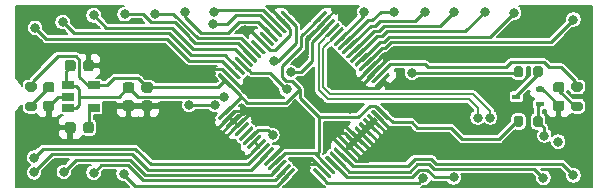
<source format=gbr>
%TF.GenerationSoftware,KiCad,Pcbnew,(5.1.6)-1*%
%TF.CreationDate,2021-05-26T00:29:25+02:00*%
%TF.ProjectId,STMega32,53544d65-6761-4333-922e-6b696361645f,rev?*%
%TF.SameCoordinates,Original*%
%TF.FileFunction,Copper,L1,Top*%
%TF.FilePolarity,Positive*%
%FSLAX46Y46*%
G04 Gerber Fmt 4.6, Leading zero omitted, Abs format (unit mm)*
G04 Created by KiCad (PCBNEW (5.1.6)-1) date 2021-05-26 00:29:25*
%MOMM*%
%LPD*%
G01*
G04 APERTURE LIST*
%TA.AperFunction,SMDPad,CuDef*%
%ADD10R,0.700000X0.450000*%
%TD*%
%TA.AperFunction,SMDPad,CuDef*%
%ADD11R,1.060000X0.650000*%
%TD*%
%TA.AperFunction,ViaPad*%
%ADD12C,0.800000*%
%TD*%
%TA.AperFunction,Conductor*%
%ADD13C,0.250000*%
%TD*%
%TA.AperFunction,Conductor*%
%ADD14C,0.200000*%
%TD*%
G04 APERTURE END LIST*
%TO.P,C1,1*%
%TO.N,+5v*%
%TA.AperFunction,SMDPad,CuDef*%
G36*
G01*
X129775000Y-97625000D02*
X129775000Y-97125000D01*
G75*
G02*
X130000000Y-96900000I225000J0D01*
G01*
X130450000Y-96900000D01*
G75*
G02*
X130675000Y-97125000I0J-225000D01*
G01*
X130675000Y-97625000D01*
G75*
G02*
X130450000Y-97850000I-225000J0D01*
G01*
X130000000Y-97850000D01*
G75*
G02*
X129775000Y-97625000I0J225000D01*
G01*
G37*
%TD.AperFunction*%
%TO.P,C1,2*%
%TO.N,GND*%
%TA.AperFunction,SMDPad,CuDef*%
G36*
G01*
X131325000Y-97625000D02*
X131325000Y-97125000D01*
G75*
G02*
X131550000Y-96900000I225000J0D01*
G01*
X132000000Y-96900000D01*
G75*
G02*
X132225000Y-97125000I0J-225000D01*
G01*
X132225000Y-97625000D01*
G75*
G02*
X132000000Y-97850000I-225000J0D01*
G01*
X131550000Y-97850000D01*
G75*
G02*
X131325000Y-97625000I0J225000D01*
G01*
G37*
%TD.AperFunction*%
%TD*%
%TO.P,C2,2*%
%TO.N,GND*%
%TA.AperFunction,SMDPad,CuDef*%
G36*
G01*
X134900000Y-100325000D02*
X135400000Y-100325000D01*
G75*
G02*
X135625000Y-100550000I0J-225000D01*
G01*
X135625000Y-101000000D01*
G75*
G02*
X135400000Y-101225000I-225000J0D01*
G01*
X134900000Y-101225000D01*
G75*
G02*
X134675000Y-101000000I0J225000D01*
G01*
X134675000Y-100550000D01*
G75*
G02*
X134900000Y-100325000I225000J0D01*
G01*
G37*
%TD.AperFunction*%
%TO.P,C2,1*%
%TO.N,+5v*%
%TA.AperFunction,SMDPad,CuDef*%
G36*
G01*
X134900000Y-98775000D02*
X135400000Y-98775000D01*
G75*
G02*
X135625000Y-99000000I0J-225000D01*
G01*
X135625000Y-99450000D01*
G75*
G02*
X135400000Y-99675000I-225000J0D01*
G01*
X134900000Y-99675000D01*
G75*
G02*
X134675000Y-99450000I0J225000D01*
G01*
X134675000Y-99000000D01*
G75*
G02*
X134900000Y-98775000I225000J0D01*
G01*
G37*
%TD.AperFunction*%
%TD*%
%TO.P,C3,1*%
%TO.N,Net-(C3-Pad1)*%
%TA.AperFunction,SMDPad,CuDef*%
G36*
G01*
X132225000Y-102375000D02*
X132225000Y-102875000D01*
G75*
G02*
X132000000Y-103100000I-225000J0D01*
G01*
X131550000Y-103100000D01*
G75*
G02*
X131325000Y-102875000I0J225000D01*
G01*
X131325000Y-102375000D01*
G75*
G02*
X131550000Y-102150000I225000J0D01*
G01*
X132000000Y-102150000D01*
G75*
G02*
X132225000Y-102375000I0J-225000D01*
G01*
G37*
%TD.AperFunction*%
%TO.P,C3,2*%
%TO.N,GND*%
%TA.AperFunction,SMDPad,CuDef*%
G36*
G01*
X130675000Y-102375000D02*
X130675000Y-102875000D01*
G75*
G02*
X130450000Y-103100000I-225000J0D01*
G01*
X130000000Y-103100000D01*
G75*
G02*
X129775000Y-102875000I0J225000D01*
G01*
X129775000Y-102375000D01*
G75*
G02*
X130000000Y-102150000I225000J0D01*
G01*
X130450000Y-102150000D01*
G75*
G02*
X130675000Y-102375000I0J-225000D01*
G01*
G37*
%TD.AperFunction*%
%TD*%
%TO.P,C4,2*%
%TO.N,GND*%
%TA.AperFunction,SMDPad,CuDef*%
G36*
G01*
X136475000Y-100325000D02*
X136975000Y-100325000D01*
G75*
G02*
X137200000Y-100550000I0J-225000D01*
G01*
X137200000Y-101000000D01*
G75*
G02*
X136975000Y-101225000I-225000J0D01*
G01*
X136475000Y-101225000D01*
G75*
G02*
X136250000Y-101000000I0J225000D01*
G01*
X136250000Y-100550000D01*
G75*
G02*
X136475000Y-100325000I225000J0D01*
G01*
G37*
%TD.AperFunction*%
%TO.P,C4,1*%
%TO.N,+3_3v*%
%TA.AperFunction,SMDPad,CuDef*%
G36*
G01*
X136475000Y-98775000D02*
X136975000Y-98775000D01*
G75*
G02*
X137200000Y-99000000I0J-225000D01*
G01*
X137200000Y-99450000D01*
G75*
G02*
X136975000Y-99675000I-225000J0D01*
G01*
X136475000Y-99675000D01*
G75*
G02*
X136250000Y-99450000I0J225000D01*
G01*
X136250000Y-99000000D01*
G75*
G02*
X136475000Y-98775000I225000J0D01*
G01*
G37*
%TD.AperFunction*%
%TD*%
D10*
%TO.P,Q1,1*%
%TO.N,boot*%
X170000000Y-100650000D03*
%TO.P,Q1,2*%
%TO.N,GND*%
X170000000Y-99350000D03*
%TO.P,Q1,3*%
%TO.N,Net-(Q1-Pad3)*%
X168000000Y-100000000D03*
%TD*%
%TO.P,R1,2*%
%TO.N,n_boot*%
%TA.AperFunction,SMDPad,CuDef*%
G36*
G01*
X168575000Y-97625000D02*
X168575000Y-98175000D01*
G75*
G02*
X168375000Y-98375000I-200000J0D01*
G01*
X167975000Y-98375000D01*
G75*
G02*
X167775000Y-98175000I0J200000D01*
G01*
X167775000Y-97625000D01*
G75*
G02*
X167975000Y-97425000I200000J0D01*
G01*
X168375000Y-97425000D01*
G75*
G02*
X168575000Y-97625000I0J-200000D01*
G01*
G37*
%TD.AperFunction*%
%TO.P,R1,1*%
%TO.N,Net-(Q1-Pad3)*%
%TA.AperFunction,SMDPad,CuDef*%
G36*
G01*
X170225000Y-97625000D02*
X170225000Y-98175000D01*
G75*
G02*
X170025000Y-98375000I-200000J0D01*
G01*
X169625000Y-98375000D01*
G75*
G02*
X169425000Y-98175000I0J200000D01*
G01*
X169425000Y-97625000D01*
G75*
G02*
X169625000Y-97425000I200000J0D01*
G01*
X170025000Y-97425000D01*
G75*
G02*
X170225000Y-97625000I0J-200000D01*
G01*
G37*
%TD.AperFunction*%
%TD*%
%TO.P,R2,1*%
%TO.N,boot*%
%TA.AperFunction,SMDPad,CuDef*%
G36*
G01*
X170225000Y-101825000D02*
X170225000Y-102375000D01*
G75*
G02*
X170025000Y-102575000I-200000J0D01*
G01*
X169625000Y-102575000D01*
G75*
G02*
X169425000Y-102375000I0J200000D01*
G01*
X169425000Y-101825000D01*
G75*
G02*
X169625000Y-101625000I200000J0D01*
G01*
X170025000Y-101625000D01*
G75*
G02*
X170225000Y-101825000I0J-200000D01*
G01*
G37*
%TD.AperFunction*%
%TO.P,R2,2*%
%TO.N,+3_3v*%
%TA.AperFunction,SMDPad,CuDef*%
G36*
G01*
X168575000Y-101825000D02*
X168575000Y-102375000D01*
G75*
G02*
X168375000Y-102575000I-200000J0D01*
G01*
X167975000Y-102575000D01*
G75*
G02*
X167775000Y-102375000I0J200000D01*
G01*
X167775000Y-101825000D01*
G75*
G02*
X167975000Y-101625000I200000J0D01*
G01*
X168375000Y-101625000D01*
G75*
G02*
X168575000Y-101825000I0J-200000D01*
G01*
G37*
%TD.AperFunction*%
%TD*%
D11*
%TO.P,U2,1*%
%TO.N,+5v*%
X130000000Y-99050000D03*
%TO.P,U2,2*%
%TO.N,GND*%
X130000000Y-100000000D03*
%TO.P,U2,3*%
%TO.N,+5v*%
X130000000Y-100950000D03*
%TO.P,U2,4*%
%TO.N,Net-(C3-Pad1)*%
X132200000Y-100950000D03*
%TO.P,U2,5*%
%TO.N,+3_3v*%
X132200000Y-99050000D03*
%TD*%
%TO.P,Power,1*%
%TO.N,GND*%
%TA.AperFunction,SMDPad,CuDef*%
G36*
G01*
X128656250Y-101225000D02*
X128143750Y-101225000D01*
G75*
G02*
X127925000Y-101006250I0J218750D01*
G01*
X127925000Y-100568750D01*
G75*
G02*
X128143750Y-100350000I218750J0D01*
G01*
X128656250Y-100350000D01*
G75*
G02*
X128875000Y-100568750I0J-218750D01*
G01*
X128875000Y-101006250D01*
G75*
G02*
X128656250Y-101225000I-218750J0D01*
G01*
G37*
%TD.AperFunction*%
%TO.P,Power,2*%
%TO.N,Net-(LED1-Pad2)*%
%TA.AperFunction,SMDPad,CuDef*%
G36*
G01*
X128656250Y-99650000D02*
X128143750Y-99650000D01*
G75*
G02*
X127925000Y-99431250I0J218750D01*
G01*
X127925000Y-98993750D01*
G75*
G02*
X128143750Y-98775000I218750J0D01*
G01*
X128656250Y-98775000D01*
G75*
G02*
X128875000Y-98993750I0J-218750D01*
G01*
X128875000Y-99431250D01*
G75*
G02*
X128656250Y-99650000I-218750J0D01*
G01*
G37*
%TD.AperFunction*%
%TD*%
%TO.P,Caps Lock,2*%
%TO.N,Net-(LED2-Pad2)*%
%TA.AperFunction,SMDPad,CuDef*%
G36*
G01*
X171831250Y-99650000D02*
X171318750Y-99650000D01*
G75*
G02*
X171100000Y-99431250I0J218750D01*
G01*
X171100000Y-98993750D01*
G75*
G02*
X171318750Y-98775000I218750J0D01*
G01*
X171831250Y-98775000D01*
G75*
G02*
X172050000Y-98993750I0J-218750D01*
G01*
X172050000Y-99431250D01*
G75*
G02*
X171831250Y-99650000I-218750J0D01*
G01*
G37*
%TD.AperFunction*%
%TO.P,Caps Lock,1*%
%TO.N,GND*%
%TA.AperFunction,SMDPad,CuDef*%
G36*
G01*
X171831250Y-101225000D02*
X171318750Y-101225000D01*
G75*
G02*
X171100000Y-101006250I0J218750D01*
G01*
X171100000Y-100568750D01*
G75*
G02*
X171318750Y-100350000I218750J0D01*
G01*
X171831250Y-100350000D01*
G75*
G02*
X172050000Y-100568750I0J-218750D01*
G01*
X172050000Y-101006250D01*
G75*
G02*
X171831250Y-101225000I-218750J0D01*
G01*
G37*
%TD.AperFunction*%
%TD*%
%TO.P,R3,1*%
%TO.N,+3_3v*%
%TA.AperFunction,SMDPad,CuDef*%
G36*
G01*
X126625000Y-98775000D02*
X127175000Y-98775000D01*
G75*
G02*
X127375000Y-98975000I0J-200000D01*
G01*
X127375000Y-99375000D01*
G75*
G02*
X127175000Y-99575000I-200000J0D01*
G01*
X126625000Y-99575000D01*
G75*
G02*
X126425000Y-99375000I0J200000D01*
G01*
X126425000Y-98975000D01*
G75*
G02*
X126625000Y-98775000I200000J0D01*
G01*
G37*
%TD.AperFunction*%
%TO.P,R3,2*%
%TO.N,Net-(LED1-Pad2)*%
%TA.AperFunction,SMDPad,CuDef*%
G36*
G01*
X126625000Y-100425000D02*
X127175000Y-100425000D01*
G75*
G02*
X127375000Y-100625000I0J-200000D01*
G01*
X127375000Y-101025000D01*
G75*
G02*
X127175000Y-101225000I-200000J0D01*
G01*
X126625000Y-101225000D01*
G75*
G02*
X126425000Y-101025000I0J200000D01*
G01*
X126425000Y-100625000D01*
G75*
G02*
X126625000Y-100425000I200000J0D01*
G01*
G37*
%TD.AperFunction*%
%TD*%
%TO.P,R4,2*%
%TO.N,Net-(LED2-Pad2)*%
%TA.AperFunction,SMDPad,CuDef*%
G36*
G01*
X172850000Y-100425000D02*
X173400000Y-100425000D01*
G75*
G02*
X173600000Y-100625000I0J-200000D01*
G01*
X173600000Y-101025000D01*
G75*
G02*
X173400000Y-101225000I-200000J0D01*
G01*
X172850000Y-101225000D01*
G75*
G02*
X172650000Y-101025000I0J200000D01*
G01*
X172650000Y-100625000D01*
G75*
G02*
X172850000Y-100425000I200000J0D01*
G01*
G37*
%TD.AperFunction*%
%TO.P,R4,1*%
%TO.N,CAPS_LED*%
%TA.AperFunction,SMDPad,CuDef*%
G36*
G01*
X172850000Y-98775000D02*
X173400000Y-98775000D01*
G75*
G02*
X173600000Y-98975000I0J-200000D01*
G01*
X173600000Y-99375000D01*
G75*
G02*
X173400000Y-99575000I-200000J0D01*
G01*
X172850000Y-99575000D01*
G75*
G02*
X172650000Y-99375000I0J200000D01*
G01*
X172650000Y-98975000D01*
G75*
G02*
X172850000Y-98775000I200000J0D01*
G01*
G37*
%TD.AperFunction*%
%TD*%
%TO.P,U1,1*%
%TO.N,+3_3v*%
%TA.AperFunction,SMDPad,CuDef*%
G36*
G01*
X142840544Y-101962222D02*
X142734478Y-101856156D01*
G75*
G02*
X142734478Y-101750090I53033J53033D01*
G01*
X143724428Y-100760140D01*
G75*
G02*
X143830494Y-100760140I53033J-53033D01*
G01*
X143936560Y-100866206D01*
G75*
G02*
X143936560Y-100972272I-53033J-53033D01*
G01*
X142946610Y-101962222D01*
G75*
G02*
X142840544Y-101962222I-53033J53033D01*
G01*
G37*
%TD.AperFunction*%
%TO.P,U1,2*%
%TO.N,GND*%
%TA.AperFunction,SMDPad,CuDef*%
G36*
G01*
X143194097Y-102315775D02*
X143088031Y-102209709D01*
G75*
G02*
X143088031Y-102103643I53033J53033D01*
G01*
X144077981Y-101113693D01*
G75*
G02*
X144184047Y-101113693I53033J-53033D01*
G01*
X144290113Y-101219759D01*
G75*
G02*
X144290113Y-101325825I-53033J-53033D01*
G01*
X143300163Y-102315775D01*
G75*
G02*
X143194097Y-102315775I-53033J53033D01*
G01*
G37*
%TD.AperFunction*%
%TO.P,U1,3*%
%TA.AperFunction,SMDPad,CuDef*%
G36*
G01*
X143547650Y-102669328D02*
X143441584Y-102563262D01*
G75*
G02*
X143441584Y-102457196I53033J53033D01*
G01*
X144431534Y-101467246D01*
G75*
G02*
X144537600Y-101467246I53033J-53033D01*
G01*
X144643666Y-101573312D01*
G75*
G02*
X144643666Y-101679378I-53033J-53033D01*
G01*
X143653716Y-102669328D01*
G75*
G02*
X143547650Y-102669328I-53033J53033D01*
G01*
G37*
%TD.AperFunction*%
%TO.P,U1,4*%
%TA.AperFunction,SMDPad,CuDef*%
G36*
G01*
X143901204Y-103022882D02*
X143795138Y-102916816D01*
G75*
G02*
X143795138Y-102810750I53033J53033D01*
G01*
X144785088Y-101820800D01*
G75*
G02*
X144891154Y-101820800I53033J-53033D01*
G01*
X144997220Y-101926866D01*
G75*
G02*
X144997220Y-102032932I-53033J-53033D01*
G01*
X144007270Y-103022882D01*
G75*
G02*
X143901204Y-103022882I-53033J53033D01*
G01*
G37*
%TD.AperFunction*%
%TO.P,U1,5*%
%TO.N,Net-(U1-Pad5)*%
%TA.AperFunction,SMDPad,CuDef*%
G36*
G01*
X144254757Y-103376435D02*
X144148691Y-103270369D01*
G75*
G02*
X144148691Y-103164303I53033J53033D01*
G01*
X145138641Y-102174353D01*
G75*
G02*
X145244707Y-102174353I53033J-53033D01*
G01*
X145350773Y-102280419D01*
G75*
G02*
X145350773Y-102386485I-53033J-53033D01*
G01*
X144360823Y-103376435D01*
G75*
G02*
X144254757Y-103376435I-53033J53033D01*
G01*
G37*
%TD.AperFunction*%
%TO.P,U1,6*%
%TO.N,Net-(U1-Pad6)*%
%TA.AperFunction,SMDPad,CuDef*%
G36*
G01*
X144608311Y-103729989D02*
X144502245Y-103623923D01*
G75*
G02*
X144502245Y-103517857I53033J53033D01*
G01*
X145492195Y-102527907D01*
G75*
G02*
X145598261Y-102527907I53033J-53033D01*
G01*
X145704327Y-102633973D01*
G75*
G02*
X145704327Y-102740039I-53033J-53033D01*
G01*
X144714377Y-103729989D01*
G75*
G02*
X144608311Y-103729989I-53033J53033D01*
G01*
G37*
%TD.AperFunction*%
%TO.P,U1,7*%
%TO.N,Reset*%
%TA.AperFunction,SMDPad,CuDef*%
G36*
G01*
X144961864Y-104083542D02*
X144855798Y-103977476D01*
G75*
G02*
X144855798Y-103871410I53033J53033D01*
G01*
X145845748Y-102881460D01*
G75*
G02*
X145951814Y-102881460I53033J-53033D01*
G01*
X146057880Y-102987526D01*
G75*
G02*
X146057880Y-103093592I-53033J-53033D01*
G01*
X145067930Y-104083542D01*
G75*
G02*
X144961864Y-104083542I-53033J53033D01*
G01*
G37*
%TD.AperFunction*%
%TO.P,U1,8*%
%TO.N,GND*%
%TA.AperFunction,SMDPad,CuDef*%
G36*
G01*
X145315417Y-104437095D02*
X145209351Y-104331029D01*
G75*
G02*
X145209351Y-104224963I53033J53033D01*
G01*
X146199301Y-103235013D01*
G75*
G02*
X146305367Y-103235013I53033J-53033D01*
G01*
X146411433Y-103341079D01*
G75*
G02*
X146411433Y-103447145I-53033J-53033D01*
G01*
X145421483Y-104437095D01*
G75*
G02*
X145315417Y-104437095I-53033J53033D01*
G01*
G37*
%TD.AperFunction*%
%TO.P,U1,9*%
%TA.AperFunction,SMDPad,CuDef*%
G36*
G01*
X145668971Y-104790649D02*
X145562905Y-104684583D01*
G75*
G02*
X145562905Y-104578517I53033J53033D01*
G01*
X146552855Y-103588567D01*
G75*
G02*
X146658921Y-103588567I53033J-53033D01*
G01*
X146764987Y-103694633D01*
G75*
G02*
X146764987Y-103800699I-53033J-53033D01*
G01*
X145775037Y-104790649D01*
G75*
G02*
X145668971Y-104790649I-53033J53033D01*
G01*
G37*
%TD.AperFunction*%
%TO.P,U1,10*%
%TO.N,col1*%
%TA.AperFunction,SMDPad,CuDef*%
G36*
G01*
X146022524Y-105144202D02*
X145916458Y-105038136D01*
G75*
G02*
X145916458Y-104932070I53033J53033D01*
G01*
X146906408Y-103942120D01*
G75*
G02*
X147012474Y-103942120I53033J-53033D01*
G01*
X147118540Y-104048186D01*
G75*
G02*
X147118540Y-104154252I-53033J-53033D01*
G01*
X146128590Y-105144202D01*
G75*
G02*
X146022524Y-105144202I-53033J53033D01*
G01*
G37*
%TD.AperFunction*%
%TO.P,U1,11*%
%TO.N,col3*%
%TA.AperFunction,SMDPad,CuDef*%
G36*
G01*
X146376077Y-105497755D02*
X146270011Y-105391689D01*
G75*
G02*
X146270011Y-105285623I53033J53033D01*
G01*
X147259961Y-104295673D01*
G75*
G02*
X147366027Y-104295673I53033J-53033D01*
G01*
X147472093Y-104401739D01*
G75*
G02*
X147472093Y-104507805I-53033J-53033D01*
G01*
X146482143Y-105497755D01*
G75*
G02*
X146376077Y-105497755I-53033J53033D01*
G01*
G37*
%TD.AperFunction*%
%TO.P,U1,12*%
%TO.N,GND*%
%TA.AperFunction,SMDPad,CuDef*%
G36*
G01*
X146729631Y-105851309D02*
X146623565Y-105745243D01*
G75*
G02*
X146623565Y-105639177I53033J53033D01*
G01*
X147613515Y-104649227D01*
G75*
G02*
X147719581Y-104649227I53033J-53033D01*
G01*
X147825647Y-104755293D01*
G75*
G02*
X147825647Y-104861359I-53033J-53033D01*
G01*
X146835697Y-105851309D01*
G75*
G02*
X146729631Y-105851309I-53033J53033D01*
G01*
G37*
%TD.AperFunction*%
%TO.P,U1,13*%
%TO.N,+3_3v*%
%TA.AperFunction,SMDPad,CuDef*%
G36*
G01*
X147083184Y-106204862D02*
X146977118Y-106098796D01*
G75*
G02*
X146977118Y-105992730I53033J53033D01*
G01*
X147967068Y-105002780D01*
G75*
G02*
X148073134Y-105002780I53033J-53033D01*
G01*
X148179200Y-105108846D01*
G75*
G02*
X148179200Y-105214912I-53033J-53033D01*
G01*
X147189250Y-106204862D01*
G75*
G02*
X147083184Y-106204862I-53033J53033D01*
G01*
G37*
%TD.AperFunction*%
%TO.P,U1,14*%
%TO.N,col5*%
%TA.AperFunction,SMDPad,CuDef*%
G36*
G01*
X147436738Y-106558416D02*
X147330672Y-106452350D01*
G75*
G02*
X147330672Y-106346284I53033J53033D01*
G01*
X148320622Y-105356334D01*
G75*
G02*
X148426688Y-105356334I53033J-53033D01*
G01*
X148532754Y-105462400D01*
G75*
G02*
X148532754Y-105568466I-53033J-53033D01*
G01*
X147542804Y-106558416D01*
G75*
G02*
X147436738Y-106558416I-53033J53033D01*
G01*
G37*
%TD.AperFunction*%
%TO.P,U1,15*%
%TO.N,col7*%
%TA.AperFunction,SMDPad,CuDef*%
G36*
G01*
X147790291Y-106911969D02*
X147684225Y-106805903D01*
G75*
G02*
X147684225Y-106699837I53033J53033D01*
G01*
X148674175Y-105709887D01*
G75*
G02*
X148780241Y-105709887I53033J-53033D01*
G01*
X148886307Y-105815953D01*
G75*
G02*
X148886307Y-105922019I-53033J-53033D01*
G01*
X147896357Y-106911969D01*
G75*
G02*
X147790291Y-106911969I-53033J53033D01*
G01*
G37*
%TD.AperFunction*%
%TO.P,U1,16*%
%TO.N,col9*%
%TA.AperFunction,SMDPad,CuDef*%
G36*
G01*
X148143844Y-107265522D02*
X148037778Y-107159456D01*
G75*
G02*
X148037778Y-107053390I53033J53033D01*
G01*
X149027728Y-106063440D01*
G75*
G02*
X149133794Y-106063440I53033J-53033D01*
G01*
X149239860Y-106169506D01*
G75*
G02*
X149239860Y-106275572I-53033J-53033D01*
G01*
X148249910Y-107265522D01*
G75*
G02*
X148143844Y-107265522I-53033J53033D01*
G01*
G37*
%TD.AperFunction*%
%TO.P,U1,17*%
%TO.N,col16*%
%TA.AperFunction,SMDPad,CuDef*%
G36*
G01*
X151750090Y-107265522D02*
X150760140Y-106275572D01*
G75*
G02*
X150760140Y-106169506I53033J53033D01*
G01*
X150866206Y-106063440D01*
G75*
G02*
X150972272Y-106063440I53033J-53033D01*
G01*
X151962222Y-107053390D01*
G75*
G02*
X151962222Y-107159456I-53033J-53033D01*
G01*
X151856156Y-107265522D01*
G75*
G02*
X151750090Y-107265522I-53033J53033D01*
G01*
G37*
%TD.AperFunction*%
%TO.P,U1,18*%
%TO.N,GND*%
%TA.AperFunction,SMDPad,CuDef*%
G36*
G01*
X152103643Y-106911969D02*
X151113693Y-105922019D01*
G75*
G02*
X151113693Y-105815953I53033J53033D01*
G01*
X151219759Y-105709887D01*
G75*
G02*
X151325825Y-105709887I53033J-53033D01*
G01*
X152315775Y-106699837D01*
G75*
G02*
X152315775Y-106805903I-53033J-53033D01*
G01*
X152209709Y-106911969D01*
G75*
G02*
X152103643Y-106911969I-53033J53033D01*
G01*
G37*
%TD.AperFunction*%
%TO.P,U1,19*%
%TO.N,+3_3v*%
%TA.AperFunction,SMDPad,CuDef*%
G36*
G01*
X152457196Y-106558416D02*
X151467246Y-105568466D01*
G75*
G02*
X151467246Y-105462400I53033J53033D01*
G01*
X151573312Y-105356334D01*
G75*
G02*
X151679378Y-105356334I53033J-53033D01*
G01*
X152669328Y-106346284D01*
G75*
G02*
X152669328Y-106452350I-53033J-53033D01*
G01*
X152563262Y-106558416D01*
G75*
G02*
X152457196Y-106558416I-53033J53033D01*
G01*
G37*
%TD.AperFunction*%
%TO.P,U1,20*%
%TO.N,col15*%
%TA.AperFunction,SMDPad,CuDef*%
G36*
G01*
X152810750Y-106204862D02*
X151820800Y-105214912D01*
G75*
G02*
X151820800Y-105108846I53033J53033D01*
G01*
X151926866Y-105002780D01*
G75*
G02*
X152032932Y-105002780I53033J-53033D01*
G01*
X153022882Y-105992730D01*
G75*
G02*
X153022882Y-106098796I-53033J-53033D01*
G01*
X152916816Y-106204862D01*
G75*
G02*
X152810750Y-106204862I-53033J53033D01*
G01*
G37*
%TD.AperFunction*%
%TO.P,U1,21*%
%TO.N,col14*%
%TA.AperFunction,SMDPad,CuDef*%
G36*
G01*
X153164303Y-105851309D02*
X152174353Y-104861359D01*
G75*
G02*
X152174353Y-104755293I53033J53033D01*
G01*
X152280419Y-104649227D01*
G75*
G02*
X152386485Y-104649227I53033J-53033D01*
G01*
X153376435Y-105639177D01*
G75*
G02*
X153376435Y-105745243I-53033J-53033D01*
G01*
X153270369Y-105851309D01*
G75*
G02*
X153164303Y-105851309I-53033J53033D01*
G01*
G37*
%TD.AperFunction*%
%TO.P,U1,22*%
%TO.N,col13*%
%TA.AperFunction,SMDPad,CuDef*%
G36*
G01*
X153517857Y-105497755D02*
X152527907Y-104507805D01*
G75*
G02*
X152527907Y-104401739I53033J53033D01*
G01*
X152633973Y-104295673D01*
G75*
G02*
X152740039Y-104295673I53033J-53033D01*
G01*
X153729989Y-105285623D01*
G75*
G02*
X153729989Y-105391689I-53033J-53033D01*
G01*
X153623923Y-105497755D01*
G75*
G02*
X153517857Y-105497755I-53033J53033D01*
G01*
G37*
%TD.AperFunction*%
%TO.P,U1,23*%
%TO.N,GND*%
%TA.AperFunction,SMDPad,CuDef*%
G36*
G01*
X153871410Y-105144202D02*
X152881460Y-104154252D01*
G75*
G02*
X152881460Y-104048186I53033J53033D01*
G01*
X152987526Y-103942120D01*
G75*
G02*
X153093592Y-103942120I53033J-53033D01*
G01*
X154083542Y-104932070D01*
G75*
G02*
X154083542Y-105038136I-53033J-53033D01*
G01*
X153977476Y-105144202D01*
G75*
G02*
X153871410Y-105144202I-53033J53033D01*
G01*
G37*
%TD.AperFunction*%
%TO.P,U1,24*%
%TA.AperFunction,SMDPad,CuDef*%
G36*
G01*
X154224963Y-104790649D02*
X153235013Y-103800699D01*
G75*
G02*
X153235013Y-103694633I53033J53033D01*
G01*
X153341079Y-103588567D01*
G75*
G02*
X153447145Y-103588567I53033J-53033D01*
G01*
X154437095Y-104578517D01*
G75*
G02*
X154437095Y-104684583I-53033J-53033D01*
G01*
X154331029Y-104790649D01*
G75*
G02*
X154224963Y-104790649I-53033J53033D01*
G01*
G37*
%TD.AperFunction*%
%TO.P,U1,25*%
%TA.AperFunction,SMDPad,CuDef*%
G36*
G01*
X154578517Y-104437095D02*
X153588567Y-103447145D01*
G75*
G02*
X153588567Y-103341079I53033J53033D01*
G01*
X153694633Y-103235013D01*
G75*
G02*
X153800699Y-103235013I53033J-53033D01*
G01*
X154790649Y-104224963D01*
G75*
G02*
X154790649Y-104331029I-53033J-53033D01*
G01*
X154684583Y-104437095D01*
G75*
G02*
X154578517Y-104437095I-53033J53033D01*
G01*
G37*
%TD.AperFunction*%
%TO.P,U1,26*%
%TA.AperFunction,SMDPad,CuDef*%
G36*
G01*
X154932070Y-104083542D02*
X153942120Y-103093592D01*
G75*
G02*
X153942120Y-102987526I53033J53033D01*
G01*
X154048186Y-102881460D01*
G75*
G02*
X154154252Y-102881460I53033J-53033D01*
G01*
X155144202Y-103871410D01*
G75*
G02*
X155144202Y-103977476I-53033J-53033D01*
G01*
X155038136Y-104083542D01*
G75*
G02*
X154932070Y-104083542I-53033J53033D01*
G01*
G37*
%TD.AperFunction*%
%TO.P,U1,27*%
%TA.AperFunction,SMDPad,CuDef*%
G36*
G01*
X155285623Y-103729989D02*
X154295673Y-102740039D01*
G75*
G02*
X154295673Y-102633973I53033J53033D01*
G01*
X154401739Y-102527907D01*
G75*
G02*
X154507805Y-102527907I53033J-53033D01*
G01*
X155497755Y-103517857D01*
G75*
G02*
X155497755Y-103623923I-53033J-53033D01*
G01*
X155391689Y-103729989D01*
G75*
G02*
X155285623Y-103729989I-53033J53033D01*
G01*
G37*
%TD.AperFunction*%
%TO.P,U1,28*%
%TA.AperFunction,SMDPad,CuDef*%
G36*
G01*
X155639177Y-103376435D02*
X154649227Y-102386485D01*
G75*
G02*
X154649227Y-102280419I53033J53033D01*
G01*
X154755293Y-102174353D01*
G75*
G02*
X154861359Y-102174353I53033J-53033D01*
G01*
X155851309Y-103164303D01*
G75*
G02*
X155851309Y-103270369I-53033J-53033D01*
G01*
X155745243Y-103376435D01*
G75*
G02*
X155639177Y-103376435I-53033J53033D01*
G01*
G37*
%TD.AperFunction*%
%TO.P,U1,29*%
%TA.AperFunction,SMDPad,CuDef*%
G36*
G01*
X155992730Y-103022882D02*
X155002780Y-102032932D01*
G75*
G02*
X155002780Y-101926866I53033J53033D01*
G01*
X155108846Y-101820800D01*
G75*
G02*
X155214912Y-101820800I53033J-53033D01*
G01*
X156204862Y-102810750D01*
G75*
G02*
X156204862Y-102916816I-53033J-53033D01*
G01*
X156098796Y-103022882D01*
G75*
G02*
X155992730Y-103022882I-53033J53033D01*
G01*
G37*
%TD.AperFunction*%
%TO.P,U1,30*%
%TA.AperFunction,SMDPad,CuDef*%
G36*
G01*
X156346284Y-102669328D02*
X155356334Y-101679378D01*
G75*
G02*
X155356334Y-101573312I53033J53033D01*
G01*
X155462400Y-101467246D01*
G75*
G02*
X155568466Y-101467246I53033J-53033D01*
G01*
X156558416Y-102457196D01*
G75*
G02*
X156558416Y-102563262I-53033J-53033D01*
G01*
X156452350Y-102669328D01*
G75*
G02*
X156346284Y-102669328I-53033J53033D01*
G01*
G37*
%TD.AperFunction*%
%TO.P,U1,31*%
%TA.AperFunction,SMDPad,CuDef*%
G36*
G01*
X156699837Y-102315775D02*
X155709887Y-101325825D01*
G75*
G02*
X155709887Y-101219759I53033J53033D01*
G01*
X155815953Y-101113693D01*
G75*
G02*
X155922019Y-101113693I53033J-53033D01*
G01*
X156911969Y-102103643D01*
G75*
G02*
X156911969Y-102209709I-53033J-53033D01*
G01*
X156805903Y-102315775D01*
G75*
G02*
X156699837Y-102315775I-53033J53033D01*
G01*
G37*
%TD.AperFunction*%
%TO.P,U1,32*%
%TO.N,+3_3v*%
%TA.AperFunction,SMDPad,CuDef*%
G36*
G01*
X157053390Y-101962222D02*
X156063440Y-100972272D01*
G75*
G02*
X156063440Y-100866206I53033J53033D01*
G01*
X156169506Y-100760140D01*
G75*
G02*
X156275572Y-100760140I53033J-53033D01*
G01*
X157265522Y-101750090D01*
G75*
G02*
X157265522Y-101856156I-53033J-53033D01*
G01*
X157159456Y-101962222D01*
G75*
G02*
X157053390Y-101962222I-53033J53033D01*
G01*
G37*
%TD.AperFunction*%
%TO.P,U1,33*%
%TO.N,GND*%
%TA.AperFunction,SMDPad,CuDef*%
G36*
G01*
X156169506Y-99239860D02*
X156063440Y-99133794D01*
G75*
G02*
X156063440Y-99027728I53033J53033D01*
G01*
X157053390Y-98037778D01*
G75*
G02*
X157159456Y-98037778I53033J-53033D01*
G01*
X157265522Y-98143844D01*
G75*
G02*
X157265522Y-98249910I-53033J-53033D01*
G01*
X156275572Y-99239860D01*
G75*
G02*
X156169506Y-99239860I-53033J53033D01*
G01*
G37*
%TD.AperFunction*%
%TO.P,U1,34*%
%TO.N,CAPS_LED*%
%TA.AperFunction,SMDPad,CuDef*%
G36*
G01*
X155815953Y-98886307D02*
X155709887Y-98780241D01*
G75*
G02*
X155709887Y-98674175I53033J53033D01*
G01*
X156699837Y-97684225D01*
G75*
G02*
X156805903Y-97684225I53033J-53033D01*
G01*
X156911969Y-97790291D01*
G75*
G02*
X156911969Y-97896357I-53033J-53033D01*
G01*
X155922019Y-98886307D01*
G75*
G02*
X155815953Y-98886307I-53033J53033D01*
G01*
G37*
%TD.AperFunction*%
%TO.P,U1,35*%
%TO.N,GND*%
%TA.AperFunction,SMDPad,CuDef*%
G36*
G01*
X155462400Y-98532754D02*
X155356334Y-98426688D01*
G75*
G02*
X155356334Y-98320622I53033J53033D01*
G01*
X156346284Y-97330672D01*
G75*
G02*
X156452350Y-97330672I53033J-53033D01*
G01*
X156558416Y-97436738D01*
G75*
G02*
X156558416Y-97542804I-53033J-53033D01*
G01*
X155568466Y-98532754D01*
G75*
G02*
X155462400Y-98532754I-53033J53033D01*
G01*
G37*
%TD.AperFunction*%
%TO.P,U1,36*%
%TA.AperFunction,SMDPad,CuDef*%
G36*
G01*
X155108846Y-98179200D02*
X155002780Y-98073134D01*
G75*
G02*
X155002780Y-97967068I53033J53033D01*
G01*
X155992730Y-96977118D01*
G75*
G02*
X156098796Y-96977118I53033J-53033D01*
G01*
X156204862Y-97083184D01*
G75*
G02*
X156204862Y-97189250I-53033J-53033D01*
G01*
X155214912Y-98179200D01*
G75*
G02*
X155108846Y-98179200I-53033J53033D01*
G01*
G37*
%TD.AperFunction*%
%TO.P,U1,37*%
%TO.N,col17*%
%TA.AperFunction,SMDPad,CuDef*%
G36*
G01*
X154755293Y-97825647D02*
X154649227Y-97719581D01*
G75*
G02*
X154649227Y-97613515I53033J53033D01*
G01*
X155639177Y-96623565D01*
G75*
G02*
X155745243Y-96623565I53033J-53033D01*
G01*
X155851309Y-96729631D01*
G75*
G02*
X155851309Y-96835697I-53033J-53033D01*
G01*
X154861359Y-97825647D01*
G75*
G02*
X154755293Y-97825647I-53033J53033D01*
G01*
G37*
%TD.AperFunction*%
%TO.P,U1,38*%
%TO.N,row0*%
%TA.AperFunction,SMDPad,CuDef*%
G36*
G01*
X154401739Y-97472093D02*
X154295673Y-97366027D01*
G75*
G02*
X154295673Y-97259961I53033J53033D01*
G01*
X155285623Y-96270011D01*
G75*
G02*
X155391689Y-96270011I53033J-53033D01*
G01*
X155497755Y-96376077D01*
G75*
G02*
X155497755Y-96482143I-53033J-53033D01*
G01*
X154507805Y-97472093D01*
G75*
G02*
X154401739Y-97472093I-53033J53033D01*
G01*
G37*
%TD.AperFunction*%
%TO.P,U1,39*%
%TO.N,row1*%
%TA.AperFunction,SMDPad,CuDef*%
G36*
G01*
X154048186Y-97118540D02*
X153942120Y-97012474D01*
G75*
G02*
X153942120Y-96906408I53033J53033D01*
G01*
X154932070Y-95916458D01*
G75*
G02*
X155038136Y-95916458I53033J-53033D01*
G01*
X155144202Y-96022524D01*
G75*
G02*
X155144202Y-96128590I-53033J-53033D01*
G01*
X154154252Y-97118540D01*
G75*
G02*
X154048186Y-97118540I-53033J53033D01*
G01*
G37*
%TD.AperFunction*%
%TO.P,U1,40*%
%TO.N,row3*%
%TA.AperFunction,SMDPad,CuDef*%
G36*
G01*
X153694633Y-96764987D02*
X153588567Y-96658921D01*
G75*
G02*
X153588567Y-96552855I53033J53033D01*
G01*
X154578517Y-95562905D01*
G75*
G02*
X154684583Y-95562905I53033J-53033D01*
G01*
X154790649Y-95668971D01*
G75*
G02*
X154790649Y-95775037I-53033J-53033D01*
G01*
X153800699Y-96764987D01*
G75*
G02*
X153694633Y-96764987I-53033J53033D01*
G01*
G37*
%TD.AperFunction*%
%TO.P,U1,41*%
%TO.N,row5*%
%TA.AperFunction,SMDPad,CuDef*%
G36*
G01*
X153341079Y-96411433D02*
X153235013Y-96305367D01*
G75*
G02*
X153235013Y-96199301I53033J53033D01*
G01*
X154224963Y-95209351D01*
G75*
G02*
X154331029Y-95209351I53033J-53033D01*
G01*
X154437095Y-95315417D01*
G75*
G02*
X154437095Y-95421483I-53033J-53033D01*
G01*
X153447145Y-96411433D01*
G75*
G02*
X153341079Y-96411433I-53033J53033D01*
G01*
G37*
%TD.AperFunction*%
%TO.P,U1,42*%
%TO.N,row4*%
%TA.AperFunction,SMDPad,CuDef*%
G36*
G01*
X152987526Y-96057880D02*
X152881460Y-95951814D01*
G75*
G02*
X152881460Y-95845748I53033J53033D01*
G01*
X153871410Y-94855798D01*
G75*
G02*
X153977476Y-94855798I53033J-53033D01*
G01*
X154083542Y-94961864D01*
G75*
G02*
X154083542Y-95067930I-53033J-53033D01*
G01*
X153093592Y-96057880D01*
G75*
G02*
X152987526Y-96057880I-53033J53033D01*
G01*
G37*
%TD.AperFunction*%
%TO.P,U1,43*%
%TO.N,row2*%
%TA.AperFunction,SMDPad,CuDef*%
G36*
G01*
X152633973Y-95704327D02*
X152527907Y-95598261D01*
G75*
G02*
X152527907Y-95492195I53033J53033D01*
G01*
X153517857Y-94502245D01*
G75*
G02*
X153623923Y-94502245I53033J-53033D01*
G01*
X153729989Y-94608311D01*
G75*
G02*
X153729989Y-94714377I-53033J-53033D01*
G01*
X152740039Y-95704327D01*
G75*
G02*
X152633973Y-95704327I-53033J53033D01*
G01*
G37*
%TD.AperFunction*%
%TO.P,U1,44*%
%TO.N,USB_N*%
%TA.AperFunction,SMDPad,CuDef*%
G36*
G01*
X152280419Y-95350773D02*
X152174353Y-95244707D01*
G75*
G02*
X152174353Y-95138641I53033J53033D01*
G01*
X153164303Y-94148691D01*
G75*
G02*
X153270369Y-94148691I53033J-53033D01*
G01*
X153376435Y-94254757D01*
G75*
G02*
X153376435Y-94360823I-53033J-53033D01*
G01*
X152386485Y-95350773D01*
G75*
G02*
X152280419Y-95350773I-53033J53033D01*
G01*
G37*
%TD.AperFunction*%
%TO.P,U1,45*%
%TO.N,USB_P*%
%TA.AperFunction,SMDPad,CuDef*%
G36*
G01*
X151926866Y-94997220D02*
X151820800Y-94891154D01*
G75*
G02*
X151820800Y-94785088I53033J53033D01*
G01*
X152810750Y-93795138D01*
G75*
G02*
X152916816Y-93795138I53033J-53033D01*
G01*
X153022882Y-93901204D01*
G75*
G02*
X153022882Y-94007270I-53033J-53033D01*
G01*
X152032932Y-94997220D01*
G75*
G02*
X151926866Y-94997220I-53033J53033D01*
G01*
G37*
%TD.AperFunction*%
%TO.P,U1,46*%
%TO.N,MOSI*%
%TA.AperFunction,SMDPad,CuDef*%
G36*
G01*
X151573312Y-94643666D02*
X151467246Y-94537600D01*
G75*
G02*
X151467246Y-94431534I53033J53033D01*
G01*
X152457196Y-93441584D01*
G75*
G02*
X152563262Y-93441584I53033J-53033D01*
G01*
X152669328Y-93547650D01*
G75*
G02*
X152669328Y-93653716I-53033J-53033D01*
G01*
X151679378Y-94643666D01*
G75*
G02*
X151573312Y-94643666I-53033J53033D01*
G01*
G37*
%TD.AperFunction*%
%TO.P,U1,47*%
%TO.N,GND*%
%TA.AperFunction,SMDPad,CuDef*%
G36*
G01*
X151219759Y-94290113D02*
X151113693Y-94184047D01*
G75*
G02*
X151113693Y-94077981I53033J53033D01*
G01*
X152103643Y-93088031D01*
G75*
G02*
X152209709Y-93088031I53033J-53033D01*
G01*
X152315775Y-93194097D01*
G75*
G02*
X152315775Y-93300163I-53033J-53033D01*
G01*
X151325825Y-94290113D01*
G75*
G02*
X151219759Y-94290113I-53033J53033D01*
G01*
G37*
%TD.AperFunction*%
%TO.P,U1,48*%
%TO.N,+3_3v*%
%TA.AperFunction,SMDPad,CuDef*%
G36*
G01*
X150866206Y-93936560D02*
X150760140Y-93830494D01*
G75*
G02*
X150760140Y-93724428I53033J53033D01*
G01*
X151750090Y-92734478D01*
G75*
G02*
X151856156Y-92734478I53033J-53033D01*
G01*
X151962222Y-92840544D01*
G75*
G02*
X151962222Y-92946610I-53033J-53033D01*
G01*
X150972272Y-93936560D01*
G75*
G02*
X150866206Y-93936560I-53033J53033D01*
G01*
G37*
%TD.AperFunction*%
%TO.P,U1,49*%
%TO.N,SCK*%
%TA.AperFunction,SMDPad,CuDef*%
G36*
G01*
X149027728Y-93936560D02*
X148037778Y-92946610D01*
G75*
G02*
X148037778Y-92840544I53033J53033D01*
G01*
X148143844Y-92734478D01*
G75*
G02*
X148249910Y-92734478I53033J-53033D01*
G01*
X149239860Y-93724428D01*
G75*
G02*
X149239860Y-93830494I-53033J-53033D01*
G01*
X149133794Y-93936560D01*
G75*
G02*
X149027728Y-93936560I-53033J53033D01*
G01*
G37*
%TD.AperFunction*%
%TO.P,U1,50*%
%TO.N,GND*%
%TA.AperFunction,SMDPad,CuDef*%
G36*
G01*
X148674175Y-94290113D02*
X147684225Y-93300163D01*
G75*
G02*
X147684225Y-93194097I53033J53033D01*
G01*
X147790291Y-93088031D01*
G75*
G02*
X147896357Y-93088031I53033J-53033D01*
G01*
X148886307Y-94077981D01*
G75*
G02*
X148886307Y-94184047I-53033J-53033D01*
G01*
X148780241Y-94290113D01*
G75*
G02*
X148674175Y-94290113I-53033J53033D01*
G01*
G37*
%TD.AperFunction*%
%TO.P,U1,51*%
%TO.N,col12*%
%TA.AperFunction,SMDPad,CuDef*%
G36*
G01*
X148320622Y-94643666D02*
X147330672Y-93653716D01*
G75*
G02*
X147330672Y-93547650I53033J53033D01*
G01*
X147436738Y-93441584D01*
G75*
G02*
X147542804Y-93441584I53033J-53033D01*
G01*
X148532754Y-94431534D01*
G75*
G02*
X148532754Y-94537600I-53033J-53033D01*
G01*
X148426688Y-94643666D01*
G75*
G02*
X148320622Y-94643666I-53033J53033D01*
G01*
G37*
%TD.AperFunction*%
%TO.P,U1,52*%
%TO.N,col11*%
%TA.AperFunction,SMDPad,CuDef*%
G36*
G01*
X147967068Y-94997220D02*
X146977118Y-94007270D01*
G75*
G02*
X146977118Y-93901204I53033J53033D01*
G01*
X147083184Y-93795138D01*
G75*
G02*
X147189250Y-93795138I53033J-53033D01*
G01*
X148179200Y-94785088D01*
G75*
G02*
X148179200Y-94891154I-53033J-53033D01*
G01*
X148073134Y-94997220D01*
G75*
G02*
X147967068Y-94997220I-53033J53033D01*
G01*
G37*
%TD.AperFunction*%
%TO.P,U1,53*%
%TO.N,col10*%
%TA.AperFunction,SMDPad,CuDef*%
G36*
G01*
X147613515Y-95350773D02*
X146623565Y-94360823D01*
G75*
G02*
X146623565Y-94254757I53033J53033D01*
G01*
X146729631Y-94148691D01*
G75*
G02*
X146835697Y-94148691I53033J-53033D01*
G01*
X147825647Y-95138641D01*
G75*
G02*
X147825647Y-95244707I-53033J-53033D01*
G01*
X147719581Y-95350773D01*
G75*
G02*
X147613515Y-95350773I-53033J53033D01*
G01*
G37*
%TD.AperFunction*%
%TO.P,U1,54*%
%TO.N,Net-(U1-Pad54)*%
%TA.AperFunction,SMDPad,CuDef*%
G36*
G01*
X147259961Y-95704327D02*
X146270011Y-94714377D01*
G75*
G02*
X146270011Y-94608311I53033J53033D01*
G01*
X146376077Y-94502245D01*
G75*
G02*
X146482143Y-94502245I53033J-53033D01*
G01*
X147472093Y-95492195D01*
G75*
G02*
X147472093Y-95598261I-53033J-53033D01*
G01*
X147366027Y-95704327D01*
G75*
G02*
X147259961Y-95704327I-53033J53033D01*
G01*
G37*
%TD.AperFunction*%
%TO.P,U1,55*%
%TO.N,GND*%
%TA.AperFunction,SMDPad,CuDef*%
G36*
G01*
X146906408Y-96057880D02*
X145916458Y-95067930D01*
G75*
G02*
X145916458Y-94961864I53033J53033D01*
G01*
X146022524Y-94855798D01*
G75*
G02*
X146128590Y-94855798I53033J-53033D01*
G01*
X147118540Y-95845748D01*
G75*
G02*
X147118540Y-95951814I-53033J-53033D01*
G01*
X147012474Y-96057880D01*
G75*
G02*
X146906408Y-96057880I-53033J53033D01*
G01*
G37*
%TD.AperFunction*%
%TO.P,U1,56*%
%TO.N,Net-(U1-Pad56)*%
%TA.AperFunction,SMDPad,CuDef*%
G36*
G01*
X146552855Y-96411433D02*
X145562905Y-95421483D01*
G75*
G02*
X145562905Y-95315417I53033J53033D01*
G01*
X145668971Y-95209351D01*
G75*
G02*
X145775037Y-95209351I53033J-53033D01*
G01*
X146764987Y-96199301D01*
G75*
G02*
X146764987Y-96305367I-53033J-53033D01*
G01*
X146658921Y-96411433D01*
G75*
G02*
X146552855Y-96411433I-53033J53033D01*
G01*
G37*
%TD.AperFunction*%
%TO.P,U1,57*%
%TO.N,col8*%
%TA.AperFunction,SMDPad,CuDef*%
G36*
G01*
X146199301Y-96764987D02*
X145209351Y-95775037D01*
G75*
G02*
X145209351Y-95668971I53033J53033D01*
G01*
X145315417Y-95562905D01*
G75*
G02*
X145421483Y-95562905I53033J-53033D01*
G01*
X146411433Y-96552855D01*
G75*
G02*
X146411433Y-96658921I-53033J-53033D01*
G01*
X146305367Y-96764987D01*
G75*
G02*
X146199301Y-96764987I-53033J53033D01*
G01*
G37*
%TD.AperFunction*%
%TO.P,U1,58*%
%TO.N,col6*%
%TA.AperFunction,SMDPad,CuDef*%
G36*
G01*
X145845748Y-97118540D02*
X144855798Y-96128590D01*
G75*
G02*
X144855798Y-96022524I53033J53033D01*
G01*
X144961864Y-95916458D01*
G75*
G02*
X145067930Y-95916458I53033J-53033D01*
G01*
X146057880Y-96906408D01*
G75*
G02*
X146057880Y-97012474I-53033J-53033D01*
G01*
X145951814Y-97118540D01*
G75*
G02*
X145845748Y-97118540I-53033J53033D01*
G01*
G37*
%TD.AperFunction*%
%TO.P,U1,59*%
%TO.N,col4*%
%TA.AperFunction,SMDPad,CuDef*%
G36*
G01*
X145492195Y-97472093D02*
X144502245Y-96482143D01*
G75*
G02*
X144502245Y-96376077I53033J53033D01*
G01*
X144608311Y-96270011D01*
G75*
G02*
X144714377Y-96270011I53033J-53033D01*
G01*
X145704327Y-97259961D01*
G75*
G02*
X145704327Y-97366027I-53033J-53033D01*
G01*
X145598261Y-97472093D01*
G75*
G02*
X145492195Y-97472093I-53033J53033D01*
G01*
G37*
%TD.AperFunction*%
%TO.P,U1,60*%
%TO.N,n_boot*%
%TA.AperFunction,SMDPad,CuDef*%
G36*
G01*
X145138641Y-97825647D02*
X144148691Y-96835697D01*
G75*
G02*
X144148691Y-96729631I53033J53033D01*
G01*
X144254757Y-96623565D01*
G75*
G02*
X144360823Y-96623565I53033J-53033D01*
G01*
X145350773Y-97613515D01*
G75*
G02*
X145350773Y-97719581I-53033J-53033D01*
G01*
X145244707Y-97825647D01*
G75*
G02*
X145138641Y-97825647I-53033J53033D01*
G01*
G37*
%TD.AperFunction*%
%TO.P,U1,61*%
%TO.N,col2*%
%TA.AperFunction,SMDPad,CuDef*%
G36*
G01*
X144785088Y-98179200D02*
X143795138Y-97189250D01*
G75*
G02*
X143795138Y-97083184I53033J53033D01*
G01*
X143901204Y-96977118D01*
G75*
G02*
X144007270Y-96977118I53033J-53033D01*
G01*
X144997220Y-97967068D01*
G75*
G02*
X144997220Y-98073134I-53033J-53033D01*
G01*
X144891154Y-98179200D01*
G75*
G02*
X144785088Y-98179200I-53033J53033D01*
G01*
G37*
%TD.AperFunction*%
%TO.P,U1,62*%
%TO.N,col0*%
%TA.AperFunction,SMDPad,CuDef*%
G36*
G01*
X144431534Y-98532754D02*
X143441584Y-97542804D01*
G75*
G02*
X143441584Y-97436738I53033J53033D01*
G01*
X143547650Y-97330672D01*
G75*
G02*
X143653716Y-97330672I53033J-53033D01*
G01*
X144643666Y-98320622D01*
G75*
G02*
X144643666Y-98426688I-53033J-53033D01*
G01*
X144537600Y-98532754D01*
G75*
G02*
X144431534Y-98532754I-53033J53033D01*
G01*
G37*
%TD.AperFunction*%
%TO.P,U1,63*%
%TO.N,GND*%
%TA.AperFunction,SMDPad,CuDef*%
G36*
G01*
X144077981Y-98886307D02*
X143088031Y-97896357D01*
G75*
G02*
X143088031Y-97790291I53033J53033D01*
G01*
X143194097Y-97684225D01*
G75*
G02*
X143300163Y-97684225I53033J-53033D01*
G01*
X144290113Y-98674175D01*
G75*
G02*
X144290113Y-98780241I-53033J-53033D01*
G01*
X144184047Y-98886307D01*
G75*
G02*
X144077981Y-98886307I-53033J53033D01*
G01*
G37*
%TD.AperFunction*%
%TO.P,U1,64*%
%TO.N,+3_3v*%
%TA.AperFunction,SMDPad,CuDef*%
G36*
G01*
X143724428Y-99239860D02*
X142734478Y-98249910D01*
G75*
G02*
X142734478Y-98143844I53033J53033D01*
G01*
X142840544Y-98037778D01*
G75*
G02*
X142946610Y-98037778I53033J-53033D01*
G01*
X143936560Y-99027728D01*
G75*
G02*
X143936560Y-99133794I-53033J-53033D01*
G01*
X143830494Y-99239860D01*
G75*
G02*
X143724428Y-99239860I-53033J53033D01*
G01*
G37*
%TD.AperFunction*%
%TD*%
D12*
%TO.N,GND*%
X140100801Y-97690801D03*
X159625000Y-101625000D03*
X166525000Y-100050000D03*
X161000000Y-98900000D03*
X153900000Y-101025000D03*
X167770000Y-104360000D03*
X162700000Y-104400000D03*
X149975000Y-104050000D03*
X150091463Y-105716463D03*
X150000000Y-96650000D03*
X138675000Y-101225000D03*
X133575000Y-101675000D03*
X134800000Y-97400000D03*
X153200000Y-98275000D03*
X157500000Y-102900000D03*
X152650000Y-103100000D03*
X152700000Y-92650000D03*
X144910697Y-101239303D03*
X165240000Y-104520000D03*
X145025000Y-94400000D03*
X150450000Y-98550000D03*
X162670000Y-101640000D03*
X160150000Y-104260000D03*
%TO.N,col1*%
X127175000Y-105175000D03*
%TO.N,col0*%
X127250000Y-94175000D03*
%TO.N,col3*%
X127150000Y-106425000D03*
%TO.N,col2*%
X129575000Y-93700000D03*
%TO.N,col5*%
X129675000Y-106375000D03*
%TO.N,col4*%
X132200000Y-93125000D03*
%TO.N,col7*%
X132200000Y-106450000D03*
%TO.N,col6*%
X134825000Y-93025000D03*
%TO.N,col9*%
X134750000Y-106525000D03*
%TO.N,col8*%
X137400000Y-93000000D03*
%TO.N,MOSI*%
X148875000Y-97950000D03*
X142500000Y-100725000D03*
X140275000Y-100725000D03*
%TO.N,col10*%
X139925000Y-92875000D03*
%TO.N,col11*%
X142350000Y-93850000D03*
%TO.N,SCK*%
X147500000Y-97000000D03*
%TO.N,col12*%
X142400000Y-92800000D03*
%TO.N,+5v*%
X143250000Y-100025000D03*
%TO.N,row2*%
X155125000Y-92825000D03*
%TO.N,row4*%
X157625000Y-92850000D03*
%TO.N,col16*%
X160124845Y-106900164D03*
%TO.N,row5*%
X160250000Y-92825000D03*
%TO.N,col15*%
X162675000Y-106850000D03*
%TO.N,row3*%
X162725000Y-92850000D03*
%TO.N,row1*%
X165300000Y-92850000D03*
%TO.N,row0*%
X167800000Y-92900000D03*
%TO.N,boot*%
X170350000Y-103300000D03*
%TO.N,col14*%
X171525000Y-103825000D03*
X170275000Y-106875000D03*
%TO.N,col13*%
X172825000Y-106675000D03*
%TO.N,col17*%
X172825000Y-93475000D03*
%TO.N,n_boot*%
X159150000Y-98000000D03*
X148550000Y-99400011D03*
%TO.N,USB_N*%
X165775000Y-101775000D03*
%TO.N,USB_P*%
X164725000Y-101775000D03*
%TO.N,Reset*%
X147350000Y-103250000D03*
%TD*%
D13*
%TO.N,GND*%
X143094607Y-97690801D02*
X140100801Y-97690801D01*
X143689072Y-98285266D02*
X143094607Y-97690801D01*
X129187500Y-100000000D02*
X128400000Y-100787500D01*
X129900000Y-100000000D02*
X129187500Y-100000000D01*
X170200000Y-99350000D02*
X171600000Y-100750000D01*
X170000000Y-99350000D02*
X170200000Y-99350000D01*
X147259944Y-105250268D02*
X148460212Y-104050000D01*
X147224606Y-105250268D02*
X147259944Y-105250268D01*
X148460212Y-104050000D02*
X149975000Y-104050000D01*
X151120269Y-105716463D02*
X150091463Y-105716463D01*
X151714734Y-106310928D02*
X151120269Y-105716463D01*
X155603821Y-97578159D02*
X155603821Y-97571179D01*
X155603821Y-97571179D02*
X156675000Y-96500000D01*
X156675000Y-96500000D02*
X157025000Y-96500000D01*
X157075000Y-96550000D02*
X157075000Y-96600000D01*
X157025000Y-96500000D02*
X157075000Y-96550000D01*
X157075000Y-96600000D02*
X157125000Y-96650000D01*
X157125000Y-96764088D02*
X155957375Y-97931713D01*
X157125000Y-96650000D02*
X157125000Y-96764088D01*
X155603821Y-97578159D02*
X154656980Y-98525000D01*
X154656980Y-98525000D02*
X153450000Y-98525000D01*
X153450000Y-98525000D02*
X153200000Y-98275000D01*
X155957375Y-97931713D02*
X155957375Y-97967051D01*
X155957375Y-97967051D02*
X154899426Y-99025000D01*
X154899426Y-99025000D02*
X154350000Y-99025000D01*
X154200000Y-99275000D02*
X153200000Y-98275000D01*
X156664481Y-98850951D02*
X156240432Y-99275000D01*
X156240432Y-99275000D02*
X154200000Y-99275000D01*
X156664481Y-98638819D02*
X156664481Y-98850951D01*
X156310928Y-101714734D02*
X156314734Y-101714734D01*
X156314734Y-101714734D02*
X157500000Y-102900000D01*
X154150000Y-105200000D02*
X154399990Y-105449990D01*
X157500000Y-103300000D02*
X157500000Y-102900000D01*
X154125000Y-105200000D02*
X154150000Y-105200000D01*
X153482501Y-104557501D02*
X154125000Y-105200000D01*
X153482501Y-104543161D02*
X153482501Y-104557501D01*
X154189608Y-103836054D02*
X154189608Y-103839608D01*
X154189608Y-103839608D02*
X155575000Y-105225000D01*
X155350010Y-105449990D02*
X155575000Y-105225000D01*
X154543161Y-103493161D02*
X155925000Y-104875000D01*
X154543161Y-103482501D02*
X154543161Y-103493161D01*
X155575000Y-105225000D02*
X155925000Y-104875000D01*
X154928948Y-103128948D02*
X156300000Y-104500000D01*
X154896714Y-103128948D02*
X154928948Y-103128948D01*
X155925000Y-104875000D02*
X156300000Y-104500000D01*
X155275394Y-102775394D02*
X156650000Y-104150000D01*
X155250268Y-102775394D02*
X155275394Y-102775394D01*
X156300000Y-104500000D02*
X156650000Y-104150000D01*
X155621841Y-102421841D02*
X157000000Y-103800000D01*
X155603821Y-102421841D02*
X155621841Y-102421841D01*
X156650000Y-104150000D02*
X157000000Y-103800000D01*
X155968287Y-102068287D02*
X157350000Y-103450000D01*
X155957375Y-102068287D02*
X155968287Y-102068287D01*
X157350000Y-103450000D02*
X157500000Y-103300000D01*
X157000000Y-103800000D02*
X157350000Y-103450000D01*
X153836054Y-104189608D02*
X153839628Y-104189608D01*
X155100010Y-105449990D02*
X155350010Y-105449990D01*
X153839628Y-104189608D02*
X155100010Y-105449990D01*
X154399990Y-105449990D02*
X155100010Y-105449990D01*
X153482501Y-104543161D02*
X153836054Y-104189608D01*
X143689072Y-101714734D02*
X144396179Y-102421841D01*
X145810392Y-103836054D02*
X146163946Y-104189608D01*
X146163946Y-104189608D02*
X145294456Y-105059098D01*
X145294456Y-105059098D02*
X144040902Y-105059098D01*
X143801714Y-104819910D02*
X143801714Y-104801714D01*
X144040902Y-105059098D02*
X143801714Y-104819910D01*
X143801714Y-104801714D02*
X142800000Y-103800000D01*
X142800000Y-103310912D02*
X144042625Y-102068287D01*
X142800000Y-103800000D02*
X142800000Y-103310912D01*
X152746446Y-103100000D02*
X153836054Y-104189608D01*
X152650000Y-103100000D02*
X152746446Y-103100000D01*
X153482501Y-104543161D02*
X152439340Y-103500000D01*
X152439340Y-103310660D02*
X152650000Y-103100000D01*
X152439340Y-103500000D02*
X152439340Y-103310660D01*
X154189608Y-103836054D02*
X154189608Y-103789608D01*
X153500000Y-103100000D02*
X152650000Y-103100000D01*
X154189608Y-103789608D02*
X153500000Y-103100000D01*
X154543161Y-103482501D02*
X154532501Y-103482501D01*
X154532501Y-103482501D02*
X153600000Y-102550000D01*
X153200000Y-102550000D02*
X152650000Y-103100000D01*
X153600000Y-102550000D02*
X153200000Y-102550000D01*
X144081713Y-102068287D02*
X144910697Y-101239303D01*
X144042625Y-102068287D02*
X144081713Y-102068287D01*
X143689072Y-101714734D02*
X143660266Y-101714734D01*
X143660266Y-101714734D02*
X142625000Y-102750000D01*
X144396179Y-102421841D02*
X143275000Y-103543020D01*
X144396179Y-102421841D02*
X144403159Y-102421841D01*
X144396179Y-102421841D02*
X144428159Y-102421841D01*
X144396179Y-102421841D02*
X145493020Y-101325000D01*
X143689072Y-101714734D02*
X143689072Y-101710928D01*
X144160697Y-101239303D02*
X144910697Y-101239303D01*
X143689072Y-101710928D02*
X144160697Y-101239303D01*
X150230022Y-96419978D02*
X150000000Y-96650000D01*
X150230022Y-95173784D02*
X150230022Y-96419978D01*
X151714734Y-93689072D02*
X150230022Y-95173784D01*
X148285266Y-93689072D02*
X148249928Y-93689072D01*
X147151444Y-96041304D02*
X147583696Y-96041304D01*
X146566979Y-95456839D02*
X147151444Y-96041304D01*
X146517499Y-95456839D02*
X146566979Y-95456839D01*
X148285266Y-93738552D02*
X148285266Y-93689072D01*
X148869731Y-94323017D02*
X148285266Y-93738552D01*
X148869731Y-94755269D02*
X148869731Y-94323017D01*
X147583696Y-96041304D02*
X148869731Y-94755269D01*
X146517499Y-95456839D02*
X145460660Y-94400000D01*
X145460660Y-94400000D02*
X145025000Y-94400000D01*
X148285266Y-93639592D02*
X147500000Y-92854326D01*
X148285266Y-93689072D02*
X148285266Y-93639592D01*
%TO.N,Net-(C3-Pad1)*%
X131775000Y-101275000D02*
X132100000Y-100950000D01*
X131775000Y-102500000D02*
X131775000Y-101275000D01*
%TO.N,+3_3v*%
X144396700Y-99700000D02*
X143335519Y-98638819D01*
X151473823Y-105362911D02*
X152068287Y-105957375D01*
X151180456Y-105069544D02*
X151473823Y-105362911D01*
X150910914Y-104800002D02*
X151180456Y-105069544D01*
X147578159Y-105603821D02*
X148381978Y-104800002D01*
X148381978Y-104800002D02*
X150910914Y-104800002D01*
X152875001Y-101750001D02*
X152850000Y-101725000D01*
X154599999Y-101750001D02*
X152875001Y-101750001D01*
X156034678Y-100766716D02*
X155583284Y-100766716D01*
X155583284Y-100766716D02*
X154599999Y-101750001D01*
X156629143Y-101361181D02*
X156034678Y-100766716D01*
X156664481Y-101361181D02*
X156629143Y-101361181D01*
X142749338Y-99225000D02*
X143335519Y-98638819D01*
X136725000Y-99225000D02*
X142749338Y-99225000D01*
X135949990Y-98449990D02*
X136725000Y-99225000D01*
X131725000Y-99050000D02*
X133350000Y-99050000D01*
X131000000Y-98325000D02*
X131725000Y-99050000D01*
X133950010Y-98449990D02*
X135949990Y-98449990D01*
X131000000Y-96874980D02*
X131000000Y-98325000D01*
X130675020Y-96550000D02*
X131000000Y-96874980D01*
X133350000Y-99050000D02*
X133950010Y-98449990D01*
X127075000Y-98675000D02*
X129200000Y-96550000D01*
X129200000Y-96550000D02*
X130675020Y-96550000D01*
X127075000Y-99175000D02*
X127075000Y-98675000D01*
X145221700Y-100525000D02*
X144396700Y-99700000D01*
X148475000Y-100525000D02*
X145221700Y-100525000D01*
X149650000Y-99350000D02*
X148475000Y-100525000D01*
X149650000Y-100100000D02*
X149650000Y-99350000D01*
X151275000Y-101725000D02*
X149650000Y-100100000D01*
X152850000Y-101725000D02*
X151275000Y-101725000D01*
X149275000Y-98975000D02*
X149650000Y-99350000D01*
X148975010Y-98675010D02*
X149275000Y-98975000D01*
X148450010Y-98675010D02*
X148975010Y-98675010D01*
X149790011Y-95786987D02*
X148150000Y-97426998D01*
X151361181Y-93335519D02*
X149790011Y-94906689D01*
X149790011Y-94906689D02*
X149790011Y-95786987D01*
X148150000Y-98375000D02*
X148450010Y-98675010D01*
X148150000Y-97426998D02*
X148150000Y-98375000D01*
X144673350Y-100023350D02*
X144673350Y-99976650D01*
X144673350Y-99976650D02*
X144396700Y-99700000D01*
X143335519Y-101361181D02*
X144673350Y-100023350D01*
X151250000Y-101725000D02*
X152850000Y-101725000D01*
X151250000Y-104725000D02*
X151250000Y-101725000D01*
X151042956Y-104932044D02*
X151250000Y-104725000D01*
X151180456Y-105069544D02*
X151042956Y-104932044D01*
X168175000Y-102000000D02*
X168275000Y-102000000D01*
X166541798Y-103600000D02*
X168041798Y-102100000D01*
X163400000Y-103600000D02*
X166541798Y-103600000D01*
X156701181Y-101361181D02*
X157524999Y-102184999D01*
X168041798Y-102100000D02*
X168175000Y-102100000D01*
X156664481Y-101361181D02*
X156701181Y-101361181D01*
X157524999Y-102184999D02*
X159126797Y-102184999D01*
X159126797Y-102184999D02*
X159571798Y-102630000D01*
X162430000Y-102630000D02*
X163400000Y-103600000D01*
X159571798Y-102630000D02*
X162430000Y-102630000D01*
%TO.N,col1*%
X146482161Y-104543161D02*
X145275362Y-105749960D01*
X146517499Y-104543161D02*
X146482161Y-104543161D01*
X137039960Y-105749960D02*
X135739969Y-104449969D01*
X145275362Y-105749960D02*
X137039960Y-105749960D01*
X135739969Y-104449969D02*
X135657201Y-104449969D01*
X135657201Y-104449969D02*
X127900031Y-104449969D01*
X127900031Y-104449969D02*
X127175000Y-105175000D01*
%TO.N,col0*%
X128200000Y-95125000D02*
X127250000Y-94175000D01*
X138450000Y-95125000D02*
X128200000Y-95125000D01*
X140275011Y-96950011D02*
X138450000Y-95125000D01*
X143060923Y-96950011D02*
X140275011Y-96950011D01*
X144042625Y-97931713D02*
X143060923Y-96950011D01*
%TO.N,col3*%
X128675021Y-104899979D02*
X127150000Y-106425000D01*
X135470801Y-104899979D02*
X128675021Y-104899979D01*
X136770792Y-106199970D02*
X135470801Y-104899979D01*
X145567796Y-106199970D02*
X136770792Y-106199970D01*
X146871052Y-104896714D02*
X145567796Y-106199970D01*
%TO.N,col2*%
X144396179Y-97578159D02*
X144396179Y-97542821D01*
X140475000Y-96500000D02*
X138625000Y-94650000D01*
X143282680Y-96500000D02*
X140475000Y-96500000D01*
X144360839Y-97578159D02*
X143282680Y-96500000D01*
X144396179Y-97578159D02*
X144360839Y-97578159D01*
X130525000Y-94650000D02*
X130700000Y-94650000D01*
X129575000Y-93700000D02*
X130525000Y-94650000D01*
X138625000Y-94650000D02*
X130700000Y-94650000D01*
%TO.N,col5*%
X147931713Y-105957375D02*
X147239108Y-106649980D01*
X135284401Y-105349989D02*
X130675011Y-105349989D01*
X136584392Y-106649980D02*
X135284401Y-105349989D01*
X147239108Y-106649980D02*
X136584392Y-106649980D01*
X129675000Y-106350000D02*
X129675000Y-106375000D01*
X130675011Y-105349989D02*
X129675000Y-106350000D01*
%TO.N,col4*%
X145067946Y-96871052D02*
X144146894Y-95950000D01*
X145103286Y-96871052D02*
X145067946Y-96871052D01*
X139625000Y-94936410D02*
X139625000Y-94922820D01*
X140638589Y-95949999D02*
X139625000Y-94936410D01*
X140700000Y-95950000D02*
X140638589Y-95949999D01*
X144146894Y-95950000D02*
X140700000Y-95950000D01*
X139113580Y-94424990D02*
X139113580Y-94411400D01*
X139625000Y-94936410D02*
X139113580Y-94424990D01*
X138877191Y-94175011D02*
X133250011Y-94175011D01*
X139113580Y-94411400D02*
X138877191Y-94175011D01*
X133250011Y-94175011D02*
X132200000Y-93125000D01*
%TO.N,col7*%
X148285266Y-106346266D02*
X147531542Y-107099990D01*
X148285266Y-106310928D02*
X148285266Y-106346266D01*
X135098001Y-105799999D02*
X132850001Y-105799999D01*
X136397992Y-107099990D02*
X135098001Y-105799999D01*
X147531542Y-107099990D02*
X136397992Y-107099990D01*
X132850001Y-105799999D02*
X132200000Y-106450000D01*
%TO.N,col6*%
X144403992Y-95499990D02*
X141626168Y-95499990D01*
X145421501Y-96517499D02*
X144403992Y-95499990D01*
X145456839Y-96517499D02*
X145421501Y-96517499D01*
X141626168Y-95499990D02*
X140824990Y-95499990D01*
X140250000Y-94925000D02*
X140250000Y-94911410D01*
X140824990Y-95499990D02*
X140250000Y-94925000D01*
X140250000Y-94911410D02*
X139063591Y-93725001D01*
X137051999Y-93725001D02*
X136351998Y-93025000D01*
X139063591Y-93725001D02*
X137051999Y-93725001D01*
X136351998Y-93025000D02*
X134825000Y-93025000D01*
%TO.N,col9*%
X148638819Y-106664481D02*
X147753300Y-107550000D01*
X147753300Y-107550000D02*
X135700000Y-107550000D01*
X134750000Y-106600000D02*
X134750000Y-106525000D01*
X135700000Y-107550000D02*
X134750000Y-106600000D01*
%TO.N,col8*%
X144696426Y-95049980D02*
X141849980Y-95049980D01*
X145810392Y-96163946D02*
X144696426Y-95049980D01*
X141849980Y-95049980D02*
X141399980Y-95049980D01*
X141399980Y-95049980D02*
X141024980Y-95049980D01*
X141024980Y-95049980D02*
X138950000Y-92975000D01*
X138950000Y-92975000D02*
X137425000Y-92975000D01*
X137425000Y-92975000D02*
X137400000Y-93000000D01*
%TO.N,MOSI*%
X150725002Y-95385910D02*
X150725002Y-96998002D01*
X149773004Y-97950000D02*
X148875000Y-97950000D01*
X152068287Y-94042625D02*
X150725002Y-95385910D01*
X150725002Y-96998002D02*
X149773004Y-97950000D01*
X142500000Y-100725000D02*
X140600000Y-100725000D01*
X140600000Y-100725000D02*
X140275000Y-100725000D01*
%TO.N,col10*%
X147224606Y-94749732D02*
X147189266Y-94749732D01*
X139925000Y-93250000D02*
X139925000Y-92875000D01*
X141274970Y-94599970D02*
X139925000Y-93250000D01*
X143600030Y-94599970D02*
X141274970Y-94599970D01*
X144549999Y-93650001D02*
X143600030Y-94599970D01*
X146124875Y-93650001D02*
X144549999Y-93650001D01*
X147224606Y-94749732D02*
X146124875Y-93650001D01*
%TO.N,col11*%
X143500000Y-93850000D02*
X142350000Y-93850000D01*
X144224999Y-93125001D02*
X143500000Y-93850000D01*
X146306981Y-93125001D02*
X144224999Y-93125001D01*
X147578159Y-94396179D02*
X146306981Y-93125001D01*
%TO.N,SCK*%
X148635519Y-93335519D02*
X148638819Y-93335519D01*
X148638819Y-93335519D02*
X148685519Y-93335519D01*
X147775000Y-97000000D02*
X147500000Y-97000000D01*
X149350000Y-95425000D02*
X147775000Y-97000000D01*
X148638819Y-93335519D02*
X149350000Y-94046700D01*
X149350000Y-94046700D02*
X149350000Y-95425000D01*
%TO.N,col12*%
X147931713Y-94042625D02*
X147896373Y-94042625D01*
X146564088Y-92675000D02*
X145089998Y-92675000D01*
X147931713Y-94042625D02*
X146564088Y-92675000D01*
X142525000Y-92675000D02*
X142400000Y-92800000D01*
X145089998Y-92675000D02*
X142525000Y-92675000D01*
%TO.N,+5v*%
X129900000Y-97825000D02*
X130225000Y-97500000D01*
X129900000Y-99050000D02*
X129900000Y-97825000D01*
X131000000Y-99400000D02*
X130700000Y-99100000D01*
X129950000Y-99100000D02*
X129900000Y-99050000D01*
X130700000Y-99100000D02*
X129950000Y-99100000D01*
X130750000Y-100950000D02*
X131000000Y-100700000D01*
X129900000Y-100950000D02*
X130750000Y-100950000D01*
X131000000Y-100700000D02*
X131000000Y-100000000D01*
X131000000Y-100000000D02*
X131000000Y-99400000D01*
X135925000Y-100000000D02*
X135150000Y-99225000D01*
X143225000Y-100000000D02*
X135925000Y-100000000D01*
X143250000Y-100025000D02*
X143225000Y-100000000D01*
X135150000Y-99225000D02*
X135125000Y-99225000D01*
X134350000Y-100000000D02*
X131000000Y-100000000D01*
X135125000Y-99225000D02*
X134350000Y-100000000D01*
%TO.N,row2*%
X153128948Y-95103286D02*
X155125000Y-93107234D01*
X155125000Y-93107234D02*
X155125000Y-92825000D01*
%TO.N,row4*%
X153482501Y-95456839D02*
X153517839Y-95456839D01*
X155424677Y-93550001D02*
X155799999Y-93550001D01*
X153517839Y-95456839D02*
X155424677Y-93550001D01*
X155799999Y-93550001D02*
X156500000Y-92850000D01*
X156500000Y-92850000D02*
X157625000Y-92850000D01*
%TO.N,col16*%
X159724846Y-107300163D02*
X160124845Y-106900164D01*
X151996863Y-107300163D02*
X159724846Y-107300163D01*
X151361181Y-106664481D02*
X151996863Y-107300163D01*
%TO.N,row5*%
X154430518Y-95215928D02*
X154434072Y-95215928D01*
X153836054Y-95810392D02*
X154430518Y-95215928D01*
X155649989Y-94000011D02*
X155986400Y-94000010D01*
X154434072Y-95215928D02*
X155649989Y-94000011D01*
X156411409Y-93575001D02*
X159424999Y-93575001D01*
X155986400Y-94000010D02*
X156411409Y-93575001D01*
X160175000Y-92825000D02*
X160250000Y-92825000D01*
X159424999Y-93575001D02*
X160175000Y-92825000D01*
%TO.N,col15*%
X161100000Y-106850000D02*
X162675000Y-106850000D01*
X160424999Y-106174999D02*
X161100000Y-106850000D01*
X159775001Y-106174999D02*
X160424999Y-106174999D01*
X156975000Y-106800000D02*
X159150000Y-106800000D01*
X152421841Y-105603821D02*
X152457179Y-105603821D01*
X152457179Y-105603821D02*
X153662294Y-106808936D01*
X159150000Y-106800000D02*
X159775001Y-106174999D01*
X153662294Y-106808936D02*
X156966064Y-106808936D01*
X156966064Y-106808936D02*
X156975000Y-106800000D01*
%TO.N,row3*%
X161549989Y-94025011D02*
X162725000Y-92850000D01*
X156774989Y-94025011D02*
X161549989Y-94025011D01*
X156349981Y-94450019D02*
X156774989Y-94025011D01*
X155938873Y-94450019D02*
X156349981Y-94450019D01*
X154224946Y-96163946D02*
X155938873Y-94450019D01*
X154189608Y-96163946D02*
X154224946Y-96163946D01*
%TO.N,row1*%
X154578499Y-96517499D02*
X156195969Y-94900029D01*
X154543161Y-96517499D02*
X154578499Y-96517499D01*
X156574971Y-94900029D02*
X156999979Y-94475021D01*
X156195969Y-94900029D02*
X156574971Y-94900029D01*
X156999979Y-94475021D02*
X163674979Y-94475021D01*
X163674979Y-94475021D02*
X165300000Y-92850000D01*
%TO.N,row0*%
X156424961Y-95350039D02*
X156761372Y-95350038D01*
X154903948Y-96871052D02*
X156424961Y-95350039D01*
X154896714Y-96871052D02*
X154903948Y-96871052D01*
X156761372Y-95350038D02*
X157168205Y-94943205D01*
X157168205Y-94943205D02*
X165756795Y-94943205D01*
X165756795Y-94943205D02*
X167800000Y-92900000D01*
%TO.N,boot*%
X169825000Y-100825000D02*
X170000000Y-100650000D01*
X169825000Y-102000000D02*
X169825000Y-100825000D01*
X170350000Y-102625000D02*
X169825000Y-102100000D01*
X170350000Y-103300000D02*
X170350000Y-102625000D01*
%TO.N,col14*%
X169524999Y-106124999D02*
X170275000Y-106875000D01*
X161011410Y-106125000D02*
X169524999Y-106124999D01*
X160611400Y-105724990D02*
X161011410Y-106125000D01*
X159588601Y-105724989D02*
X160611400Y-105724990D01*
X156788600Y-106349990D02*
X158963600Y-106349990D01*
X156779664Y-106358926D02*
X156788600Y-106349990D01*
X153369858Y-105869858D02*
X153858926Y-106358926D01*
X153858926Y-106358926D02*
X156779664Y-106358926D01*
X153369858Y-105844732D02*
X153369858Y-105869858D01*
X158963600Y-106349990D02*
X159588601Y-105724989D01*
X152775394Y-105250268D02*
X153369858Y-105844732D01*
%TO.N,col13*%
X153128948Y-104896714D02*
X154132234Y-105900000D01*
X154132234Y-105900000D02*
X155675000Y-105900000D01*
X156602180Y-105900000D02*
X156602200Y-105899980D01*
X155675000Y-105900000D02*
X156602180Y-105900000D01*
X156602200Y-105899980D02*
X158500000Y-105899980D01*
X159402202Y-105274980D02*
X160799980Y-105274980D01*
X158777200Y-105899980D02*
X159402202Y-105274980D01*
X158500000Y-105899980D02*
X158777200Y-105899980D01*
X160799980Y-105274980D02*
X161200000Y-105675000D01*
X161200010Y-105674990D02*
X171824990Y-105674990D01*
X161200000Y-105675000D02*
X161200010Y-105674990D01*
X171824990Y-105674990D02*
X172825000Y-106675000D01*
%TO.N,col17*%
X155285606Y-97224606D02*
X156625000Y-95885212D01*
X155250268Y-97224606D02*
X155285606Y-97224606D01*
X156625000Y-95885212D02*
X156862608Y-95885212D01*
X156862608Y-95885212D02*
X157354605Y-95393215D01*
X157354605Y-95393215D02*
X170906785Y-95393215D01*
X170906785Y-95393215D02*
X172825000Y-93475000D01*
%TO.N,Net-(Q1-Pad3)*%
X168000000Y-100000000D02*
X168000000Y-99910000D01*
X169825000Y-98085000D02*
X169825000Y-98000000D01*
X168000000Y-99910000D02*
X169825000Y-98085000D01*
%TO.N,n_boot*%
X168175000Y-98000000D02*
X159150000Y-98000000D01*
X145275126Y-97750000D02*
X144749732Y-97224606D01*
X147100000Y-97975000D02*
X145549608Y-97975000D01*
X148525011Y-99400011D02*
X147100000Y-97975000D01*
X145324608Y-97750000D02*
X145275126Y-97750000D01*
X145549608Y-97975000D02*
X145324608Y-97750000D01*
X148550000Y-99400011D02*
X148525011Y-99400011D01*
D14*
%TO.N,USB_N*%
X151650031Y-95875095D02*
X151650031Y-99231831D01*
X165775000Y-101209315D02*
X165775000Y-101775000D01*
X152193200Y-99775000D02*
X164340685Y-99775000D01*
X151650031Y-99231831D02*
X152193200Y-99775000D01*
X152775394Y-94749732D02*
X151650031Y-95875095D01*
X164340685Y-99775000D02*
X165775000Y-101209315D01*
%TO.N,USB_P*%
X164006800Y-100225000D02*
X164725000Y-100943200D01*
X151250021Y-99468221D02*
X152006800Y-100225000D01*
X152421841Y-94396179D02*
X151250021Y-95567999D01*
X152006800Y-100225000D02*
X164006800Y-100225000D01*
X151250021Y-95567999D02*
X151250021Y-99468221D01*
X164725000Y-100943200D02*
X164725000Y-101209315D01*
X164725000Y-101209315D02*
X164725000Y-101775000D01*
D13*
%TO.N,Net-(U1-Pad54)*%
X146871052Y-95103286D02*
X146835714Y-95103286D01*
%TO.N,Net-(LED1-Pad2)*%
X127075000Y-100537500D02*
X128400000Y-99212500D01*
X127075000Y-100825000D02*
X127075000Y-100537500D01*
%TO.N,Net-(LED2-Pad2)*%
X171600000Y-99500000D02*
X172925000Y-100825000D01*
X171600000Y-99175000D02*
X171600000Y-99500000D01*
%TO.N,CAPS_LED*%
X160298002Y-97275000D02*
X157321194Y-97275000D01*
X160523002Y-97500000D02*
X160298002Y-97275000D01*
X167125000Y-97500000D02*
X160523002Y-97500000D01*
X167525010Y-97099990D02*
X167125000Y-97500000D01*
X170324990Y-97099990D02*
X167525010Y-97099990D01*
X170750000Y-97525000D02*
X170324990Y-97099990D01*
X171800000Y-97525000D02*
X170750000Y-97525000D01*
X172925000Y-98650000D02*
X171800000Y-97525000D01*
X172925000Y-99175000D02*
X172925000Y-98650000D01*
X156310928Y-98285266D02*
X157321194Y-97275000D01*
%TO.N,Reset*%
X146950001Y-102850001D02*
X147350000Y-103250000D01*
X146089339Y-102850001D02*
X146950001Y-102850001D01*
X145456839Y-103482501D02*
X146089339Y-102850001D01*
%TO.N,Net-(U1-Pad56)*%
X146163946Y-95810392D02*
X146163946Y-95788946D01*
%TD*%
D14*
%TO.N,GND*%
G36*
X174400000Y-107675000D02*
G01*
X159925150Y-107675000D01*
X159962106Y-107655247D01*
X160026820Y-107602137D01*
X160032293Y-107595468D01*
X160055901Y-107600164D01*
X160193789Y-107600164D01*
X160329027Y-107573263D01*
X160456419Y-107520496D01*
X160571069Y-107443890D01*
X160668571Y-107346388D01*
X160745177Y-107231738D01*
X160784861Y-107135932D01*
X160798026Y-107151974D01*
X160862740Y-107205084D01*
X160919434Y-107235387D01*
X160936573Y-107244548D01*
X161016686Y-107268850D01*
X161100000Y-107277056D01*
X161120874Y-107275000D01*
X162117093Y-107275000D01*
X162131274Y-107296224D01*
X162228776Y-107393726D01*
X162343426Y-107470332D01*
X162470818Y-107523099D01*
X162606056Y-107550000D01*
X162743944Y-107550000D01*
X162879182Y-107523099D01*
X163006574Y-107470332D01*
X163121224Y-107393726D01*
X163218726Y-107296224D01*
X163295332Y-107181574D01*
X163348099Y-107054182D01*
X163375000Y-106918944D01*
X163375000Y-106781056D01*
X163348099Y-106645818D01*
X163308410Y-106549999D01*
X169348958Y-106549998D01*
X169579980Y-106781020D01*
X169575000Y-106806056D01*
X169575000Y-106943944D01*
X169601901Y-107079182D01*
X169654668Y-107206574D01*
X169731274Y-107321224D01*
X169828776Y-107418726D01*
X169943426Y-107495332D01*
X170070818Y-107548099D01*
X170206056Y-107575000D01*
X170343944Y-107575000D01*
X170479182Y-107548099D01*
X170606574Y-107495332D01*
X170721224Y-107418726D01*
X170818726Y-107321224D01*
X170895332Y-107206574D01*
X170948099Y-107079182D01*
X170975000Y-106943944D01*
X170975000Y-106806056D01*
X170948099Y-106670818D01*
X170895332Y-106543426D01*
X170818726Y-106428776D01*
X170721224Y-106331274D01*
X170606574Y-106254668D01*
X170479182Y-106201901D01*
X170343944Y-106175000D01*
X170206056Y-106175000D01*
X170181020Y-106179980D01*
X170101030Y-106099990D01*
X171648950Y-106099990D01*
X172129980Y-106581021D01*
X172125000Y-106606056D01*
X172125000Y-106743944D01*
X172151901Y-106879182D01*
X172204668Y-107006574D01*
X172281274Y-107121224D01*
X172378776Y-107218726D01*
X172493426Y-107295332D01*
X172620818Y-107348099D01*
X172756056Y-107375000D01*
X172893944Y-107375000D01*
X173029182Y-107348099D01*
X173156574Y-107295332D01*
X173271224Y-107218726D01*
X173368726Y-107121224D01*
X173445332Y-107006574D01*
X173498099Y-106879182D01*
X173525000Y-106743944D01*
X173525000Y-106606056D01*
X173498099Y-106470818D01*
X173445332Y-106343426D01*
X173368726Y-106228776D01*
X173271224Y-106131274D01*
X173156574Y-106054668D01*
X173029182Y-106001901D01*
X172893944Y-105975000D01*
X172756056Y-105975000D01*
X172731021Y-105979980D01*
X172140273Y-105389233D01*
X172126964Y-105373016D01*
X172062250Y-105319906D01*
X171988417Y-105280442D01*
X171908304Y-105256140D01*
X171845864Y-105249990D01*
X171845857Y-105249990D01*
X171824990Y-105247935D01*
X171804123Y-105249990D01*
X161376031Y-105249990D01*
X161115263Y-104989223D01*
X161101954Y-104973006D01*
X161037240Y-104919896D01*
X160963407Y-104880432D01*
X160883294Y-104856130D01*
X160820854Y-104849980D01*
X160820847Y-104849980D01*
X160799980Y-104847925D01*
X160779113Y-104849980D01*
X159423069Y-104849980D01*
X159402202Y-104847925D01*
X159381335Y-104849980D01*
X159381328Y-104849980D01*
X159323041Y-104855721D01*
X159318888Y-104856130D01*
X159238775Y-104880432D01*
X159164942Y-104919896D01*
X159117739Y-104958635D01*
X159100228Y-104973006D01*
X159086923Y-104989218D01*
X158601160Y-105474980D01*
X156623066Y-105474980D01*
X156602199Y-105472925D01*
X156581333Y-105474980D01*
X156581326Y-105474980D01*
X156581123Y-105475000D01*
X154506520Y-105475000D01*
X154569326Y-105412194D01*
X154546396Y-105389264D01*
X154568244Y-105378254D01*
X154603265Y-105378254D01*
X154632280Y-105339387D01*
X154671147Y-105310372D01*
X154671147Y-105275351D01*
X154706480Y-105205236D01*
X154737996Y-105091549D01*
X154851683Y-105060033D01*
X154921796Y-105024701D01*
X154956818Y-105024701D01*
X154985833Y-104985833D01*
X155024701Y-104956818D01*
X155024701Y-104921796D01*
X155060033Y-104851683D01*
X155091549Y-104737996D01*
X155205236Y-104706480D01*
X155275351Y-104671147D01*
X155310372Y-104671147D01*
X155339387Y-104632280D01*
X155378254Y-104603265D01*
X155378254Y-104568244D01*
X155413587Y-104498129D01*
X155445103Y-104384443D01*
X155558789Y-104352927D01*
X155628904Y-104317594D01*
X155663925Y-104317594D01*
X155692940Y-104278727D01*
X155731807Y-104249712D01*
X155731807Y-104214691D01*
X155767140Y-104144576D01*
X155798656Y-104030889D01*
X155912343Y-103999373D01*
X155982456Y-103964041D01*
X156017478Y-103964041D01*
X156046493Y-103925173D01*
X156085361Y-103896158D01*
X156085361Y-103861136D01*
X156120693Y-103791023D01*
X156152209Y-103677336D01*
X156265896Y-103645820D01*
X156336011Y-103610487D01*
X156371032Y-103610487D01*
X156400047Y-103571620D01*
X156438914Y-103542605D01*
X156438914Y-103507584D01*
X156474247Y-103437469D01*
X156505763Y-103323782D01*
X156619450Y-103292266D01*
X156689563Y-103256934D01*
X156724585Y-103256934D01*
X156753600Y-103218066D01*
X156792468Y-103189051D01*
X156792468Y-103154029D01*
X156827800Y-103083916D01*
X156859316Y-102970229D01*
X156973003Y-102938713D01*
X157043118Y-102903380D01*
X157078139Y-102903380D01*
X157107154Y-102864513D01*
X157146021Y-102835498D01*
X157146021Y-102800477D01*
X157181354Y-102730362D01*
X157213349Y-102614948D01*
X157218182Y-102549827D01*
X157305969Y-102549827D01*
X157345984Y-102571215D01*
X157361572Y-102579547D01*
X157441685Y-102603849D01*
X157524999Y-102612055D01*
X157545873Y-102609999D01*
X158950757Y-102609999D01*
X159256517Y-102915760D01*
X159269824Y-102931974D01*
X159334538Y-102985084D01*
X159408371Y-103024548D01*
X159461152Y-103040559D01*
X159488483Y-103048850D01*
X159496896Y-103049679D01*
X159550924Y-103055000D01*
X159550930Y-103055000D01*
X159571797Y-103057055D01*
X159592664Y-103055000D01*
X162253960Y-103055000D01*
X163084721Y-103885762D01*
X163098026Y-103901974D01*
X163162740Y-103955084D01*
X163236573Y-103994548D01*
X163292383Y-104011478D01*
X163316685Y-104018850D01*
X163325098Y-104019679D01*
X163379126Y-104025000D01*
X163379132Y-104025000D01*
X163399999Y-104027055D01*
X163420866Y-104025000D01*
X166520931Y-104025000D01*
X166541798Y-104027055D01*
X166562665Y-104025000D01*
X166562672Y-104025000D01*
X166625112Y-104018850D01*
X166705225Y-103994548D01*
X166779058Y-103955084D01*
X166843772Y-103901974D01*
X166857081Y-103885757D01*
X167876290Y-102866549D01*
X167877172Y-102866816D01*
X167975000Y-102876451D01*
X168375000Y-102876451D01*
X168472828Y-102866816D01*
X168566897Y-102838280D01*
X168653591Y-102791941D01*
X168729579Y-102729579D01*
X168791941Y-102653591D01*
X168838280Y-102566897D01*
X168866816Y-102472828D01*
X168876451Y-102375000D01*
X168876451Y-101825000D01*
X168866816Y-101727172D01*
X168838280Y-101633103D01*
X168791941Y-101546409D01*
X168729579Y-101470421D01*
X168653591Y-101408059D01*
X168566897Y-101361720D01*
X168472828Y-101333184D01*
X168375000Y-101323549D01*
X167975000Y-101323549D01*
X167877172Y-101333184D01*
X167783103Y-101361720D01*
X167696409Y-101408059D01*
X167620421Y-101470421D01*
X167558059Y-101546409D01*
X167511720Y-101633103D01*
X167483184Y-101727172D01*
X167473549Y-101825000D01*
X167473549Y-102067208D01*
X166365758Y-103175000D01*
X163576041Y-103175000D01*
X162745283Y-102344243D01*
X162731974Y-102328026D01*
X162667260Y-102274916D01*
X162593427Y-102235452D01*
X162513314Y-102211150D01*
X162450874Y-102205000D01*
X162450867Y-102205000D01*
X162430000Y-102202945D01*
X162409133Y-102205000D01*
X159747839Y-102205000D01*
X159442080Y-101899242D01*
X159428771Y-101883025D01*
X159364057Y-101829915D01*
X159290224Y-101790451D01*
X159210111Y-101766149D01*
X159147671Y-101759999D01*
X159147664Y-101759999D01*
X159126797Y-101757944D01*
X159105930Y-101759999D01*
X157701039Y-101759999D01*
X157481920Y-101540880D01*
X157478680Y-101536932D01*
X157013224Y-101071476D01*
X157003155Y-101059207D01*
X156990886Y-101049138D01*
X156566748Y-100625000D01*
X163841115Y-100625000D01*
X164325000Y-101108886D01*
X164325000Y-101200388D01*
X164278776Y-101231274D01*
X164181274Y-101328776D01*
X164104668Y-101443426D01*
X164051901Y-101570818D01*
X164025000Y-101706056D01*
X164025000Y-101843944D01*
X164051901Y-101979182D01*
X164104668Y-102106574D01*
X164181274Y-102221224D01*
X164278776Y-102318726D01*
X164393426Y-102395332D01*
X164520818Y-102448099D01*
X164656056Y-102475000D01*
X164793944Y-102475000D01*
X164929182Y-102448099D01*
X165056574Y-102395332D01*
X165171224Y-102318726D01*
X165250000Y-102239950D01*
X165328776Y-102318726D01*
X165443426Y-102395332D01*
X165570818Y-102448099D01*
X165706056Y-102475000D01*
X165843944Y-102475000D01*
X165979182Y-102448099D01*
X166106574Y-102395332D01*
X166221224Y-102318726D01*
X166318726Y-102221224D01*
X166395332Y-102106574D01*
X166448099Y-101979182D01*
X166475000Y-101843944D01*
X166475000Y-101706056D01*
X166448099Y-101570818D01*
X166395332Y-101443426D01*
X166318726Y-101328776D01*
X166221224Y-101231274D01*
X166176130Y-101201144D01*
X166171463Y-101153751D01*
X166169212Y-101130901D01*
X166146340Y-101055501D01*
X166109197Y-100986012D01*
X166059211Y-100925104D01*
X166043949Y-100912579D01*
X164637422Y-99506052D01*
X164624896Y-99490789D01*
X164563988Y-99440803D01*
X164494499Y-99403660D01*
X164419099Y-99380788D01*
X164360332Y-99375000D01*
X164360331Y-99375000D01*
X164340685Y-99373065D01*
X164321039Y-99375000D01*
X156984093Y-99375000D01*
X156984093Y-99176220D01*
X156590942Y-98783069D01*
X156576800Y-98797211D01*
X156507116Y-98727527D01*
X156753189Y-98481454D01*
X156822873Y-98551138D01*
X156808731Y-98565280D01*
X157201882Y-98958431D01*
X157416843Y-98958431D01*
X157740024Y-98639160D01*
X157818211Y-98548437D01*
X157877196Y-98444203D01*
X157914713Y-98330466D01*
X157929320Y-98211595D01*
X157920455Y-98092158D01*
X157888460Y-97976744D01*
X157834564Y-97869792D01*
X157785245Y-97803726D01*
X157717366Y-97803726D01*
X157751306Y-97769786D01*
X157681520Y-97700000D01*
X158516590Y-97700000D01*
X158476901Y-97795818D01*
X158450000Y-97931056D01*
X158450000Y-98068944D01*
X158476901Y-98204182D01*
X158529668Y-98331574D01*
X158606274Y-98446224D01*
X158703776Y-98543726D01*
X158818426Y-98620332D01*
X158945818Y-98673099D01*
X159081056Y-98700000D01*
X159218944Y-98700000D01*
X159354182Y-98673099D01*
X159481574Y-98620332D01*
X159596224Y-98543726D01*
X159693726Y-98446224D01*
X159707907Y-98425000D01*
X167542777Y-98425000D01*
X167558059Y-98453591D01*
X167620421Y-98529579D01*
X167696409Y-98591941D01*
X167783103Y-98638280D01*
X167877172Y-98666816D01*
X167975000Y-98676451D01*
X168375000Y-98676451D01*
X168472828Y-98666816D01*
X168566897Y-98638280D01*
X168653591Y-98591941D01*
X168729579Y-98529579D01*
X168791941Y-98453591D01*
X168838280Y-98366897D01*
X168866816Y-98272828D01*
X168876451Y-98175000D01*
X168876451Y-97625000D01*
X168866816Y-97527172D01*
X168866154Y-97524990D01*
X169133846Y-97524990D01*
X169133184Y-97527172D01*
X169123549Y-97625000D01*
X169123549Y-98175000D01*
X169124482Y-98184477D01*
X167835411Y-99473549D01*
X167650000Y-99473549D01*
X167591190Y-99479341D01*
X167534640Y-99496496D01*
X167482523Y-99524353D01*
X167436842Y-99561842D01*
X167399353Y-99607523D01*
X167371496Y-99659640D01*
X167354341Y-99716190D01*
X167348549Y-99775000D01*
X167348549Y-100225000D01*
X167354341Y-100283810D01*
X167371496Y-100340360D01*
X167399353Y-100392477D01*
X167436842Y-100438158D01*
X167482523Y-100475647D01*
X167534640Y-100503504D01*
X167591190Y-100520659D01*
X167650000Y-100526451D01*
X168350000Y-100526451D01*
X168408810Y-100520659D01*
X168465360Y-100503504D01*
X168517477Y-100475647D01*
X168563158Y-100438158D01*
X168600647Y-100392477D01*
X168628504Y-100340360D01*
X168645659Y-100283810D01*
X168651451Y-100225000D01*
X168651451Y-99859589D01*
X169042000Y-99469041D01*
X169042000Y-99504002D01*
X169164998Y-99504002D01*
X169042000Y-99627000D01*
X169056005Y-99717898D01*
X169095296Y-99831035D01*
X169155904Y-99934332D01*
X169235501Y-100023821D01*
X169331026Y-100096062D01*
X169438809Y-100148279D01*
X169501000Y-100164477D01*
X169482523Y-100174353D01*
X169436842Y-100211842D01*
X169399353Y-100257523D01*
X169371496Y-100309640D01*
X169354341Y-100366190D01*
X169348549Y-100425000D01*
X169348549Y-100875000D01*
X169354341Y-100933810D01*
X169371496Y-100990360D01*
X169399353Y-101042477D01*
X169400001Y-101043266D01*
X169400001Y-101379414D01*
X169346409Y-101408059D01*
X169270421Y-101470421D01*
X169208059Y-101546409D01*
X169161720Y-101633103D01*
X169133184Y-101727172D01*
X169123549Y-101825000D01*
X169123549Y-102375000D01*
X169133184Y-102472828D01*
X169161720Y-102566897D01*
X169208059Y-102653591D01*
X169270421Y-102729579D01*
X169346409Y-102791941D01*
X169433103Y-102838280D01*
X169527172Y-102866816D01*
X169625000Y-102876451D01*
X169791123Y-102876451D01*
X169729668Y-102968426D01*
X169676901Y-103095818D01*
X169650000Y-103231056D01*
X169650000Y-103368944D01*
X169676901Y-103504182D01*
X169729668Y-103631574D01*
X169806274Y-103746224D01*
X169903776Y-103843726D01*
X170018426Y-103920332D01*
X170145818Y-103973099D01*
X170281056Y-104000000D01*
X170418944Y-104000000D01*
X170554182Y-103973099D01*
X170681574Y-103920332D01*
X170796224Y-103843726D01*
X170825000Y-103814950D01*
X170825000Y-103893944D01*
X170851901Y-104029182D01*
X170904668Y-104156574D01*
X170981274Y-104271224D01*
X171078776Y-104368726D01*
X171193426Y-104445332D01*
X171320818Y-104498099D01*
X171456056Y-104525000D01*
X171593944Y-104525000D01*
X171729182Y-104498099D01*
X171856574Y-104445332D01*
X171971224Y-104368726D01*
X172068726Y-104271224D01*
X172145332Y-104156574D01*
X172198099Y-104029182D01*
X172225000Y-103893944D01*
X172225000Y-103756056D01*
X172198099Y-103620818D01*
X172145332Y-103493426D01*
X172068726Y-103378776D01*
X171971224Y-103281274D01*
X171856574Y-103204668D01*
X171729182Y-103151901D01*
X171593944Y-103125000D01*
X171456056Y-103125000D01*
X171320818Y-103151901D01*
X171193426Y-103204668D01*
X171078776Y-103281274D01*
X171050000Y-103310050D01*
X171050000Y-103231056D01*
X171023099Y-103095818D01*
X170970332Y-102968426D01*
X170893726Y-102853776D01*
X170796224Y-102756274D01*
X170775000Y-102742093D01*
X170775000Y-102645866D01*
X170777055Y-102624999D01*
X170775000Y-102604132D01*
X170775000Y-102604126D01*
X170769475Y-102548027D01*
X170768850Y-102541685D01*
X170761478Y-102517383D01*
X170744548Y-102461573D01*
X170705084Y-102387740D01*
X170651974Y-102323026D01*
X170635762Y-102309721D01*
X170526451Y-102200410D01*
X170526451Y-101825000D01*
X170516816Y-101727172D01*
X170488280Y-101633103D01*
X170441941Y-101546409D01*
X170379579Y-101470421D01*
X170303591Y-101408059D01*
X170250000Y-101379414D01*
X170250000Y-101176451D01*
X170350000Y-101176451D01*
X170408810Y-101170659D01*
X170465360Y-101153504D01*
X170490964Y-101139819D01*
X170489058Y-101225000D01*
X170500797Y-101344189D01*
X170535563Y-101458797D01*
X170592020Y-101564421D01*
X170667999Y-101657001D01*
X170760579Y-101732980D01*
X170866203Y-101789437D01*
X170980811Y-101824203D01*
X171100000Y-101835942D01*
X171269000Y-101833000D01*
X171421000Y-101681000D01*
X171421000Y-100941500D01*
X171401000Y-100941500D01*
X171401000Y-100633500D01*
X171421000Y-100633500D01*
X171421000Y-100613500D01*
X171729000Y-100613500D01*
X171729000Y-100633500D01*
X171749000Y-100633500D01*
X171749000Y-100941500D01*
X171729000Y-100941500D01*
X171729000Y-101681000D01*
X171881000Y-101833000D01*
X172050000Y-101835942D01*
X172169189Y-101824203D01*
X172283797Y-101789437D01*
X172389421Y-101732980D01*
X172482001Y-101657001D01*
X172557980Y-101564421D01*
X172611883Y-101463575D01*
X172658103Y-101488280D01*
X172752172Y-101516816D01*
X172850000Y-101526451D01*
X173400000Y-101526451D01*
X173497828Y-101516816D01*
X173591897Y-101488280D01*
X173678591Y-101441941D01*
X173754579Y-101379579D01*
X173816941Y-101303591D01*
X173863280Y-101216897D01*
X173891816Y-101122828D01*
X173901451Y-101025000D01*
X173901451Y-100625000D01*
X173891816Y-100527172D01*
X173863280Y-100433103D01*
X173816941Y-100346409D01*
X173754579Y-100270421D01*
X173678591Y-100208059D01*
X173591897Y-100161720D01*
X173497828Y-100133184D01*
X173400000Y-100123549D01*
X172850000Y-100123549D01*
X172826868Y-100125827D01*
X172316394Y-99615353D01*
X172341455Y-99532736D01*
X172351451Y-99431250D01*
X172351451Y-99404465D01*
X172358184Y-99472828D01*
X172386720Y-99566897D01*
X172433059Y-99653591D01*
X172495421Y-99729579D01*
X172571409Y-99791941D01*
X172658103Y-99838280D01*
X172752172Y-99866816D01*
X172850000Y-99876451D01*
X173400000Y-99876451D01*
X173497828Y-99866816D01*
X173591897Y-99838280D01*
X173678591Y-99791941D01*
X173754579Y-99729579D01*
X173816941Y-99653591D01*
X173863280Y-99566897D01*
X173891816Y-99472828D01*
X173901451Y-99375000D01*
X173901451Y-98975000D01*
X173891816Y-98877172D01*
X173863280Y-98783103D01*
X173816941Y-98696409D01*
X173754579Y-98620421D01*
X173678591Y-98558059D01*
X173591897Y-98511720D01*
X173497828Y-98483184D01*
X173400000Y-98473549D01*
X173312587Y-98473549D01*
X173280084Y-98412740D01*
X173244064Y-98368850D01*
X173240280Y-98364239D01*
X173240279Y-98364238D01*
X173226974Y-98348026D01*
X173210762Y-98334721D01*
X172115283Y-97239243D01*
X172101974Y-97223026D01*
X172037260Y-97169916D01*
X171963427Y-97130452D01*
X171883314Y-97106150D01*
X171820874Y-97100000D01*
X171820867Y-97100000D01*
X171800000Y-97097945D01*
X171779133Y-97100000D01*
X170926041Y-97100000D01*
X170640273Y-96814233D01*
X170626964Y-96798016D01*
X170562250Y-96744906D01*
X170488417Y-96705442D01*
X170408304Y-96681140D01*
X170345864Y-96674990D01*
X170345857Y-96674990D01*
X170324990Y-96672935D01*
X170304123Y-96674990D01*
X167545884Y-96674990D01*
X167525010Y-96672934D01*
X167460073Y-96679330D01*
X167441696Y-96681140D01*
X167361583Y-96705442D01*
X167287750Y-96744906D01*
X167223036Y-96798016D01*
X167209726Y-96814234D01*
X166948960Y-97075000D01*
X160699042Y-97075000D01*
X160613286Y-96989244D01*
X160599976Y-96973026D01*
X160535262Y-96919916D01*
X160461429Y-96880452D01*
X160381316Y-96856150D01*
X160318876Y-96850000D01*
X160318869Y-96850000D01*
X160298002Y-96847945D01*
X160277135Y-96850000D01*
X157342061Y-96850000D01*
X157321194Y-96847945D01*
X157300327Y-96850000D01*
X157300320Y-96850000D01*
X157248703Y-96855084D01*
X157237879Y-96856150D01*
X157216189Y-96862730D01*
X157157767Y-96880452D01*
X157083934Y-96919916D01*
X157019220Y-96973026D01*
X157005915Y-96989238D01*
X156898533Y-97096620D01*
X156864629Y-97096620D01*
X156859795Y-97031498D01*
X156827800Y-96916084D01*
X156792468Y-96845971D01*
X156792468Y-96810949D01*
X156753600Y-96781934D01*
X156724585Y-96743066D01*
X156689563Y-96743066D01*
X156619450Y-96707734D01*
X156504036Y-96675739D01*
X156440248Y-96671004D01*
X156801041Y-96310212D01*
X156841741Y-96310212D01*
X156862608Y-96312267D01*
X156883475Y-96310212D01*
X156883482Y-96310212D01*
X156945922Y-96304062D01*
X157026035Y-96279760D01*
X157099868Y-96240296D01*
X157164582Y-96187186D01*
X157177891Y-96170969D01*
X157530646Y-95818215D01*
X170885918Y-95818215D01*
X170906785Y-95820270D01*
X170927652Y-95818215D01*
X170927659Y-95818215D01*
X170990099Y-95812065D01*
X171070212Y-95787763D01*
X171144045Y-95748299D01*
X171208759Y-95695189D01*
X171222068Y-95678972D01*
X172731021Y-94170020D01*
X172756056Y-94175000D01*
X172893944Y-94175000D01*
X173029182Y-94148099D01*
X173156574Y-94095332D01*
X173271224Y-94018726D01*
X173368726Y-93921224D01*
X173445332Y-93806574D01*
X173498099Y-93679182D01*
X173525000Y-93543944D01*
X173525000Y-93406056D01*
X173498099Y-93270818D01*
X173445332Y-93143426D01*
X173368726Y-93028776D01*
X173271224Y-92931274D01*
X173156574Y-92854668D01*
X173029182Y-92801901D01*
X172893944Y-92775000D01*
X172756056Y-92775000D01*
X172620818Y-92801901D01*
X172493426Y-92854668D01*
X172378776Y-92931274D01*
X172281274Y-93028776D01*
X172204668Y-93143426D01*
X172151901Y-93270818D01*
X172125000Y-93406056D01*
X172125000Y-93543944D01*
X172129980Y-93568979D01*
X170730745Y-94968215D01*
X166332825Y-94968215D01*
X167706021Y-93595020D01*
X167731056Y-93600000D01*
X167868944Y-93600000D01*
X168004182Y-93573099D01*
X168131574Y-93520332D01*
X168246224Y-93443726D01*
X168343726Y-93346224D01*
X168420332Y-93231574D01*
X168473099Y-93104182D01*
X168500000Y-92968944D01*
X168500000Y-92831056D01*
X168473099Y-92695818D01*
X168420332Y-92568426D01*
X168343726Y-92453776D01*
X168246224Y-92356274D01*
X168199419Y-92325000D01*
X174400000Y-92325000D01*
X174400000Y-107675000D01*
G37*
X174400000Y-107675000D02*
X159925150Y-107675000D01*
X159962106Y-107655247D01*
X160026820Y-107602137D01*
X160032293Y-107595468D01*
X160055901Y-107600164D01*
X160193789Y-107600164D01*
X160329027Y-107573263D01*
X160456419Y-107520496D01*
X160571069Y-107443890D01*
X160668571Y-107346388D01*
X160745177Y-107231738D01*
X160784861Y-107135932D01*
X160798026Y-107151974D01*
X160862740Y-107205084D01*
X160919434Y-107235387D01*
X160936573Y-107244548D01*
X161016686Y-107268850D01*
X161100000Y-107277056D01*
X161120874Y-107275000D01*
X162117093Y-107275000D01*
X162131274Y-107296224D01*
X162228776Y-107393726D01*
X162343426Y-107470332D01*
X162470818Y-107523099D01*
X162606056Y-107550000D01*
X162743944Y-107550000D01*
X162879182Y-107523099D01*
X163006574Y-107470332D01*
X163121224Y-107393726D01*
X163218726Y-107296224D01*
X163295332Y-107181574D01*
X163348099Y-107054182D01*
X163375000Y-106918944D01*
X163375000Y-106781056D01*
X163348099Y-106645818D01*
X163308410Y-106549999D01*
X169348958Y-106549998D01*
X169579980Y-106781020D01*
X169575000Y-106806056D01*
X169575000Y-106943944D01*
X169601901Y-107079182D01*
X169654668Y-107206574D01*
X169731274Y-107321224D01*
X169828776Y-107418726D01*
X169943426Y-107495332D01*
X170070818Y-107548099D01*
X170206056Y-107575000D01*
X170343944Y-107575000D01*
X170479182Y-107548099D01*
X170606574Y-107495332D01*
X170721224Y-107418726D01*
X170818726Y-107321224D01*
X170895332Y-107206574D01*
X170948099Y-107079182D01*
X170975000Y-106943944D01*
X170975000Y-106806056D01*
X170948099Y-106670818D01*
X170895332Y-106543426D01*
X170818726Y-106428776D01*
X170721224Y-106331274D01*
X170606574Y-106254668D01*
X170479182Y-106201901D01*
X170343944Y-106175000D01*
X170206056Y-106175000D01*
X170181020Y-106179980D01*
X170101030Y-106099990D01*
X171648950Y-106099990D01*
X172129980Y-106581021D01*
X172125000Y-106606056D01*
X172125000Y-106743944D01*
X172151901Y-106879182D01*
X172204668Y-107006574D01*
X172281274Y-107121224D01*
X172378776Y-107218726D01*
X172493426Y-107295332D01*
X172620818Y-107348099D01*
X172756056Y-107375000D01*
X172893944Y-107375000D01*
X173029182Y-107348099D01*
X173156574Y-107295332D01*
X173271224Y-107218726D01*
X173368726Y-107121224D01*
X173445332Y-107006574D01*
X173498099Y-106879182D01*
X173525000Y-106743944D01*
X173525000Y-106606056D01*
X173498099Y-106470818D01*
X173445332Y-106343426D01*
X173368726Y-106228776D01*
X173271224Y-106131274D01*
X173156574Y-106054668D01*
X173029182Y-106001901D01*
X172893944Y-105975000D01*
X172756056Y-105975000D01*
X172731021Y-105979980D01*
X172140273Y-105389233D01*
X172126964Y-105373016D01*
X172062250Y-105319906D01*
X171988417Y-105280442D01*
X171908304Y-105256140D01*
X171845864Y-105249990D01*
X171845857Y-105249990D01*
X171824990Y-105247935D01*
X171804123Y-105249990D01*
X161376031Y-105249990D01*
X161115263Y-104989223D01*
X161101954Y-104973006D01*
X161037240Y-104919896D01*
X160963407Y-104880432D01*
X160883294Y-104856130D01*
X160820854Y-104849980D01*
X160820847Y-104849980D01*
X160799980Y-104847925D01*
X160779113Y-104849980D01*
X159423069Y-104849980D01*
X159402202Y-104847925D01*
X159381335Y-104849980D01*
X159381328Y-104849980D01*
X159323041Y-104855721D01*
X159318888Y-104856130D01*
X159238775Y-104880432D01*
X159164942Y-104919896D01*
X159117739Y-104958635D01*
X159100228Y-104973006D01*
X159086923Y-104989218D01*
X158601160Y-105474980D01*
X156623066Y-105474980D01*
X156602199Y-105472925D01*
X156581333Y-105474980D01*
X156581326Y-105474980D01*
X156581123Y-105475000D01*
X154506520Y-105475000D01*
X154569326Y-105412194D01*
X154546396Y-105389264D01*
X154568244Y-105378254D01*
X154603265Y-105378254D01*
X154632280Y-105339387D01*
X154671147Y-105310372D01*
X154671147Y-105275351D01*
X154706480Y-105205236D01*
X154737996Y-105091549D01*
X154851683Y-105060033D01*
X154921796Y-105024701D01*
X154956818Y-105024701D01*
X154985833Y-104985833D01*
X155024701Y-104956818D01*
X155024701Y-104921796D01*
X155060033Y-104851683D01*
X155091549Y-104737996D01*
X155205236Y-104706480D01*
X155275351Y-104671147D01*
X155310372Y-104671147D01*
X155339387Y-104632280D01*
X155378254Y-104603265D01*
X155378254Y-104568244D01*
X155413587Y-104498129D01*
X155445103Y-104384443D01*
X155558789Y-104352927D01*
X155628904Y-104317594D01*
X155663925Y-104317594D01*
X155692940Y-104278727D01*
X155731807Y-104249712D01*
X155731807Y-104214691D01*
X155767140Y-104144576D01*
X155798656Y-104030889D01*
X155912343Y-103999373D01*
X155982456Y-103964041D01*
X156017478Y-103964041D01*
X156046493Y-103925173D01*
X156085361Y-103896158D01*
X156085361Y-103861136D01*
X156120693Y-103791023D01*
X156152209Y-103677336D01*
X156265896Y-103645820D01*
X156336011Y-103610487D01*
X156371032Y-103610487D01*
X156400047Y-103571620D01*
X156438914Y-103542605D01*
X156438914Y-103507584D01*
X156474247Y-103437469D01*
X156505763Y-103323782D01*
X156619450Y-103292266D01*
X156689563Y-103256934D01*
X156724585Y-103256934D01*
X156753600Y-103218066D01*
X156792468Y-103189051D01*
X156792468Y-103154029D01*
X156827800Y-103083916D01*
X156859316Y-102970229D01*
X156973003Y-102938713D01*
X157043118Y-102903380D01*
X157078139Y-102903380D01*
X157107154Y-102864513D01*
X157146021Y-102835498D01*
X157146021Y-102800477D01*
X157181354Y-102730362D01*
X157213349Y-102614948D01*
X157218182Y-102549827D01*
X157305969Y-102549827D01*
X157345984Y-102571215D01*
X157361572Y-102579547D01*
X157441685Y-102603849D01*
X157524999Y-102612055D01*
X157545873Y-102609999D01*
X158950757Y-102609999D01*
X159256517Y-102915760D01*
X159269824Y-102931974D01*
X159334538Y-102985084D01*
X159408371Y-103024548D01*
X159461152Y-103040559D01*
X159488483Y-103048850D01*
X159496896Y-103049679D01*
X159550924Y-103055000D01*
X159550930Y-103055000D01*
X159571797Y-103057055D01*
X159592664Y-103055000D01*
X162253960Y-103055000D01*
X163084721Y-103885762D01*
X163098026Y-103901974D01*
X163162740Y-103955084D01*
X163236573Y-103994548D01*
X163292383Y-104011478D01*
X163316685Y-104018850D01*
X163325098Y-104019679D01*
X163379126Y-104025000D01*
X163379132Y-104025000D01*
X163399999Y-104027055D01*
X163420866Y-104025000D01*
X166520931Y-104025000D01*
X166541798Y-104027055D01*
X166562665Y-104025000D01*
X166562672Y-104025000D01*
X166625112Y-104018850D01*
X166705225Y-103994548D01*
X166779058Y-103955084D01*
X166843772Y-103901974D01*
X166857081Y-103885757D01*
X167876290Y-102866549D01*
X167877172Y-102866816D01*
X167975000Y-102876451D01*
X168375000Y-102876451D01*
X168472828Y-102866816D01*
X168566897Y-102838280D01*
X168653591Y-102791941D01*
X168729579Y-102729579D01*
X168791941Y-102653591D01*
X168838280Y-102566897D01*
X168866816Y-102472828D01*
X168876451Y-102375000D01*
X168876451Y-101825000D01*
X168866816Y-101727172D01*
X168838280Y-101633103D01*
X168791941Y-101546409D01*
X168729579Y-101470421D01*
X168653591Y-101408059D01*
X168566897Y-101361720D01*
X168472828Y-101333184D01*
X168375000Y-101323549D01*
X167975000Y-101323549D01*
X167877172Y-101333184D01*
X167783103Y-101361720D01*
X167696409Y-101408059D01*
X167620421Y-101470421D01*
X167558059Y-101546409D01*
X167511720Y-101633103D01*
X167483184Y-101727172D01*
X167473549Y-101825000D01*
X167473549Y-102067208D01*
X166365758Y-103175000D01*
X163576041Y-103175000D01*
X162745283Y-102344243D01*
X162731974Y-102328026D01*
X162667260Y-102274916D01*
X162593427Y-102235452D01*
X162513314Y-102211150D01*
X162450874Y-102205000D01*
X162450867Y-102205000D01*
X162430000Y-102202945D01*
X162409133Y-102205000D01*
X159747839Y-102205000D01*
X159442080Y-101899242D01*
X159428771Y-101883025D01*
X159364057Y-101829915D01*
X159290224Y-101790451D01*
X159210111Y-101766149D01*
X159147671Y-101759999D01*
X159147664Y-101759999D01*
X159126797Y-101757944D01*
X159105930Y-101759999D01*
X157701039Y-101759999D01*
X157481920Y-101540880D01*
X157478680Y-101536932D01*
X157013224Y-101071476D01*
X157003155Y-101059207D01*
X156990886Y-101049138D01*
X156566748Y-100625000D01*
X163841115Y-100625000D01*
X164325000Y-101108886D01*
X164325000Y-101200388D01*
X164278776Y-101231274D01*
X164181274Y-101328776D01*
X164104668Y-101443426D01*
X164051901Y-101570818D01*
X164025000Y-101706056D01*
X164025000Y-101843944D01*
X164051901Y-101979182D01*
X164104668Y-102106574D01*
X164181274Y-102221224D01*
X164278776Y-102318726D01*
X164393426Y-102395332D01*
X164520818Y-102448099D01*
X164656056Y-102475000D01*
X164793944Y-102475000D01*
X164929182Y-102448099D01*
X165056574Y-102395332D01*
X165171224Y-102318726D01*
X165250000Y-102239950D01*
X165328776Y-102318726D01*
X165443426Y-102395332D01*
X165570818Y-102448099D01*
X165706056Y-102475000D01*
X165843944Y-102475000D01*
X165979182Y-102448099D01*
X166106574Y-102395332D01*
X166221224Y-102318726D01*
X166318726Y-102221224D01*
X166395332Y-102106574D01*
X166448099Y-101979182D01*
X166475000Y-101843944D01*
X166475000Y-101706056D01*
X166448099Y-101570818D01*
X166395332Y-101443426D01*
X166318726Y-101328776D01*
X166221224Y-101231274D01*
X166176130Y-101201144D01*
X166171463Y-101153751D01*
X166169212Y-101130901D01*
X166146340Y-101055501D01*
X166109197Y-100986012D01*
X166059211Y-100925104D01*
X166043949Y-100912579D01*
X164637422Y-99506052D01*
X164624896Y-99490789D01*
X164563988Y-99440803D01*
X164494499Y-99403660D01*
X164419099Y-99380788D01*
X164360332Y-99375000D01*
X164360331Y-99375000D01*
X164340685Y-99373065D01*
X164321039Y-99375000D01*
X156984093Y-99375000D01*
X156984093Y-99176220D01*
X156590942Y-98783069D01*
X156576800Y-98797211D01*
X156507116Y-98727527D01*
X156753189Y-98481454D01*
X156822873Y-98551138D01*
X156808731Y-98565280D01*
X157201882Y-98958431D01*
X157416843Y-98958431D01*
X157740024Y-98639160D01*
X157818211Y-98548437D01*
X157877196Y-98444203D01*
X157914713Y-98330466D01*
X157929320Y-98211595D01*
X157920455Y-98092158D01*
X157888460Y-97976744D01*
X157834564Y-97869792D01*
X157785245Y-97803726D01*
X157717366Y-97803726D01*
X157751306Y-97769786D01*
X157681520Y-97700000D01*
X158516590Y-97700000D01*
X158476901Y-97795818D01*
X158450000Y-97931056D01*
X158450000Y-98068944D01*
X158476901Y-98204182D01*
X158529668Y-98331574D01*
X158606274Y-98446224D01*
X158703776Y-98543726D01*
X158818426Y-98620332D01*
X158945818Y-98673099D01*
X159081056Y-98700000D01*
X159218944Y-98700000D01*
X159354182Y-98673099D01*
X159481574Y-98620332D01*
X159596224Y-98543726D01*
X159693726Y-98446224D01*
X159707907Y-98425000D01*
X167542777Y-98425000D01*
X167558059Y-98453591D01*
X167620421Y-98529579D01*
X167696409Y-98591941D01*
X167783103Y-98638280D01*
X167877172Y-98666816D01*
X167975000Y-98676451D01*
X168375000Y-98676451D01*
X168472828Y-98666816D01*
X168566897Y-98638280D01*
X168653591Y-98591941D01*
X168729579Y-98529579D01*
X168791941Y-98453591D01*
X168838280Y-98366897D01*
X168866816Y-98272828D01*
X168876451Y-98175000D01*
X168876451Y-97625000D01*
X168866816Y-97527172D01*
X168866154Y-97524990D01*
X169133846Y-97524990D01*
X169133184Y-97527172D01*
X169123549Y-97625000D01*
X169123549Y-98175000D01*
X169124482Y-98184477D01*
X167835411Y-99473549D01*
X167650000Y-99473549D01*
X167591190Y-99479341D01*
X167534640Y-99496496D01*
X167482523Y-99524353D01*
X167436842Y-99561842D01*
X167399353Y-99607523D01*
X167371496Y-99659640D01*
X167354341Y-99716190D01*
X167348549Y-99775000D01*
X167348549Y-100225000D01*
X167354341Y-100283810D01*
X167371496Y-100340360D01*
X167399353Y-100392477D01*
X167436842Y-100438158D01*
X167482523Y-100475647D01*
X167534640Y-100503504D01*
X167591190Y-100520659D01*
X167650000Y-100526451D01*
X168350000Y-100526451D01*
X168408810Y-100520659D01*
X168465360Y-100503504D01*
X168517477Y-100475647D01*
X168563158Y-100438158D01*
X168600647Y-100392477D01*
X168628504Y-100340360D01*
X168645659Y-100283810D01*
X168651451Y-100225000D01*
X168651451Y-99859589D01*
X169042000Y-99469041D01*
X169042000Y-99504002D01*
X169164998Y-99504002D01*
X169042000Y-99627000D01*
X169056005Y-99717898D01*
X169095296Y-99831035D01*
X169155904Y-99934332D01*
X169235501Y-100023821D01*
X169331026Y-100096062D01*
X169438809Y-100148279D01*
X169501000Y-100164477D01*
X169482523Y-100174353D01*
X169436842Y-100211842D01*
X169399353Y-100257523D01*
X169371496Y-100309640D01*
X169354341Y-100366190D01*
X169348549Y-100425000D01*
X169348549Y-100875000D01*
X169354341Y-100933810D01*
X169371496Y-100990360D01*
X169399353Y-101042477D01*
X169400001Y-101043266D01*
X169400001Y-101379414D01*
X169346409Y-101408059D01*
X169270421Y-101470421D01*
X169208059Y-101546409D01*
X169161720Y-101633103D01*
X169133184Y-101727172D01*
X169123549Y-101825000D01*
X169123549Y-102375000D01*
X169133184Y-102472828D01*
X169161720Y-102566897D01*
X169208059Y-102653591D01*
X169270421Y-102729579D01*
X169346409Y-102791941D01*
X169433103Y-102838280D01*
X169527172Y-102866816D01*
X169625000Y-102876451D01*
X169791123Y-102876451D01*
X169729668Y-102968426D01*
X169676901Y-103095818D01*
X169650000Y-103231056D01*
X169650000Y-103368944D01*
X169676901Y-103504182D01*
X169729668Y-103631574D01*
X169806274Y-103746224D01*
X169903776Y-103843726D01*
X170018426Y-103920332D01*
X170145818Y-103973099D01*
X170281056Y-104000000D01*
X170418944Y-104000000D01*
X170554182Y-103973099D01*
X170681574Y-103920332D01*
X170796224Y-103843726D01*
X170825000Y-103814950D01*
X170825000Y-103893944D01*
X170851901Y-104029182D01*
X170904668Y-104156574D01*
X170981274Y-104271224D01*
X171078776Y-104368726D01*
X171193426Y-104445332D01*
X171320818Y-104498099D01*
X171456056Y-104525000D01*
X171593944Y-104525000D01*
X171729182Y-104498099D01*
X171856574Y-104445332D01*
X171971224Y-104368726D01*
X172068726Y-104271224D01*
X172145332Y-104156574D01*
X172198099Y-104029182D01*
X172225000Y-103893944D01*
X172225000Y-103756056D01*
X172198099Y-103620818D01*
X172145332Y-103493426D01*
X172068726Y-103378776D01*
X171971224Y-103281274D01*
X171856574Y-103204668D01*
X171729182Y-103151901D01*
X171593944Y-103125000D01*
X171456056Y-103125000D01*
X171320818Y-103151901D01*
X171193426Y-103204668D01*
X171078776Y-103281274D01*
X171050000Y-103310050D01*
X171050000Y-103231056D01*
X171023099Y-103095818D01*
X170970332Y-102968426D01*
X170893726Y-102853776D01*
X170796224Y-102756274D01*
X170775000Y-102742093D01*
X170775000Y-102645866D01*
X170777055Y-102624999D01*
X170775000Y-102604132D01*
X170775000Y-102604126D01*
X170769475Y-102548027D01*
X170768850Y-102541685D01*
X170761478Y-102517383D01*
X170744548Y-102461573D01*
X170705084Y-102387740D01*
X170651974Y-102323026D01*
X170635762Y-102309721D01*
X170526451Y-102200410D01*
X170526451Y-101825000D01*
X170516816Y-101727172D01*
X170488280Y-101633103D01*
X170441941Y-101546409D01*
X170379579Y-101470421D01*
X170303591Y-101408059D01*
X170250000Y-101379414D01*
X170250000Y-101176451D01*
X170350000Y-101176451D01*
X170408810Y-101170659D01*
X170465360Y-101153504D01*
X170490964Y-101139819D01*
X170489058Y-101225000D01*
X170500797Y-101344189D01*
X170535563Y-101458797D01*
X170592020Y-101564421D01*
X170667999Y-101657001D01*
X170760579Y-101732980D01*
X170866203Y-101789437D01*
X170980811Y-101824203D01*
X171100000Y-101835942D01*
X171269000Y-101833000D01*
X171421000Y-101681000D01*
X171421000Y-100941500D01*
X171401000Y-100941500D01*
X171401000Y-100633500D01*
X171421000Y-100633500D01*
X171421000Y-100613500D01*
X171729000Y-100613500D01*
X171729000Y-100633500D01*
X171749000Y-100633500D01*
X171749000Y-100941500D01*
X171729000Y-100941500D01*
X171729000Y-101681000D01*
X171881000Y-101833000D01*
X172050000Y-101835942D01*
X172169189Y-101824203D01*
X172283797Y-101789437D01*
X172389421Y-101732980D01*
X172482001Y-101657001D01*
X172557980Y-101564421D01*
X172611883Y-101463575D01*
X172658103Y-101488280D01*
X172752172Y-101516816D01*
X172850000Y-101526451D01*
X173400000Y-101526451D01*
X173497828Y-101516816D01*
X173591897Y-101488280D01*
X173678591Y-101441941D01*
X173754579Y-101379579D01*
X173816941Y-101303591D01*
X173863280Y-101216897D01*
X173891816Y-101122828D01*
X173901451Y-101025000D01*
X173901451Y-100625000D01*
X173891816Y-100527172D01*
X173863280Y-100433103D01*
X173816941Y-100346409D01*
X173754579Y-100270421D01*
X173678591Y-100208059D01*
X173591897Y-100161720D01*
X173497828Y-100133184D01*
X173400000Y-100123549D01*
X172850000Y-100123549D01*
X172826868Y-100125827D01*
X172316394Y-99615353D01*
X172341455Y-99532736D01*
X172351451Y-99431250D01*
X172351451Y-99404465D01*
X172358184Y-99472828D01*
X172386720Y-99566897D01*
X172433059Y-99653591D01*
X172495421Y-99729579D01*
X172571409Y-99791941D01*
X172658103Y-99838280D01*
X172752172Y-99866816D01*
X172850000Y-99876451D01*
X173400000Y-99876451D01*
X173497828Y-99866816D01*
X173591897Y-99838280D01*
X173678591Y-99791941D01*
X173754579Y-99729579D01*
X173816941Y-99653591D01*
X173863280Y-99566897D01*
X173891816Y-99472828D01*
X173901451Y-99375000D01*
X173901451Y-98975000D01*
X173891816Y-98877172D01*
X173863280Y-98783103D01*
X173816941Y-98696409D01*
X173754579Y-98620421D01*
X173678591Y-98558059D01*
X173591897Y-98511720D01*
X173497828Y-98483184D01*
X173400000Y-98473549D01*
X173312587Y-98473549D01*
X173280084Y-98412740D01*
X173244064Y-98368850D01*
X173240280Y-98364239D01*
X173240279Y-98364238D01*
X173226974Y-98348026D01*
X173210762Y-98334721D01*
X172115283Y-97239243D01*
X172101974Y-97223026D01*
X172037260Y-97169916D01*
X171963427Y-97130452D01*
X171883314Y-97106150D01*
X171820874Y-97100000D01*
X171820867Y-97100000D01*
X171800000Y-97097945D01*
X171779133Y-97100000D01*
X170926041Y-97100000D01*
X170640273Y-96814233D01*
X170626964Y-96798016D01*
X170562250Y-96744906D01*
X170488417Y-96705442D01*
X170408304Y-96681140D01*
X170345864Y-96674990D01*
X170345857Y-96674990D01*
X170324990Y-96672935D01*
X170304123Y-96674990D01*
X167545884Y-96674990D01*
X167525010Y-96672934D01*
X167460073Y-96679330D01*
X167441696Y-96681140D01*
X167361583Y-96705442D01*
X167287750Y-96744906D01*
X167223036Y-96798016D01*
X167209726Y-96814234D01*
X166948960Y-97075000D01*
X160699042Y-97075000D01*
X160613286Y-96989244D01*
X160599976Y-96973026D01*
X160535262Y-96919916D01*
X160461429Y-96880452D01*
X160381316Y-96856150D01*
X160318876Y-96850000D01*
X160318869Y-96850000D01*
X160298002Y-96847945D01*
X160277135Y-96850000D01*
X157342061Y-96850000D01*
X157321194Y-96847945D01*
X157300327Y-96850000D01*
X157300320Y-96850000D01*
X157248703Y-96855084D01*
X157237879Y-96856150D01*
X157216189Y-96862730D01*
X157157767Y-96880452D01*
X157083934Y-96919916D01*
X157019220Y-96973026D01*
X157005915Y-96989238D01*
X156898533Y-97096620D01*
X156864629Y-97096620D01*
X156859795Y-97031498D01*
X156827800Y-96916084D01*
X156792468Y-96845971D01*
X156792468Y-96810949D01*
X156753600Y-96781934D01*
X156724585Y-96743066D01*
X156689563Y-96743066D01*
X156619450Y-96707734D01*
X156504036Y-96675739D01*
X156440248Y-96671004D01*
X156801041Y-96310212D01*
X156841741Y-96310212D01*
X156862608Y-96312267D01*
X156883475Y-96310212D01*
X156883482Y-96310212D01*
X156945922Y-96304062D01*
X157026035Y-96279760D01*
X157099868Y-96240296D01*
X157164582Y-96187186D01*
X157177891Y-96170969D01*
X157530646Y-95818215D01*
X170885918Y-95818215D01*
X170906785Y-95820270D01*
X170927652Y-95818215D01*
X170927659Y-95818215D01*
X170990099Y-95812065D01*
X171070212Y-95787763D01*
X171144045Y-95748299D01*
X171208759Y-95695189D01*
X171222068Y-95678972D01*
X172731021Y-94170020D01*
X172756056Y-94175000D01*
X172893944Y-94175000D01*
X173029182Y-94148099D01*
X173156574Y-94095332D01*
X173271224Y-94018726D01*
X173368726Y-93921224D01*
X173445332Y-93806574D01*
X173498099Y-93679182D01*
X173525000Y-93543944D01*
X173525000Y-93406056D01*
X173498099Y-93270818D01*
X173445332Y-93143426D01*
X173368726Y-93028776D01*
X173271224Y-92931274D01*
X173156574Y-92854668D01*
X173029182Y-92801901D01*
X172893944Y-92775000D01*
X172756056Y-92775000D01*
X172620818Y-92801901D01*
X172493426Y-92854668D01*
X172378776Y-92931274D01*
X172281274Y-93028776D01*
X172204668Y-93143426D01*
X172151901Y-93270818D01*
X172125000Y-93406056D01*
X172125000Y-93543944D01*
X172129980Y-93568979D01*
X170730745Y-94968215D01*
X166332825Y-94968215D01*
X167706021Y-93595020D01*
X167731056Y-93600000D01*
X167868944Y-93600000D01*
X168004182Y-93573099D01*
X168131574Y-93520332D01*
X168246224Y-93443726D01*
X168343726Y-93346224D01*
X168420332Y-93231574D01*
X168473099Y-93104182D01*
X168500000Y-92968944D01*
X168500000Y-92831056D01*
X168473099Y-92695818D01*
X168420332Y-92568426D01*
X168343726Y-92453776D01*
X168246224Y-92356274D01*
X168199419Y-92325000D01*
X174400000Y-92325000D01*
X174400000Y-107675000D01*
G36*
X150740982Y-105234018D02*
G01*
X150757196Y-105247324D01*
X150879641Y-105369769D01*
X150879641Y-105405124D01*
X151244692Y-105770175D01*
X151254088Y-105781624D01*
X151872100Y-106399636D01*
X151803442Y-106468294D01*
X151185430Y-105850282D01*
X151173981Y-105840886D01*
X150808930Y-105475835D01*
X150593970Y-105475835D01*
X150544651Y-105541901D01*
X150490755Y-105648853D01*
X150458760Y-105764267D01*
X150449895Y-105883704D01*
X150464502Y-106002575D01*
X150480319Y-106050525D01*
X150465378Y-106078477D01*
X150443955Y-106149097D01*
X150436722Y-106222539D01*
X150443955Y-106295981D01*
X150465378Y-106366601D01*
X150500165Y-106431684D01*
X150546982Y-106488730D01*
X151536932Y-107478680D01*
X151593978Y-107525497D01*
X151652363Y-107556704D01*
X151681584Y-107585925D01*
X151694889Y-107602137D01*
X151759603Y-107655247D01*
X151796559Y-107675000D01*
X148229340Y-107675000D01*
X148347636Y-107556705D01*
X148406022Y-107525497D01*
X148463068Y-107478680D01*
X149453018Y-106488730D01*
X149499835Y-106431684D01*
X149534622Y-106366601D01*
X149556045Y-106295981D01*
X149563278Y-106222539D01*
X149556045Y-106149097D01*
X149534622Y-106078477D01*
X149499835Y-106013394D01*
X149453018Y-105956348D01*
X149346952Y-105850282D01*
X149289906Y-105803465D01*
X149224823Y-105768678D01*
X149191253Y-105758494D01*
X149181069Y-105724924D01*
X149146282Y-105659841D01*
X149099465Y-105602795D01*
X148993399Y-105496729D01*
X148936353Y-105449912D01*
X148871270Y-105415125D01*
X148837700Y-105404941D01*
X148827516Y-105371371D01*
X148792729Y-105306288D01*
X148745912Y-105249242D01*
X148721672Y-105225002D01*
X150733583Y-105225002D01*
X150740982Y-105234018D01*
G37*
X150740982Y-105234018D02*
X150757196Y-105247324D01*
X150879641Y-105369769D01*
X150879641Y-105405124D01*
X151244692Y-105770175D01*
X151254088Y-105781624D01*
X151872100Y-106399636D01*
X151803442Y-106468294D01*
X151185430Y-105850282D01*
X151173981Y-105840886D01*
X150808930Y-105475835D01*
X150593970Y-105475835D01*
X150544651Y-105541901D01*
X150490755Y-105648853D01*
X150458760Y-105764267D01*
X150449895Y-105883704D01*
X150464502Y-106002575D01*
X150480319Y-106050525D01*
X150465378Y-106078477D01*
X150443955Y-106149097D01*
X150436722Y-106222539D01*
X150443955Y-106295981D01*
X150465378Y-106366601D01*
X150500165Y-106431684D01*
X150546982Y-106488730D01*
X151536932Y-107478680D01*
X151593978Y-107525497D01*
X151652363Y-107556704D01*
X151681584Y-107585925D01*
X151694889Y-107602137D01*
X151759603Y-107655247D01*
X151796559Y-107675000D01*
X148229340Y-107675000D01*
X148347636Y-107556705D01*
X148406022Y-107525497D01*
X148463068Y-107478680D01*
X149453018Y-106488730D01*
X149499835Y-106431684D01*
X149534622Y-106366601D01*
X149556045Y-106295981D01*
X149563278Y-106222539D01*
X149556045Y-106149097D01*
X149534622Y-106078477D01*
X149499835Y-106013394D01*
X149453018Y-105956348D01*
X149346952Y-105850282D01*
X149289906Y-105803465D01*
X149224823Y-105768678D01*
X149191253Y-105758494D01*
X149181069Y-105724924D01*
X149146282Y-105659841D01*
X149099465Y-105602795D01*
X148993399Y-105496729D01*
X148936353Y-105449912D01*
X148871270Y-105415125D01*
X148837700Y-105404941D01*
X148827516Y-105371371D01*
X148792729Y-105306288D01*
X148745912Y-105249242D01*
X148721672Y-105225002D01*
X150733583Y-105225002D01*
X150740982Y-105234018D01*
G36*
X134067000Y-100469000D02*
G01*
X134219000Y-100621000D01*
X134996000Y-100621000D01*
X134996000Y-100601000D01*
X135304000Y-100601000D01*
X135304000Y-100621000D01*
X136571000Y-100621000D01*
X136571000Y-100601000D01*
X136879000Y-100601000D01*
X136879000Y-100621000D01*
X137656000Y-100621000D01*
X137808000Y-100469000D01*
X137808899Y-100425000D01*
X139641590Y-100425000D01*
X139601901Y-100520818D01*
X139575000Y-100656056D01*
X139575000Y-100793944D01*
X139601901Y-100929182D01*
X139654668Y-101056574D01*
X139731274Y-101171224D01*
X139828776Y-101268726D01*
X139943426Y-101345332D01*
X140070818Y-101398099D01*
X140206056Y-101425000D01*
X140343944Y-101425000D01*
X140479182Y-101398099D01*
X140606574Y-101345332D01*
X140721224Y-101268726D01*
X140818726Y-101171224D01*
X140832907Y-101150000D01*
X141942093Y-101150000D01*
X141956274Y-101171224D01*
X142053776Y-101268726D01*
X142168426Y-101345332D01*
X142295818Y-101398099D01*
X142431056Y-101425000D01*
X142568944Y-101425000D01*
X142649220Y-101409032D01*
X142521320Y-101536932D01*
X142474503Y-101593978D01*
X142439716Y-101659061D01*
X142418293Y-101729681D01*
X142411060Y-101803123D01*
X142418293Y-101876565D01*
X142439716Y-101947185D01*
X142454657Y-101975137D01*
X142438840Y-102023087D01*
X142424233Y-102141958D01*
X142433098Y-102261395D01*
X142465093Y-102376809D01*
X142518989Y-102483761D01*
X142568308Y-102549827D01*
X142781818Y-102549827D01*
X142786651Y-102614948D01*
X142818646Y-102730362D01*
X142853979Y-102800477D01*
X142853979Y-102835498D01*
X142892846Y-102864513D01*
X142921861Y-102903380D01*
X142956882Y-102903380D01*
X143026997Y-102938713D01*
X143140684Y-102970229D01*
X143172200Y-103083916D01*
X143207532Y-103154029D01*
X143207532Y-103189051D01*
X143246400Y-103218066D01*
X143275415Y-103256934D01*
X143310437Y-103256934D01*
X143380550Y-103292266D01*
X143495964Y-103324261D01*
X143561086Y-103329095D01*
X143561086Y-103542605D01*
X143627152Y-103591924D01*
X143734104Y-103645820D01*
X143849518Y-103677815D01*
X143968955Y-103686680D01*
X144087826Y-103672073D01*
X144135776Y-103656256D01*
X144163728Y-103671197D01*
X144197299Y-103681381D01*
X144207483Y-103714952D01*
X144242270Y-103780035D01*
X144289087Y-103837081D01*
X144395153Y-103943147D01*
X144452199Y-103989964D01*
X144517282Y-104024751D01*
X144550852Y-104034935D01*
X144561036Y-104068505D01*
X144575977Y-104096457D01*
X144560160Y-104144407D01*
X144545553Y-104263278D01*
X144554418Y-104382715D01*
X144586413Y-104498129D01*
X144640309Y-104605081D01*
X144689628Y-104671147D01*
X144903138Y-104671147D01*
X144907972Y-104736269D01*
X144939967Y-104851683D01*
X144975299Y-104921796D01*
X144975299Y-104956818D01*
X145014167Y-104985833D01*
X145043182Y-105024701D01*
X145078204Y-105024701D01*
X145148317Y-105060033D01*
X145263731Y-105092028D01*
X145327519Y-105096763D01*
X145099322Y-105324960D01*
X137216001Y-105324960D01*
X136055252Y-104164212D01*
X136041943Y-104147995D01*
X135977229Y-104094885D01*
X135903396Y-104055421D01*
X135823283Y-104031119D01*
X135760843Y-104024969D01*
X135760836Y-104024969D01*
X135739969Y-104022914D01*
X135719102Y-104024969D01*
X127920898Y-104024969D01*
X127900031Y-104022914D01*
X127879164Y-104024969D01*
X127879157Y-104024969D01*
X127816717Y-104031119D01*
X127736604Y-104055421D01*
X127662771Y-104094885D01*
X127598057Y-104147995D01*
X127584752Y-104164207D01*
X127268979Y-104479980D01*
X127243944Y-104475000D01*
X127106056Y-104475000D01*
X126970818Y-104501901D01*
X126843426Y-104554668D01*
X126728776Y-104631274D01*
X126631274Y-104728776D01*
X126554668Y-104843426D01*
X126501901Y-104970818D01*
X126475000Y-105106056D01*
X126475000Y-105243944D01*
X126501901Y-105379182D01*
X126554668Y-105506574D01*
X126631274Y-105621224D01*
X126728776Y-105718726D01*
X126842484Y-105794703D01*
X126818426Y-105804668D01*
X126703776Y-105881274D01*
X126606274Y-105978776D01*
X126529668Y-106093426D01*
X126476901Y-106220818D01*
X126450000Y-106356056D01*
X126450000Y-106493944D01*
X126476901Y-106629182D01*
X126529668Y-106756574D01*
X126606274Y-106871224D01*
X126703776Y-106968726D01*
X126818426Y-107045332D01*
X126945818Y-107098099D01*
X127081056Y-107125000D01*
X127218944Y-107125000D01*
X127354182Y-107098099D01*
X127481574Y-107045332D01*
X127596224Y-106968726D01*
X127693726Y-106871224D01*
X127770332Y-106756574D01*
X127823099Y-106629182D01*
X127850000Y-106493944D01*
X127850000Y-106356056D01*
X127845020Y-106331020D01*
X128851062Y-105324979D01*
X130098980Y-105324979D01*
X129748127Y-105675832D01*
X129743944Y-105675000D01*
X129606056Y-105675000D01*
X129470818Y-105701901D01*
X129343426Y-105754668D01*
X129228776Y-105831274D01*
X129131274Y-105928776D01*
X129054668Y-106043426D01*
X129001901Y-106170818D01*
X128975000Y-106306056D01*
X128975000Y-106443944D01*
X129001901Y-106579182D01*
X129054668Y-106706574D01*
X129131274Y-106821224D01*
X129228776Y-106918726D01*
X129343426Y-106995332D01*
X129470818Y-107048099D01*
X129606056Y-107075000D01*
X129743944Y-107075000D01*
X129879182Y-107048099D01*
X130006574Y-106995332D01*
X130121224Y-106918726D01*
X130218726Y-106821224D01*
X130295332Y-106706574D01*
X130348099Y-106579182D01*
X130375000Y-106443944D01*
X130375000Y-106306056D01*
X130365872Y-106260168D01*
X130851052Y-105774989D01*
X132005430Y-105774989D01*
X131995818Y-105776901D01*
X131868426Y-105829668D01*
X131753776Y-105906274D01*
X131656274Y-106003776D01*
X131579668Y-106118426D01*
X131526901Y-106245818D01*
X131500000Y-106381056D01*
X131500000Y-106518944D01*
X131526901Y-106654182D01*
X131579668Y-106781574D01*
X131656274Y-106896224D01*
X131753776Y-106993726D01*
X131868426Y-107070332D01*
X131995818Y-107123099D01*
X132131056Y-107150000D01*
X132268944Y-107150000D01*
X132404182Y-107123099D01*
X132531574Y-107070332D01*
X132646224Y-106993726D01*
X132743726Y-106896224D01*
X132820332Y-106781574D01*
X132873099Y-106654182D01*
X132900000Y-106518944D01*
X132900000Y-106381056D01*
X132895020Y-106356021D01*
X133026042Y-106224999D01*
X134116590Y-106224999D01*
X134076901Y-106320818D01*
X134050000Y-106456056D01*
X134050000Y-106593944D01*
X134076901Y-106729182D01*
X134129668Y-106856574D01*
X134206274Y-106971224D01*
X134303776Y-107068726D01*
X134418426Y-107145332D01*
X134545818Y-107198099D01*
X134681056Y-107225000D01*
X134773960Y-107225000D01*
X135223959Y-107675000D01*
X125600000Y-107675000D01*
X125600000Y-103100000D01*
X129164058Y-103100000D01*
X129175797Y-103219189D01*
X129210563Y-103333797D01*
X129267020Y-103439421D01*
X129342999Y-103532001D01*
X129435579Y-103607980D01*
X129541203Y-103664437D01*
X129655811Y-103699203D01*
X129775000Y-103710942D01*
X129919000Y-103708000D01*
X130071000Y-103556000D01*
X130071000Y-102779000D01*
X129319000Y-102779000D01*
X129167000Y-102931000D01*
X129164058Y-103100000D01*
X125600000Y-103100000D01*
X125600000Y-101291422D01*
X126070711Y-100820711D01*
X126083147Y-100805557D01*
X126094868Y-100781623D01*
X126123549Y-100695580D01*
X126123549Y-101025000D01*
X126133184Y-101122828D01*
X126161720Y-101216897D01*
X126208059Y-101303591D01*
X126270421Y-101379579D01*
X126346409Y-101441941D01*
X126433103Y-101488280D01*
X126527172Y-101516816D01*
X126625000Y-101526451D01*
X127175000Y-101526451D01*
X127272828Y-101516816D01*
X127366897Y-101488280D01*
X127374228Y-101484362D01*
X127417020Y-101564421D01*
X127492999Y-101657001D01*
X127585579Y-101732980D01*
X127691203Y-101789437D01*
X127805811Y-101824203D01*
X127925000Y-101835942D01*
X128094000Y-101833000D01*
X128246000Y-101681000D01*
X128246000Y-100941500D01*
X128226000Y-100941500D01*
X128226000Y-100633500D01*
X128246000Y-100633500D01*
X128246000Y-100613500D01*
X128554000Y-100613500D01*
X128554000Y-100633500D01*
X128574000Y-100633500D01*
X128574000Y-100941500D01*
X128554000Y-100941500D01*
X128554000Y-101681000D01*
X128706000Y-101833000D01*
X128875000Y-101835942D01*
X128994189Y-101824203D01*
X129108797Y-101789437D01*
X129214421Y-101732980D01*
X129307001Y-101657001D01*
X129382980Y-101564421D01*
X129384047Y-101562425D01*
X129411190Y-101570659D01*
X129470000Y-101576451D01*
X129571241Y-101576451D01*
X129541203Y-101585563D01*
X129435579Y-101642020D01*
X129342999Y-101717999D01*
X129267020Y-101810579D01*
X129210563Y-101916203D01*
X129175797Y-102030811D01*
X129164058Y-102150000D01*
X129167000Y-102319000D01*
X129319000Y-102471000D01*
X130071000Y-102471000D01*
X130071000Y-102451000D01*
X130379000Y-102451000D01*
X130379000Y-102471000D01*
X130399000Y-102471000D01*
X130399000Y-102779000D01*
X130379000Y-102779000D01*
X130379000Y-103556000D01*
X130531000Y-103708000D01*
X130675000Y-103710942D01*
X130794189Y-103699203D01*
X130908797Y-103664437D01*
X131014421Y-103607980D01*
X131107001Y-103532001D01*
X131182980Y-103439421D01*
X131239437Y-103333797D01*
X131248159Y-103305046D01*
X131257519Y-103312728D01*
X131348536Y-103361377D01*
X131447295Y-103391335D01*
X131550000Y-103401451D01*
X132000000Y-103401451D01*
X132102705Y-103391335D01*
X132201464Y-103361377D01*
X132292481Y-103312728D01*
X132372257Y-103247257D01*
X132437728Y-103167481D01*
X132486377Y-103076464D01*
X132516335Y-102977705D01*
X132526451Y-102875000D01*
X132526451Y-102375000D01*
X132516335Y-102272295D01*
X132486377Y-102173536D01*
X132437728Y-102082519D01*
X132372257Y-102002743D01*
X132292481Y-101937272D01*
X132201464Y-101888623D01*
X132200000Y-101888179D01*
X132200000Y-101576451D01*
X132730000Y-101576451D01*
X132788810Y-101570659D01*
X132845360Y-101553504D01*
X132897477Y-101525647D01*
X132943158Y-101488158D01*
X132980647Y-101442477D01*
X133008504Y-101390360D01*
X133025659Y-101333810D01*
X133031451Y-101275000D01*
X133031451Y-101225000D01*
X134064058Y-101225000D01*
X134075797Y-101344189D01*
X134110563Y-101458797D01*
X134167020Y-101564421D01*
X134242999Y-101657001D01*
X134335579Y-101732980D01*
X134441203Y-101789437D01*
X134555811Y-101824203D01*
X134675000Y-101835942D01*
X134844000Y-101833000D01*
X134996000Y-101681000D01*
X134996000Y-100929000D01*
X135304000Y-100929000D01*
X135304000Y-101681000D01*
X135456000Y-101833000D01*
X135625000Y-101835942D01*
X135744189Y-101824203D01*
X135858797Y-101789437D01*
X135937500Y-101747370D01*
X136016203Y-101789437D01*
X136130811Y-101824203D01*
X136250000Y-101835942D01*
X136419000Y-101833000D01*
X136571000Y-101681000D01*
X136571000Y-100929000D01*
X136879000Y-100929000D01*
X136879000Y-101681000D01*
X137031000Y-101833000D01*
X137200000Y-101835942D01*
X137319189Y-101824203D01*
X137433797Y-101789437D01*
X137539421Y-101732980D01*
X137632001Y-101657001D01*
X137707980Y-101564421D01*
X137764437Y-101458797D01*
X137799203Y-101344189D01*
X137810942Y-101225000D01*
X137808000Y-101081000D01*
X137656000Y-100929000D01*
X136879000Y-100929000D01*
X136571000Y-100929000D01*
X135304000Y-100929000D01*
X134996000Y-100929000D01*
X134219000Y-100929000D01*
X134067000Y-101081000D01*
X134064058Y-101225000D01*
X133031451Y-101225000D01*
X133031451Y-100625000D01*
X133025659Y-100566190D01*
X133008504Y-100509640D01*
X132980647Y-100457523D01*
X132953956Y-100425000D01*
X134066101Y-100425000D01*
X134067000Y-100469000D01*
G37*
X134067000Y-100469000D02*
X134219000Y-100621000D01*
X134996000Y-100621000D01*
X134996000Y-100601000D01*
X135304000Y-100601000D01*
X135304000Y-100621000D01*
X136571000Y-100621000D01*
X136571000Y-100601000D01*
X136879000Y-100601000D01*
X136879000Y-100621000D01*
X137656000Y-100621000D01*
X137808000Y-100469000D01*
X137808899Y-100425000D01*
X139641590Y-100425000D01*
X139601901Y-100520818D01*
X139575000Y-100656056D01*
X139575000Y-100793944D01*
X139601901Y-100929182D01*
X139654668Y-101056574D01*
X139731274Y-101171224D01*
X139828776Y-101268726D01*
X139943426Y-101345332D01*
X140070818Y-101398099D01*
X140206056Y-101425000D01*
X140343944Y-101425000D01*
X140479182Y-101398099D01*
X140606574Y-101345332D01*
X140721224Y-101268726D01*
X140818726Y-101171224D01*
X140832907Y-101150000D01*
X141942093Y-101150000D01*
X141956274Y-101171224D01*
X142053776Y-101268726D01*
X142168426Y-101345332D01*
X142295818Y-101398099D01*
X142431056Y-101425000D01*
X142568944Y-101425000D01*
X142649220Y-101409032D01*
X142521320Y-101536932D01*
X142474503Y-101593978D01*
X142439716Y-101659061D01*
X142418293Y-101729681D01*
X142411060Y-101803123D01*
X142418293Y-101876565D01*
X142439716Y-101947185D01*
X142454657Y-101975137D01*
X142438840Y-102023087D01*
X142424233Y-102141958D01*
X142433098Y-102261395D01*
X142465093Y-102376809D01*
X142518989Y-102483761D01*
X142568308Y-102549827D01*
X142781818Y-102549827D01*
X142786651Y-102614948D01*
X142818646Y-102730362D01*
X142853979Y-102800477D01*
X142853979Y-102835498D01*
X142892846Y-102864513D01*
X142921861Y-102903380D01*
X142956882Y-102903380D01*
X143026997Y-102938713D01*
X143140684Y-102970229D01*
X143172200Y-103083916D01*
X143207532Y-103154029D01*
X143207532Y-103189051D01*
X143246400Y-103218066D01*
X143275415Y-103256934D01*
X143310437Y-103256934D01*
X143380550Y-103292266D01*
X143495964Y-103324261D01*
X143561086Y-103329095D01*
X143561086Y-103542605D01*
X143627152Y-103591924D01*
X143734104Y-103645820D01*
X143849518Y-103677815D01*
X143968955Y-103686680D01*
X144087826Y-103672073D01*
X144135776Y-103656256D01*
X144163728Y-103671197D01*
X144197299Y-103681381D01*
X144207483Y-103714952D01*
X144242270Y-103780035D01*
X144289087Y-103837081D01*
X144395153Y-103943147D01*
X144452199Y-103989964D01*
X144517282Y-104024751D01*
X144550852Y-104034935D01*
X144561036Y-104068505D01*
X144575977Y-104096457D01*
X144560160Y-104144407D01*
X144545553Y-104263278D01*
X144554418Y-104382715D01*
X144586413Y-104498129D01*
X144640309Y-104605081D01*
X144689628Y-104671147D01*
X144903138Y-104671147D01*
X144907972Y-104736269D01*
X144939967Y-104851683D01*
X144975299Y-104921796D01*
X144975299Y-104956818D01*
X145014167Y-104985833D01*
X145043182Y-105024701D01*
X145078204Y-105024701D01*
X145148317Y-105060033D01*
X145263731Y-105092028D01*
X145327519Y-105096763D01*
X145099322Y-105324960D01*
X137216001Y-105324960D01*
X136055252Y-104164212D01*
X136041943Y-104147995D01*
X135977229Y-104094885D01*
X135903396Y-104055421D01*
X135823283Y-104031119D01*
X135760843Y-104024969D01*
X135760836Y-104024969D01*
X135739969Y-104022914D01*
X135719102Y-104024969D01*
X127920898Y-104024969D01*
X127900031Y-104022914D01*
X127879164Y-104024969D01*
X127879157Y-104024969D01*
X127816717Y-104031119D01*
X127736604Y-104055421D01*
X127662771Y-104094885D01*
X127598057Y-104147995D01*
X127584752Y-104164207D01*
X127268979Y-104479980D01*
X127243944Y-104475000D01*
X127106056Y-104475000D01*
X126970818Y-104501901D01*
X126843426Y-104554668D01*
X126728776Y-104631274D01*
X126631274Y-104728776D01*
X126554668Y-104843426D01*
X126501901Y-104970818D01*
X126475000Y-105106056D01*
X126475000Y-105243944D01*
X126501901Y-105379182D01*
X126554668Y-105506574D01*
X126631274Y-105621224D01*
X126728776Y-105718726D01*
X126842484Y-105794703D01*
X126818426Y-105804668D01*
X126703776Y-105881274D01*
X126606274Y-105978776D01*
X126529668Y-106093426D01*
X126476901Y-106220818D01*
X126450000Y-106356056D01*
X126450000Y-106493944D01*
X126476901Y-106629182D01*
X126529668Y-106756574D01*
X126606274Y-106871224D01*
X126703776Y-106968726D01*
X126818426Y-107045332D01*
X126945818Y-107098099D01*
X127081056Y-107125000D01*
X127218944Y-107125000D01*
X127354182Y-107098099D01*
X127481574Y-107045332D01*
X127596224Y-106968726D01*
X127693726Y-106871224D01*
X127770332Y-106756574D01*
X127823099Y-106629182D01*
X127850000Y-106493944D01*
X127850000Y-106356056D01*
X127845020Y-106331020D01*
X128851062Y-105324979D01*
X130098980Y-105324979D01*
X129748127Y-105675832D01*
X129743944Y-105675000D01*
X129606056Y-105675000D01*
X129470818Y-105701901D01*
X129343426Y-105754668D01*
X129228776Y-105831274D01*
X129131274Y-105928776D01*
X129054668Y-106043426D01*
X129001901Y-106170818D01*
X128975000Y-106306056D01*
X128975000Y-106443944D01*
X129001901Y-106579182D01*
X129054668Y-106706574D01*
X129131274Y-106821224D01*
X129228776Y-106918726D01*
X129343426Y-106995332D01*
X129470818Y-107048099D01*
X129606056Y-107075000D01*
X129743944Y-107075000D01*
X129879182Y-107048099D01*
X130006574Y-106995332D01*
X130121224Y-106918726D01*
X130218726Y-106821224D01*
X130295332Y-106706574D01*
X130348099Y-106579182D01*
X130375000Y-106443944D01*
X130375000Y-106306056D01*
X130365872Y-106260168D01*
X130851052Y-105774989D01*
X132005430Y-105774989D01*
X131995818Y-105776901D01*
X131868426Y-105829668D01*
X131753776Y-105906274D01*
X131656274Y-106003776D01*
X131579668Y-106118426D01*
X131526901Y-106245818D01*
X131500000Y-106381056D01*
X131500000Y-106518944D01*
X131526901Y-106654182D01*
X131579668Y-106781574D01*
X131656274Y-106896224D01*
X131753776Y-106993726D01*
X131868426Y-107070332D01*
X131995818Y-107123099D01*
X132131056Y-107150000D01*
X132268944Y-107150000D01*
X132404182Y-107123099D01*
X132531574Y-107070332D01*
X132646224Y-106993726D01*
X132743726Y-106896224D01*
X132820332Y-106781574D01*
X132873099Y-106654182D01*
X132900000Y-106518944D01*
X132900000Y-106381056D01*
X132895020Y-106356021D01*
X133026042Y-106224999D01*
X134116590Y-106224999D01*
X134076901Y-106320818D01*
X134050000Y-106456056D01*
X134050000Y-106593944D01*
X134076901Y-106729182D01*
X134129668Y-106856574D01*
X134206274Y-106971224D01*
X134303776Y-107068726D01*
X134418426Y-107145332D01*
X134545818Y-107198099D01*
X134681056Y-107225000D01*
X134773960Y-107225000D01*
X135223959Y-107675000D01*
X125600000Y-107675000D01*
X125600000Y-103100000D01*
X129164058Y-103100000D01*
X129175797Y-103219189D01*
X129210563Y-103333797D01*
X129267020Y-103439421D01*
X129342999Y-103532001D01*
X129435579Y-103607980D01*
X129541203Y-103664437D01*
X129655811Y-103699203D01*
X129775000Y-103710942D01*
X129919000Y-103708000D01*
X130071000Y-103556000D01*
X130071000Y-102779000D01*
X129319000Y-102779000D01*
X129167000Y-102931000D01*
X129164058Y-103100000D01*
X125600000Y-103100000D01*
X125600000Y-101291422D01*
X126070711Y-100820711D01*
X126083147Y-100805557D01*
X126094868Y-100781623D01*
X126123549Y-100695580D01*
X126123549Y-101025000D01*
X126133184Y-101122828D01*
X126161720Y-101216897D01*
X126208059Y-101303591D01*
X126270421Y-101379579D01*
X126346409Y-101441941D01*
X126433103Y-101488280D01*
X126527172Y-101516816D01*
X126625000Y-101526451D01*
X127175000Y-101526451D01*
X127272828Y-101516816D01*
X127366897Y-101488280D01*
X127374228Y-101484362D01*
X127417020Y-101564421D01*
X127492999Y-101657001D01*
X127585579Y-101732980D01*
X127691203Y-101789437D01*
X127805811Y-101824203D01*
X127925000Y-101835942D01*
X128094000Y-101833000D01*
X128246000Y-101681000D01*
X128246000Y-100941500D01*
X128226000Y-100941500D01*
X128226000Y-100633500D01*
X128246000Y-100633500D01*
X128246000Y-100613500D01*
X128554000Y-100613500D01*
X128554000Y-100633500D01*
X128574000Y-100633500D01*
X128574000Y-100941500D01*
X128554000Y-100941500D01*
X128554000Y-101681000D01*
X128706000Y-101833000D01*
X128875000Y-101835942D01*
X128994189Y-101824203D01*
X129108797Y-101789437D01*
X129214421Y-101732980D01*
X129307001Y-101657001D01*
X129382980Y-101564421D01*
X129384047Y-101562425D01*
X129411190Y-101570659D01*
X129470000Y-101576451D01*
X129571241Y-101576451D01*
X129541203Y-101585563D01*
X129435579Y-101642020D01*
X129342999Y-101717999D01*
X129267020Y-101810579D01*
X129210563Y-101916203D01*
X129175797Y-102030811D01*
X129164058Y-102150000D01*
X129167000Y-102319000D01*
X129319000Y-102471000D01*
X130071000Y-102471000D01*
X130071000Y-102451000D01*
X130379000Y-102451000D01*
X130379000Y-102471000D01*
X130399000Y-102471000D01*
X130399000Y-102779000D01*
X130379000Y-102779000D01*
X130379000Y-103556000D01*
X130531000Y-103708000D01*
X130675000Y-103710942D01*
X130794189Y-103699203D01*
X130908797Y-103664437D01*
X131014421Y-103607980D01*
X131107001Y-103532001D01*
X131182980Y-103439421D01*
X131239437Y-103333797D01*
X131248159Y-103305046D01*
X131257519Y-103312728D01*
X131348536Y-103361377D01*
X131447295Y-103391335D01*
X131550000Y-103401451D01*
X132000000Y-103401451D01*
X132102705Y-103391335D01*
X132201464Y-103361377D01*
X132292481Y-103312728D01*
X132372257Y-103247257D01*
X132437728Y-103167481D01*
X132486377Y-103076464D01*
X132516335Y-102977705D01*
X132526451Y-102875000D01*
X132526451Y-102375000D01*
X132516335Y-102272295D01*
X132486377Y-102173536D01*
X132437728Y-102082519D01*
X132372257Y-102002743D01*
X132292481Y-101937272D01*
X132201464Y-101888623D01*
X132200000Y-101888179D01*
X132200000Y-101576451D01*
X132730000Y-101576451D01*
X132788810Y-101570659D01*
X132845360Y-101553504D01*
X132897477Y-101525647D01*
X132943158Y-101488158D01*
X132980647Y-101442477D01*
X133008504Y-101390360D01*
X133025659Y-101333810D01*
X133031451Y-101275000D01*
X133031451Y-101225000D01*
X134064058Y-101225000D01*
X134075797Y-101344189D01*
X134110563Y-101458797D01*
X134167020Y-101564421D01*
X134242999Y-101657001D01*
X134335579Y-101732980D01*
X134441203Y-101789437D01*
X134555811Y-101824203D01*
X134675000Y-101835942D01*
X134844000Y-101833000D01*
X134996000Y-101681000D01*
X134996000Y-100929000D01*
X135304000Y-100929000D01*
X135304000Y-101681000D01*
X135456000Y-101833000D01*
X135625000Y-101835942D01*
X135744189Y-101824203D01*
X135858797Y-101789437D01*
X135937500Y-101747370D01*
X136016203Y-101789437D01*
X136130811Y-101824203D01*
X136250000Y-101835942D01*
X136419000Y-101833000D01*
X136571000Y-101681000D01*
X136571000Y-100929000D01*
X136879000Y-100929000D01*
X136879000Y-101681000D01*
X137031000Y-101833000D01*
X137200000Y-101835942D01*
X137319189Y-101824203D01*
X137433797Y-101789437D01*
X137539421Y-101732980D01*
X137632001Y-101657001D01*
X137707980Y-101564421D01*
X137764437Y-101458797D01*
X137799203Y-101344189D01*
X137810942Y-101225000D01*
X137808000Y-101081000D01*
X137656000Y-100929000D01*
X136879000Y-100929000D01*
X136571000Y-100929000D01*
X135304000Y-100929000D01*
X134996000Y-100929000D01*
X134219000Y-100929000D01*
X134067000Y-101081000D01*
X134064058Y-101225000D01*
X133031451Y-101225000D01*
X133031451Y-100625000D01*
X133025659Y-100566190D01*
X133008504Y-100509640D01*
X132980647Y-100457523D01*
X132953956Y-100425000D01*
X134066101Y-100425000D01*
X134067000Y-100469000D01*
G36*
X149294916Y-100337259D02*
G01*
X149348026Y-100401974D01*
X149364243Y-100415283D01*
X150825001Y-101876042D01*
X150825000Y-104375002D01*
X148402845Y-104375002D01*
X148381978Y-104372947D01*
X148361111Y-104375002D01*
X148361104Y-104375002D01*
X148298664Y-104381152D01*
X148218550Y-104405454D01*
X148200364Y-104415175D01*
X148130410Y-104415175D01*
X147765359Y-104780226D01*
X147753910Y-104789622D01*
X147135899Y-105407634D01*
X147067240Y-105338975D01*
X147685251Y-104720963D01*
X147694638Y-104709525D01*
X148059699Y-104344464D01*
X148059699Y-104129504D01*
X147993633Y-104080185D01*
X147886681Y-104026289D01*
X147771267Y-103994294D01*
X147651830Y-103985429D01*
X147532959Y-104000036D01*
X147485010Y-104015852D01*
X147457056Y-104000911D01*
X147423486Y-103990727D01*
X147413302Y-103957157D01*
X147409477Y-103950000D01*
X147418944Y-103950000D01*
X147554182Y-103923099D01*
X147681574Y-103870332D01*
X147796224Y-103793726D01*
X147893726Y-103696224D01*
X147970332Y-103581574D01*
X148023099Y-103454182D01*
X148050000Y-103318944D01*
X148050000Y-103181056D01*
X148023099Y-103045818D01*
X147970332Y-102918426D01*
X147893726Y-102803776D01*
X147796224Y-102706274D01*
X147681574Y-102629668D01*
X147554182Y-102576901D01*
X147418944Y-102550000D01*
X147281056Y-102550000D01*
X147257448Y-102554696D01*
X147251975Y-102548027D01*
X147187261Y-102494917D01*
X147113428Y-102455453D01*
X147033315Y-102431151D01*
X146970875Y-102425001D01*
X146970868Y-102425001D01*
X146950001Y-102422946D01*
X146929134Y-102425001D01*
X146110205Y-102425001D01*
X146089338Y-102422946D01*
X146068471Y-102425001D01*
X146068465Y-102425001D01*
X146014437Y-102430322D01*
X146006024Y-102431151D01*
X145981722Y-102438523D01*
X145941925Y-102450595D01*
X145917485Y-102420815D01*
X145811419Y-102314749D01*
X145754373Y-102267932D01*
X145689290Y-102233145D01*
X145655719Y-102222961D01*
X145645535Y-102189390D01*
X145630594Y-102161438D01*
X145646411Y-102113488D01*
X145661018Y-101994617D01*
X145652153Y-101875180D01*
X145620158Y-101759766D01*
X145566262Y-101652814D01*
X145516943Y-101586748D01*
X145303433Y-101586748D01*
X145298599Y-101521626D01*
X145266604Y-101406212D01*
X145231272Y-101336099D01*
X145231272Y-101301077D01*
X145192404Y-101272062D01*
X145163389Y-101233194D01*
X145128367Y-101233194D01*
X145058254Y-101197862D01*
X144944567Y-101166346D01*
X144913051Y-101052659D01*
X144877718Y-100982544D01*
X144877718Y-100947523D01*
X144838851Y-100918508D01*
X144809836Y-100879641D01*
X144774815Y-100879641D01*
X144704700Y-100844308D01*
X144589286Y-100812313D01*
X144524165Y-100807480D01*
X144524165Y-100773576D01*
X144696700Y-100601041D01*
X144906421Y-100810762D01*
X144919726Y-100826974D01*
X144984440Y-100880084D01*
X145058273Y-100919548D01*
X145106716Y-100934243D01*
X145138385Y-100943850D01*
X145146798Y-100944679D01*
X145200826Y-100950000D01*
X145200832Y-100950000D01*
X145221699Y-100952055D01*
X145242566Y-100950000D01*
X148454133Y-100950000D01*
X148475000Y-100952055D01*
X148495867Y-100950000D01*
X148495874Y-100950000D01*
X148558314Y-100943850D01*
X148638427Y-100919548D01*
X148712260Y-100880084D01*
X148776974Y-100826974D01*
X148790283Y-100810757D01*
X149284071Y-100316969D01*
X149294916Y-100337259D01*
G37*
X149294916Y-100337259D02*
X149348026Y-100401974D01*
X149364243Y-100415283D01*
X150825001Y-101876042D01*
X150825000Y-104375002D01*
X148402845Y-104375002D01*
X148381978Y-104372947D01*
X148361111Y-104375002D01*
X148361104Y-104375002D01*
X148298664Y-104381152D01*
X148218550Y-104405454D01*
X148200364Y-104415175D01*
X148130410Y-104415175D01*
X147765359Y-104780226D01*
X147753910Y-104789622D01*
X147135899Y-105407634D01*
X147067240Y-105338975D01*
X147685251Y-104720963D01*
X147694638Y-104709525D01*
X148059699Y-104344464D01*
X148059699Y-104129504D01*
X147993633Y-104080185D01*
X147886681Y-104026289D01*
X147771267Y-103994294D01*
X147651830Y-103985429D01*
X147532959Y-104000036D01*
X147485010Y-104015852D01*
X147457056Y-104000911D01*
X147423486Y-103990727D01*
X147413302Y-103957157D01*
X147409477Y-103950000D01*
X147418944Y-103950000D01*
X147554182Y-103923099D01*
X147681574Y-103870332D01*
X147796224Y-103793726D01*
X147893726Y-103696224D01*
X147970332Y-103581574D01*
X148023099Y-103454182D01*
X148050000Y-103318944D01*
X148050000Y-103181056D01*
X148023099Y-103045818D01*
X147970332Y-102918426D01*
X147893726Y-102803776D01*
X147796224Y-102706274D01*
X147681574Y-102629668D01*
X147554182Y-102576901D01*
X147418944Y-102550000D01*
X147281056Y-102550000D01*
X147257448Y-102554696D01*
X147251975Y-102548027D01*
X147187261Y-102494917D01*
X147113428Y-102455453D01*
X147033315Y-102431151D01*
X146970875Y-102425001D01*
X146970868Y-102425001D01*
X146950001Y-102422946D01*
X146929134Y-102425001D01*
X146110205Y-102425001D01*
X146089338Y-102422946D01*
X146068471Y-102425001D01*
X146068465Y-102425001D01*
X146014437Y-102430322D01*
X146006024Y-102431151D01*
X145981722Y-102438523D01*
X145941925Y-102450595D01*
X145917485Y-102420815D01*
X145811419Y-102314749D01*
X145754373Y-102267932D01*
X145689290Y-102233145D01*
X145655719Y-102222961D01*
X145645535Y-102189390D01*
X145630594Y-102161438D01*
X145646411Y-102113488D01*
X145661018Y-101994617D01*
X145652153Y-101875180D01*
X145620158Y-101759766D01*
X145566262Y-101652814D01*
X145516943Y-101586748D01*
X145303433Y-101586748D01*
X145298599Y-101521626D01*
X145266604Y-101406212D01*
X145231272Y-101336099D01*
X145231272Y-101301077D01*
X145192404Y-101272062D01*
X145163389Y-101233194D01*
X145128367Y-101233194D01*
X145058254Y-101197862D01*
X144944567Y-101166346D01*
X144913051Y-101052659D01*
X144877718Y-100982544D01*
X144877718Y-100947523D01*
X144838851Y-100918508D01*
X144809836Y-100879641D01*
X144774815Y-100879641D01*
X144704700Y-100844308D01*
X144589286Y-100812313D01*
X144524165Y-100807480D01*
X144524165Y-100773576D01*
X144696700Y-100601041D01*
X144906421Y-100810762D01*
X144919726Y-100826974D01*
X144984440Y-100880084D01*
X145058273Y-100919548D01*
X145106716Y-100934243D01*
X145138385Y-100943850D01*
X145146798Y-100944679D01*
X145200826Y-100950000D01*
X145200832Y-100950000D01*
X145221699Y-100952055D01*
X145242566Y-100950000D01*
X148454133Y-100950000D01*
X148475000Y-100952055D01*
X148495867Y-100950000D01*
X148495874Y-100950000D01*
X148558314Y-100943850D01*
X148638427Y-100919548D01*
X148712260Y-100880084D01*
X148776974Y-100826974D01*
X148790283Y-100810757D01*
X149284071Y-100316969D01*
X149294916Y-100337259D01*
G36*
X152791687Y-102168851D02*
G01*
X152854127Y-102175001D01*
X152854135Y-102175001D01*
X152875001Y-102177056D01*
X152895868Y-102175001D01*
X153894803Y-102175001D01*
X153809889Y-102259915D01*
X153832819Y-102282845D01*
X153810971Y-102293855D01*
X153775950Y-102293855D01*
X153746935Y-102332722D01*
X153708068Y-102361737D01*
X153708068Y-102396758D01*
X153672735Y-102466873D01*
X153641219Y-102580559D01*
X153527533Y-102612075D01*
X153457418Y-102647408D01*
X153422397Y-102647408D01*
X153393382Y-102686275D01*
X153354515Y-102715290D01*
X153354515Y-102750311D01*
X153319182Y-102820426D01*
X153287666Y-102934113D01*
X153173979Y-102965629D01*
X153103866Y-103000961D01*
X153068844Y-103000961D01*
X153039829Y-103039829D01*
X153000961Y-103068844D01*
X153000961Y-103103866D01*
X152965629Y-103173979D01*
X152934113Y-103287666D01*
X152820426Y-103319182D01*
X152750311Y-103354515D01*
X152715290Y-103354515D01*
X152686275Y-103393382D01*
X152647408Y-103422397D01*
X152647408Y-103457418D01*
X152612075Y-103527533D01*
X152580080Y-103642947D01*
X152575247Y-103708068D01*
X152361737Y-103708068D01*
X152312418Y-103774134D01*
X152258522Y-103881086D01*
X152226527Y-103996500D01*
X152217662Y-104115937D01*
X152232269Y-104234808D01*
X152248086Y-104282758D01*
X152233145Y-104310710D01*
X152222961Y-104344281D01*
X152189390Y-104354465D01*
X152124307Y-104389252D01*
X152067261Y-104436069D01*
X151961195Y-104542135D01*
X151914378Y-104599181D01*
X151879591Y-104664264D01*
X151869407Y-104697834D01*
X151835837Y-104708018D01*
X151770754Y-104742805D01*
X151713708Y-104789622D01*
X151657456Y-104845874D01*
X151662599Y-104828921D01*
X151668850Y-104808315D01*
X151672863Y-104767570D01*
X151675000Y-104745874D01*
X151675000Y-104745868D01*
X151677055Y-104725001D01*
X151675000Y-104704134D01*
X151675000Y-102150000D01*
X152729544Y-102150000D01*
X152791687Y-102168851D01*
G37*
X152791687Y-102168851D02*
X152854127Y-102175001D01*
X152854135Y-102175001D01*
X152875001Y-102177056D01*
X152895868Y-102175001D01*
X153894803Y-102175001D01*
X153809889Y-102259915D01*
X153832819Y-102282845D01*
X153810971Y-102293855D01*
X153775950Y-102293855D01*
X153746935Y-102332722D01*
X153708068Y-102361737D01*
X153708068Y-102396758D01*
X153672735Y-102466873D01*
X153641219Y-102580559D01*
X153527533Y-102612075D01*
X153457418Y-102647408D01*
X153422397Y-102647408D01*
X153393382Y-102686275D01*
X153354515Y-102715290D01*
X153354515Y-102750311D01*
X153319182Y-102820426D01*
X153287666Y-102934113D01*
X153173979Y-102965629D01*
X153103866Y-103000961D01*
X153068844Y-103000961D01*
X153039829Y-103039829D01*
X153000961Y-103068844D01*
X153000961Y-103103866D01*
X152965629Y-103173979D01*
X152934113Y-103287666D01*
X152820426Y-103319182D01*
X152750311Y-103354515D01*
X152715290Y-103354515D01*
X152686275Y-103393382D01*
X152647408Y-103422397D01*
X152647408Y-103457418D01*
X152612075Y-103527533D01*
X152580080Y-103642947D01*
X152575247Y-103708068D01*
X152361737Y-103708068D01*
X152312418Y-103774134D01*
X152258522Y-103881086D01*
X152226527Y-103996500D01*
X152217662Y-104115937D01*
X152232269Y-104234808D01*
X152248086Y-104282758D01*
X152233145Y-104310710D01*
X152222961Y-104344281D01*
X152189390Y-104354465D01*
X152124307Y-104389252D01*
X152067261Y-104436069D01*
X151961195Y-104542135D01*
X151914378Y-104599181D01*
X151879591Y-104664264D01*
X151869407Y-104697834D01*
X151835837Y-104708018D01*
X151770754Y-104742805D01*
X151713708Y-104789622D01*
X151657456Y-104845874D01*
X151662599Y-104828921D01*
X151668850Y-104808315D01*
X151672863Y-104767570D01*
X151675000Y-104745874D01*
X151675000Y-104745868D01*
X151677055Y-104725001D01*
X151675000Y-104704134D01*
X151675000Y-102150000D01*
X152729544Y-102150000D01*
X152791687Y-102168851D01*
G36*
X156172336Y-102071116D02*
G01*
X153909593Y-104333858D01*
X153838883Y-104404569D01*
X153621094Y-104186780D01*
X155883836Y-101924037D01*
X155954547Y-101853327D01*
X156172336Y-102071116D01*
G37*
X156172336Y-102071116D02*
X153909593Y-104333858D01*
X153838883Y-104404569D01*
X153621094Y-104186780D01*
X155883836Y-101924037D01*
X155954547Y-101853327D01*
X156172336Y-102071116D01*
G36*
X144257586Y-102065459D02*
G01*
X144039797Y-102283248D01*
X143827665Y-102071116D01*
X144045454Y-101853327D01*
X144257586Y-102065459D01*
G37*
X144257586Y-102065459D02*
X144039797Y-102283248D01*
X143827665Y-102071116D01*
X144045454Y-101853327D01*
X144257586Y-102065459D01*
G36*
X150850022Y-99448565D02*
G01*
X150848086Y-99468221D01*
X150855809Y-99546634D01*
X150878682Y-99622035D01*
X150915824Y-99691523D01*
X150953286Y-99737171D01*
X150953289Y-99737174D01*
X150965811Y-99752432D01*
X150981068Y-99764954D01*
X151710067Y-100493953D01*
X151722589Y-100509211D01*
X151737847Y-100521733D01*
X151737849Y-100521735D01*
X151747259Y-100529457D01*
X151783497Y-100559197D01*
X151852986Y-100596340D01*
X151928386Y-100619212D01*
X151987153Y-100625000D01*
X151987163Y-100625000D01*
X152006799Y-100626934D01*
X152026435Y-100625000D01*
X155123959Y-100625000D01*
X154423959Y-101325001D01*
X152995457Y-101325001D01*
X152933314Y-101306150D01*
X152870874Y-101300000D01*
X152870867Y-101300000D01*
X152850000Y-101297945D01*
X152829133Y-101300000D01*
X151451041Y-101300000D01*
X150075000Y-99923960D01*
X150075000Y-99370867D01*
X150077055Y-99350000D01*
X150077055Y-99349999D01*
X150075000Y-99329132D01*
X150075000Y-99329126D01*
X150069679Y-99275098D01*
X150068850Y-99266685D01*
X150056378Y-99225572D01*
X150044548Y-99186573D01*
X150005084Y-99112740D01*
X149951974Y-99048026D01*
X149935761Y-99034720D01*
X149590284Y-98689244D01*
X149590280Y-98689239D01*
X149357995Y-98456955D01*
X149418726Y-98396224D01*
X149432907Y-98375000D01*
X149752137Y-98375000D01*
X149773004Y-98377055D01*
X149793871Y-98375000D01*
X149793878Y-98375000D01*
X149856318Y-98368850D01*
X149936431Y-98344548D01*
X150010264Y-98305084D01*
X150074978Y-98251974D01*
X150088287Y-98235757D01*
X150850021Y-97474023D01*
X150850022Y-99448565D01*
G37*
X150850022Y-99448565D02*
X150848086Y-99468221D01*
X150855809Y-99546634D01*
X150878682Y-99622035D01*
X150915824Y-99691523D01*
X150953286Y-99737171D01*
X150953289Y-99737174D01*
X150965811Y-99752432D01*
X150981068Y-99764954D01*
X151710067Y-100493953D01*
X151722589Y-100509211D01*
X151737847Y-100521733D01*
X151737849Y-100521735D01*
X151747259Y-100529457D01*
X151783497Y-100559197D01*
X151852986Y-100596340D01*
X151928386Y-100619212D01*
X151987153Y-100625000D01*
X151987163Y-100625000D01*
X152006799Y-100626934D01*
X152026435Y-100625000D01*
X155123959Y-100625000D01*
X154423959Y-101325001D01*
X152995457Y-101325001D01*
X152933314Y-101306150D01*
X152870874Y-101300000D01*
X152870867Y-101300000D01*
X152850000Y-101297945D01*
X152829133Y-101300000D01*
X151451041Y-101300000D01*
X150075000Y-99923960D01*
X150075000Y-99370867D01*
X150077055Y-99350000D01*
X150077055Y-99349999D01*
X150075000Y-99329132D01*
X150075000Y-99329126D01*
X150069679Y-99275098D01*
X150068850Y-99266685D01*
X150056378Y-99225572D01*
X150044548Y-99186573D01*
X150005084Y-99112740D01*
X149951974Y-99048026D01*
X149935761Y-99034720D01*
X149590284Y-98689244D01*
X149590280Y-98689239D01*
X149357995Y-98456955D01*
X149418726Y-98396224D01*
X149432907Y-98375000D01*
X149752137Y-98375000D01*
X149773004Y-98377055D01*
X149793871Y-98375000D01*
X149793878Y-98375000D01*
X149856318Y-98368850D01*
X149936431Y-98344548D01*
X150010264Y-98305084D01*
X150074978Y-98251974D01*
X150088287Y-98235757D01*
X150850021Y-97474023D01*
X150850022Y-99448565D01*
G36*
X130154000Y-99846000D02*
G01*
X130174000Y-99846000D01*
X130174000Y-100154000D01*
X130154000Y-100154000D01*
X130154000Y-100174000D01*
X129846000Y-100174000D01*
X129846000Y-100154000D01*
X129826000Y-100154000D01*
X129826000Y-99846000D01*
X129846000Y-99846000D01*
X129846000Y-99826000D01*
X130154000Y-99826000D01*
X130154000Y-99846000D01*
G37*
X130154000Y-99846000D02*
X130174000Y-99846000D01*
X130174000Y-100154000D01*
X130154000Y-100154000D01*
X130154000Y-100174000D01*
X129846000Y-100174000D01*
X129846000Y-100154000D01*
X129826000Y-100154000D01*
X129826000Y-99846000D01*
X129846000Y-99846000D01*
X129846000Y-99826000D01*
X130154000Y-99826000D01*
X130154000Y-99846000D01*
G36*
X144218376Y-98745912D02*
G01*
X144229825Y-98755308D01*
X144594876Y-99120359D01*
X144809836Y-99120359D01*
X144859155Y-99054293D01*
X144913051Y-98947341D01*
X144945046Y-98831927D01*
X144953911Y-98712490D01*
X144939304Y-98593619D01*
X144923487Y-98545669D01*
X144938428Y-98517717D01*
X144948612Y-98484146D01*
X144982183Y-98473962D01*
X145047266Y-98439175D01*
X145104312Y-98392358D01*
X145210378Y-98286292D01*
X145232682Y-98259114D01*
X145234324Y-98260756D01*
X145247634Y-98276974D01*
X145312348Y-98330084D01*
X145386181Y-98369548D01*
X145441991Y-98386478D01*
X145466293Y-98393850D01*
X145473381Y-98394548D01*
X145528734Y-98400000D01*
X145528740Y-98400000D01*
X145549607Y-98402055D01*
X145570474Y-98400000D01*
X146923960Y-98400000D01*
X147850834Y-99326875D01*
X147850000Y-99331067D01*
X147850000Y-99468955D01*
X147876901Y-99604193D01*
X147929668Y-99731585D01*
X148006274Y-99846235D01*
X148103776Y-99943737D01*
X148218426Y-100020343D01*
X148331698Y-100067262D01*
X148298960Y-100100000D01*
X145397741Y-100100000D01*
X144988632Y-99690892D01*
X144975324Y-99674676D01*
X144959108Y-99661368D01*
X144524165Y-99226425D01*
X144524165Y-99191070D01*
X144159114Y-98826019D01*
X144149718Y-98814570D01*
X143531707Y-98196559D01*
X143600365Y-98127901D01*
X144218376Y-98745912D01*
G37*
X144218376Y-98745912D02*
X144229825Y-98755308D01*
X144594876Y-99120359D01*
X144809836Y-99120359D01*
X144859155Y-99054293D01*
X144913051Y-98947341D01*
X144945046Y-98831927D01*
X144953911Y-98712490D01*
X144939304Y-98593619D01*
X144923487Y-98545669D01*
X144938428Y-98517717D01*
X144948612Y-98484146D01*
X144982183Y-98473962D01*
X145047266Y-98439175D01*
X145104312Y-98392358D01*
X145210378Y-98286292D01*
X145232682Y-98259114D01*
X145234324Y-98260756D01*
X145247634Y-98276974D01*
X145312348Y-98330084D01*
X145386181Y-98369548D01*
X145441991Y-98386478D01*
X145466293Y-98393850D01*
X145473381Y-98394548D01*
X145528734Y-98400000D01*
X145528740Y-98400000D01*
X145549607Y-98402055D01*
X145570474Y-98400000D01*
X146923960Y-98400000D01*
X147850834Y-99326875D01*
X147850000Y-99331067D01*
X147850000Y-99468955D01*
X147876901Y-99604193D01*
X147929668Y-99731585D01*
X148006274Y-99846235D01*
X148103776Y-99943737D01*
X148218426Y-100020343D01*
X148331698Y-100067262D01*
X148298960Y-100100000D01*
X145397741Y-100100000D01*
X144988632Y-99690892D01*
X144975324Y-99674676D01*
X144959108Y-99661368D01*
X144524165Y-99226425D01*
X144524165Y-99191070D01*
X144159114Y-98826019D01*
X144149718Y-98814570D01*
X143531707Y-98196559D01*
X143600365Y-98127901D01*
X144218376Y-98745912D01*
G36*
X170154000Y-99225000D02*
G01*
X170174000Y-99225000D01*
X170174000Y-99475000D01*
X170154000Y-99475000D01*
X170154000Y-99524000D01*
X169846000Y-99524000D01*
X169846000Y-99475000D01*
X169826000Y-99475000D01*
X169826000Y-99225000D01*
X169846000Y-99225000D01*
X169846000Y-99176000D01*
X170154000Y-99176000D01*
X170154000Y-99225000D01*
G37*
X170154000Y-99225000D02*
X170174000Y-99225000D01*
X170174000Y-99475000D01*
X170154000Y-99475000D01*
X170154000Y-99524000D01*
X169846000Y-99524000D01*
X169846000Y-99475000D01*
X169826000Y-99475000D01*
X169826000Y-99225000D01*
X169846000Y-99225000D01*
X169846000Y-99176000D01*
X170154000Y-99176000D01*
X170154000Y-99225000D01*
G36*
X152314749Y-95811419D02*
G01*
X152420815Y-95917485D01*
X152477861Y-95964302D01*
X152542944Y-95999089D01*
X152576514Y-96009273D01*
X152586698Y-96042843D01*
X152621485Y-96107926D01*
X152668302Y-96164972D01*
X152774368Y-96271038D01*
X152831414Y-96317855D01*
X152896497Y-96352642D01*
X152930067Y-96362826D01*
X152940251Y-96396396D01*
X152975038Y-96461479D01*
X153021855Y-96518525D01*
X153127921Y-96624591D01*
X153184967Y-96671408D01*
X153250050Y-96706195D01*
X153283621Y-96716379D01*
X153293805Y-96749950D01*
X153328592Y-96815033D01*
X153375409Y-96872079D01*
X153481475Y-96978145D01*
X153538521Y-97024962D01*
X153603604Y-97059749D01*
X153637174Y-97069933D01*
X153647358Y-97103503D01*
X153682145Y-97168586D01*
X153728962Y-97225632D01*
X153835028Y-97331698D01*
X153892074Y-97378515D01*
X153957157Y-97413302D01*
X153990727Y-97423486D01*
X154000911Y-97457056D01*
X154035698Y-97522139D01*
X154082515Y-97579185D01*
X154188581Y-97685251D01*
X154245627Y-97732068D01*
X154310710Y-97766855D01*
X154344281Y-97777039D01*
X154354465Y-97810610D01*
X154369406Y-97838562D01*
X154353589Y-97886512D01*
X154338982Y-98005383D01*
X154347847Y-98124820D01*
X154379842Y-98240234D01*
X154433738Y-98347186D01*
X154483057Y-98413252D01*
X154696567Y-98413252D01*
X154701401Y-98478374D01*
X154733396Y-98593788D01*
X154768728Y-98663901D01*
X154768728Y-98698923D01*
X154807596Y-98727938D01*
X154836611Y-98766806D01*
X154871633Y-98766806D01*
X154941746Y-98802138D01*
X155057160Y-98834133D01*
X155122282Y-98838967D01*
X155122282Y-99052477D01*
X155188348Y-99101796D01*
X155295300Y-99155692D01*
X155408986Y-99187208D01*
X155440502Y-99300894D01*
X155477846Y-99375000D01*
X152358886Y-99375000D01*
X152050031Y-99066146D01*
X152050031Y-96040780D01*
X152298812Y-95791999D01*
X152314749Y-95811419D01*
G37*
X152314749Y-95811419D02*
X152420815Y-95917485D01*
X152477861Y-95964302D01*
X152542944Y-95999089D01*
X152576514Y-96009273D01*
X152586698Y-96042843D01*
X152621485Y-96107926D01*
X152668302Y-96164972D01*
X152774368Y-96271038D01*
X152831414Y-96317855D01*
X152896497Y-96352642D01*
X152930067Y-96362826D01*
X152940251Y-96396396D01*
X152975038Y-96461479D01*
X153021855Y-96518525D01*
X153127921Y-96624591D01*
X153184967Y-96671408D01*
X153250050Y-96706195D01*
X153283621Y-96716379D01*
X153293805Y-96749950D01*
X153328592Y-96815033D01*
X153375409Y-96872079D01*
X153481475Y-96978145D01*
X153538521Y-97024962D01*
X153603604Y-97059749D01*
X153637174Y-97069933D01*
X153647358Y-97103503D01*
X153682145Y-97168586D01*
X153728962Y-97225632D01*
X153835028Y-97331698D01*
X153892074Y-97378515D01*
X153957157Y-97413302D01*
X153990727Y-97423486D01*
X154000911Y-97457056D01*
X154035698Y-97522139D01*
X154082515Y-97579185D01*
X154188581Y-97685251D01*
X154245627Y-97732068D01*
X154310710Y-97766855D01*
X154344281Y-97777039D01*
X154354465Y-97810610D01*
X154369406Y-97838562D01*
X154353589Y-97886512D01*
X154338982Y-98005383D01*
X154347847Y-98124820D01*
X154379842Y-98240234D01*
X154433738Y-98347186D01*
X154483057Y-98413252D01*
X154696567Y-98413252D01*
X154701401Y-98478374D01*
X154733396Y-98593788D01*
X154768728Y-98663901D01*
X154768728Y-98698923D01*
X154807596Y-98727938D01*
X154836611Y-98766806D01*
X154871633Y-98766806D01*
X154941746Y-98802138D01*
X155057160Y-98834133D01*
X155122282Y-98838967D01*
X155122282Y-99052477D01*
X155188348Y-99101796D01*
X155295300Y-99155692D01*
X155408986Y-99187208D01*
X155440502Y-99300894D01*
X155477846Y-99375000D01*
X152358886Y-99375000D01*
X152050031Y-99066146D01*
X152050031Y-96040780D01*
X152298812Y-95791999D01*
X152314749Y-95811419D01*
G36*
X134620818Y-92351901D02*
G01*
X134493426Y-92404668D01*
X134378776Y-92481274D01*
X134281274Y-92578776D01*
X134204668Y-92693426D01*
X134151901Y-92820818D01*
X134125000Y-92956056D01*
X134125000Y-93093944D01*
X134151901Y-93229182D01*
X134204668Y-93356574D01*
X134281274Y-93471224D01*
X134378776Y-93568726D01*
X134493426Y-93645332D01*
X134620818Y-93698099D01*
X134756056Y-93725000D01*
X134893944Y-93725000D01*
X135029182Y-93698099D01*
X135156574Y-93645332D01*
X135271224Y-93568726D01*
X135368726Y-93471224D01*
X135382907Y-93450000D01*
X136175958Y-93450000D01*
X136475968Y-93750011D01*
X133426052Y-93750011D01*
X132895020Y-93218980D01*
X132900000Y-93193944D01*
X132900000Y-93056056D01*
X132873099Y-92920818D01*
X132820332Y-92793426D01*
X132743726Y-92678776D01*
X132646224Y-92581274D01*
X132531574Y-92504668D01*
X132404182Y-92451901D01*
X132268944Y-92425000D01*
X132131056Y-92425000D01*
X131995818Y-92451901D01*
X131868426Y-92504668D01*
X131753776Y-92581274D01*
X131656274Y-92678776D01*
X131579668Y-92793426D01*
X131526901Y-92920818D01*
X131500000Y-93056056D01*
X131500000Y-93193944D01*
X131526901Y-93329182D01*
X131579668Y-93456574D01*
X131656274Y-93571224D01*
X131753776Y-93668726D01*
X131868426Y-93745332D01*
X131995818Y-93798099D01*
X132131056Y-93825000D01*
X132268944Y-93825000D01*
X132293980Y-93820020D01*
X132698959Y-94225000D01*
X130701041Y-94225000D01*
X130270020Y-93793980D01*
X130275000Y-93768944D01*
X130275000Y-93631056D01*
X130248099Y-93495818D01*
X130195332Y-93368426D01*
X130118726Y-93253776D01*
X130021224Y-93156274D01*
X129906574Y-93079668D01*
X129779182Y-93026901D01*
X129643944Y-93000000D01*
X129506056Y-93000000D01*
X129370818Y-93026901D01*
X129243426Y-93079668D01*
X129128776Y-93156274D01*
X129031274Y-93253776D01*
X128954668Y-93368426D01*
X128901901Y-93495818D01*
X128875000Y-93631056D01*
X128875000Y-93768944D01*
X128901901Y-93904182D01*
X128954668Y-94031574D01*
X129031274Y-94146224D01*
X129128776Y-94243726D01*
X129243426Y-94320332D01*
X129370818Y-94373099D01*
X129506056Y-94400000D01*
X129643944Y-94400000D01*
X129668980Y-94395020D01*
X129973959Y-94700000D01*
X128376041Y-94700000D01*
X127945020Y-94268980D01*
X127950000Y-94243944D01*
X127950000Y-94106056D01*
X127923099Y-93970818D01*
X127870332Y-93843426D01*
X127793726Y-93728776D01*
X127696224Y-93631274D01*
X127581574Y-93554668D01*
X127454182Y-93501901D01*
X127318944Y-93475000D01*
X127181056Y-93475000D01*
X127045818Y-93501901D01*
X126918426Y-93554668D01*
X126803776Y-93631274D01*
X126706274Y-93728776D01*
X126629668Y-93843426D01*
X126576901Y-93970818D01*
X126550000Y-94106056D01*
X126550000Y-94243944D01*
X126576901Y-94379182D01*
X126629668Y-94506574D01*
X126706274Y-94621224D01*
X126803776Y-94718726D01*
X126918426Y-94795332D01*
X127045818Y-94848099D01*
X127181056Y-94875000D01*
X127318944Y-94875000D01*
X127343980Y-94870020D01*
X127884719Y-95410760D01*
X127898026Y-95426974D01*
X127962740Y-95480084D01*
X128036573Y-95519548D01*
X128092383Y-95536478D01*
X128116685Y-95543850D01*
X128124327Y-95544603D01*
X128179126Y-95550000D01*
X128179133Y-95550000D01*
X128200000Y-95552055D01*
X128220867Y-95550000D01*
X138273960Y-95550000D01*
X139959730Y-97235771D01*
X139973037Y-97251985D01*
X139989249Y-97265290D01*
X139989250Y-97265291D01*
X139989627Y-97265600D01*
X140037751Y-97305095D01*
X140111584Y-97344559D01*
X140165147Y-97360807D01*
X140191696Y-97368861D01*
X140200109Y-97369690D01*
X140254137Y-97375011D01*
X140254143Y-97375011D01*
X140275010Y-97377066D01*
X140295877Y-97375011D01*
X142643469Y-97375011D01*
X142602247Y-97416233D01*
X142636187Y-97450173D01*
X142568308Y-97450173D01*
X142518989Y-97516239D01*
X142465093Y-97623191D01*
X142433098Y-97738605D01*
X142424233Y-97858042D01*
X142438840Y-97976913D01*
X142454657Y-98024863D01*
X142439716Y-98052815D01*
X142418293Y-98123435D01*
X142411060Y-98196877D01*
X142418293Y-98270319D01*
X142439716Y-98340939D01*
X142474503Y-98406022D01*
X142521320Y-98463068D01*
X142715775Y-98657523D01*
X142573298Y-98800000D01*
X137461821Y-98800000D01*
X137461377Y-98798536D01*
X137412728Y-98707519D01*
X137347257Y-98627743D01*
X137267481Y-98562272D01*
X137176464Y-98513623D01*
X137077705Y-98483665D01*
X136975000Y-98473549D01*
X136574589Y-98473549D01*
X136265274Y-98164234D01*
X136251964Y-98148016D01*
X136187250Y-98094906D01*
X136113417Y-98055442D01*
X136033304Y-98031140D01*
X135970864Y-98024990D01*
X135970857Y-98024990D01*
X135949990Y-98022935D01*
X135929123Y-98024990D01*
X133970876Y-98024990D01*
X133950009Y-98022935D01*
X133929142Y-98024990D01*
X133929136Y-98024990D01*
X133875108Y-98030311D01*
X133866695Y-98031140D01*
X133859529Y-98033314D01*
X133786583Y-98055442D01*
X133712750Y-98094906D01*
X133648036Y-98148016D01*
X133634731Y-98164228D01*
X133173960Y-98625000D01*
X133013164Y-98625000D01*
X133008504Y-98609640D01*
X132980647Y-98557523D01*
X132943158Y-98511842D01*
X132897477Y-98474353D01*
X132845360Y-98446496D01*
X132788810Y-98429341D01*
X132730000Y-98423549D01*
X132428759Y-98423549D01*
X132458797Y-98414437D01*
X132564421Y-98357980D01*
X132657001Y-98282001D01*
X132732980Y-98189421D01*
X132789437Y-98083797D01*
X132824203Y-97969189D01*
X132835942Y-97850000D01*
X132833000Y-97681000D01*
X132681000Y-97529000D01*
X131929000Y-97529000D01*
X131929000Y-97549000D01*
X131621000Y-97549000D01*
X131621000Y-97529000D01*
X131601000Y-97529000D01*
X131601000Y-97221000D01*
X131621000Y-97221000D01*
X131621000Y-96444000D01*
X131929000Y-96444000D01*
X131929000Y-97221000D01*
X132681000Y-97221000D01*
X132833000Y-97069000D01*
X132835942Y-96900000D01*
X132824203Y-96780811D01*
X132789437Y-96666203D01*
X132732980Y-96560579D01*
X132657001Y-96467999D01*
X132564421Y-96392020D01*
X132458797Y-96335563D01*
X132344189Y-96300797D01*
X132225000Y-96289058D01*
X132081000Y-96292000D01*
X131929000Y-96444000D01*
X131621000Y-96444000D01*
X131469000Y-96292000D01*
X131325000Y-96289058D01*
X131205811Y-96300797D01*
X131091203Y-96335563D01*
X131071927Y-96345866D01*
X130990303Y-96264243D01*
X130976994Y-96248026D01*
X130912280Y-96194916D01*
X130838447Y-96155452D01*
X130758334Y-96131150D01*
X130695894Y-96125000D01*
X130695887Y-96125000D01*
X130675020Y-96122945D01*
X130654153Y-96125000D01*
X129220867Y-96125000D01*
X129200000Y-96122945D01*
X129179133Y-96125000D01*
X129179126Y-96125000D01*
X129124327Y-96130397D01*
X129116685Y-96131150D01*
X129036572Y-96155452D01*
X129018762Y-96164972D01*
X128962740Y-96194916D01*
X128932640Y-96219619D01*
X128917872Y-96231739D01*
X128898026Y-96248026D01*
X128884721Y-96264238D01*
X126789239Y-98359721D01*
X126773027Y-98373026D01*
X126759722Y-98389238D01*
X126759720Y-98389240D01*
X126750890Y-98400000D01*
X126719917Y-98437740D01*
X126700777Y-98473549D01*
X126625000Y-98473549D01*
X126527172Y-98483184D01*
X126433103Y-98511720D01*
X126346409Y-98558059D01*
X126270421Y-98620421D01*
X126208059Y-98696409D01*
X126161720Y-98783103D01*
X126133184Y-98877172D01*
X126123549Y-98975000D01*
X126123549Y-99081886D01*
X126097014Y-98975746D01*
X126090419Y-98957286D01*
X126080348Y-98940467D01*
X126070711Y-98929289D01*
X125600000Y-98458578D01*
X125600000Y-92325000D01*
X134756056Y-92325000D01*
X134620818Y-92351901D01*
G37*
X134620818Y-92351901D02*
X134493426Y-92404668D01*
X134378776Y-92481274D01*
X134281274Y-92578776D01*
X134204668Y-92693426D01*
X134151901Y-92820818D01*
X134125000Y-92956056D01*
X134125000Y-93093944D01*
X134151901Y-93229182D01*
X134204668Y-93356574D01*
X134281274Y-93471224D01*
X134378776Y-93568726D01*
X134493426Y-93645332D01*
X134620818Y-93698099D01*
X134756056Y-93725000D01*
X134893944Y-93725000D01*
X135029182Y-93698099D01*
X135156574Y-93645332D01*
X135271224Y-93568726D01*
X135368726Y-93471224D01*
X135382907Y-93450000D01*
X136175958Y-93450000D01*
X136475968Y-93750011D01*
X133426052Y-93750011D01*
X132895020Y-93218980D01*
X132900000Y-93193944D01*
X132900000Y-93056056D01*
X132873099Y-92920818D01*
X132820332Y-92793426D01*
X132743726Y-92678776D01*
X132646224Y-92581274D01*
X132531574Y-92504668D01*
X132404182Y-92451901D01*
X132268944Y-92425000D01*
X132131056Y-92425000D01*
X131995818Y-92451901D01*
X131868426Y-92504668D01*
X131753776Y-92581274D01*
X131656274Y-92678776D01*
X131579668Y-92793426D01*
X131526901Y-92920818D01*
X131500000Y-93056056D01*
X131500000Y-93193944D01*
X131526901Y-93329182D01*
X131579668Y-93456574D01*
X131656274Y-93571224D01*
X131753776Y-93668726D01*
X131868426Y-93745332D01*
X131995818Y-93798099D01*
X132131056Y-93825000D01*
X132268944Y-93825000D01*
X132293980Y-93820020D01*
X132698959Y-94225000D01*
X130701041Y-94225000D01*
X130270020Y-93793980D01*
X130275000Y-93768944D01*
X130275000Y-93631056D01*
X130248099Y-93495818D01*
X130195332Y-93368426D01*
X130118726Y-93253776D01*
X130021224Y-93156274D01*
X129906574Y-93079668D01*
X129779182Y-93026901D01*
X129643944Y-93000000D01*
X129506056Y-93000000D01*
X129370818Y-93026901D01*
X129243426Y-93079668D01*
X129128776Y-93156274D01*
X129031274Y-93253776D01*
X128954668Y-93368426D01*
X128901901Y-93495818D01*
X128875000Y-93631056D01*
X128875000Y-93768944D01*
X128901901Y-93904182D01*
X128954668Y-94031574D01*
X129031274Y-94146224D01*
X129128776Y-94243726D01*
X129243426Y-94320332D01*
X129370818Y-94373099D01*
X129506056Y-94400000D01*
X129643944Y-94400000D01*
X129668980Y-94395020D01*
X129973959Y-94700000D01*
X128376041Y-94700000D01*
X127945020Y-94268980D01*
X127950000Y-94243944D01*
X127950000Y-94106056D01*
X127923099Y-93970818D01*
X127870332Y-93843426D01*
X127793726Y-93728776D01*
X127696224Y-93631274D01*
X127581574Y-93554668D01*
X127454182Y-93501901D01*
X127318944Y-93475000D01*
X127181056Y-93475000D01*
X127045818Y-93501901D01*
X126918426Y-93554668D01*
X126803776Y-93631274D01*
X126706274Y-93728776D01*
X126629668Y-93843426D01*
X126576901Y-93970818D01*
X126550000Y-94106056D01*
X126550000Y-94243944D01*
X126576901Y-94379182D01*
X126629668Y-94506574D01*
X126706274Y-94621224D01*
X126803776Y-94718726D01*
X126918426Y-94795332D01*
X127045818Y-94848099D01*
X127181056Y-94875000D01*
X127318944Y-94875000D01*
X127343980Y-94870020D01*
X127884719Y-95410760D01*
X127898026Y-95426974D01*
X127962740Y-95480084D01*
X128036573Y-95519548D01*
X128092383Y-95536478D01*
X128116685Y-95543850D01*
X128124327Y-95544603D01*
X128179126Y-95550000D01*
X128179133Y-95550000D01*
X128200000Y-95552055D01*
X128220867Y-95550000D01*
X138273960Y-95550000D01*
X139959730Y-97235771D01*
X139973037Y-97251985D01*
X139989249Y-97265290D01*
X139989250Y-97265291D01*
X139989627Y-97265600D01*
X140037751Y-97305095D01*
X140111584Y-97344559D01*
X140165147Y-97360807D01*
X140191696Y-97368861D01*
X140200109Y-97369690D01*
X140254137Y-97375011D01*
X140254143Y-97375011D01*
X140275010Y-97377066D01*
X140295877Y-97375011D01*
X142643469Y-97375011D01*
X142602247Y-97416233D01*
X142636187Y-97450173D01*
X142568308Y-97450173D01*
X142518989Y-97516239D01*
X142465093Y-97623191D01*
X142433098Y-97738605D01*
X142424233Y-97858042D01*
X142438840Y-97976913D01*
X142454657Y-98024863D01*
X142439716Y-98052815D01*
X142418293Y-98123435D01*
X142411060Y-98196877D01*
X142418293Y-98270319D01*
X142439716Y-98340939D01*
X142474503Y-98406022D01*
X142521320Y-98463068D01*
X142715775Y-98657523D01*
X142573298Y-98800000D01*
X137461821Y-98800000D01*
X137461377Y-98798536D01*
X137412728Y-98707519D01*
X137347257Y-98627743D01*
X137267481Y-98562272D01*
X137176464Y-98513623D01*
X137077705Y-98483665D01*
X136975000Y-98473549D01*
X136574589Y-98473549D01*
X136265274Y-98164234D01*
X136251964Y-98148016D01*
X136187250Y-98094906D01*
X136113417Y-98055442D01*
X136033304Y-98031140D01*
X135970864Y-98024990D01*
X135970857Y-98024990D01*
X135949990Y-98022935D01*
X135929123Y-98024990D01*
X133970876Y-98024990D01*
X133950009Y-98022935D01*
X133929142Y-98024990D01*
X133929136Y-98024990D01*
X133875108Y-98030311D01*
X133866695Y-98031140D01*
X133859529Y-98033314D01*
X133786583Y-98055442D01*
X133712750Y-98094906D01*
X133648036Y-98148016D01*
X133634731Y-98164228D01*
X133173960Y-98625000D01*
X133013164Y-98625000D01*
X133008504Y-98609640D01*
X132980647Y-98557523D01*
X132943158Y-98511842D01*
X132897477Y-98474353D01*
X132845360Y-98446496D01*
X132788810Y-98429341D01*
X132730000Y-98423549D01*
X132428759Y-98423549D01*
X132458797Y-98414437D01*
X132564421Y-98357980D01*
X132657001Y-98282001D01*
X132732980Y-98189421D01*
X132789437Y-98083797D01*
X132824203Y-97969189D01*
X132835942Y-97850000D01*
X132833000Y-97681000D01*
X132681000Y-97529000D01*
X131929000Y-97529000D01*
X131929000Y-97549000D01*
X131621000Y-97549000D01*
X131621000Y-97529000D01*
X131601000Y-97529000D01*
X131601000Y-97221000D01*
X131621000Y-97221000D01*
X131621000Y-96444000D01*
X131929000Y-96444000D01*
X131929000Y-97221000D01*
X132681000Y-97221000D01*
X132833000Y-97069000D01*
X132835942Y-96900000D01*
X132824203Y-96780811D01*
X132789437Y-96666203D01*
X132732980Y-96560579D01*
X132657001Y-96467999D01*
X132564421Y-96392020D01*
X132458797Y-96335563D01*
X132344189Y-96300797D01*
X132225000Y-96289058D01*
X132081000Y-96292000D01*
X131929000Y-96444000D01*
X131621000Y-96444000D01*
X131469000Y-96292000D01*
X131325000Y-96289058D01*
X131205811Y-96300797D01*
X131091203Y-96335563D01*
X131071927Y-96345866D01*
X130990303Y-96264243D01*
X130976994Y-96248026D01*
X130912280Y-96194916D01*
X130838447Y-96155452D01*
X130758334Y-96131150D01*
X130695894Y-96125000D01*
X130695887Y-96125000D01*
X130675020Y-96122945D01*
X130654153Y-96125000D01*
X129220867Y-96125000D01*
X129200000Y-96122945D01*
X129179133Y-96125000D01*
X129179126Y-96125000D01*
X129124327Y-96130397D01*
X129116685Y-96131150D01*
X129036572Y-96155452D01*
X129018762Y-96164972D01*
X128962740Y-96194916D01*
X128932640Y-96219619D01*
X128917872Y-96231739D01*
X128898026Y-96248026D01*
X128884721Y-96264238D01*
X126789239Y-98359721D01*
X126773027Y-98373026D01*
X126759722Y-98389238D01*
X126759720Y-98389240D01*
X126750890Y-98400000D01*
X126719917Y-98437740D01*
X126700777Y-98473549D01*
X126625000Y-98473549D01*
X126527172Y-98483184D01*
X126433103Y-98511720D01*
X126346409Y-98558059D01*
X126270421Y-98620421D01*
X126208059Y-98696409D01*
X126161720Y-98783103D01*
X126133184Y-98877172D01*
X126123549Y-98975000D01*
X126123549Y-99081886D01*
X126097014Y-98975746D01*
X126090419Y-98957286D01*
X126080348Y-98940467D01*
X126070711Y-98929289D01*
X125600000Y-98458578D01*
X125600000Y-92325000D01*
X134756056Y-92325000D01*
X134620818Y-92351901D01*
G36*
X154581274Y-92378776D02*
G01*
X154504668Y-92493426D01*
X154451901Y-92620818D01*
X154425000Y-92756056D01*
X154425000Y-92893944D01*
X154451901Y-93029182D01*
X154495867Y-93135326D01*
X153589594Y-94041600D01*
X153483527Y-93935533D01*
X153426481Y-93888716D01*
X153361398Y-93853929D01*
X153327828Y-93843745D01*
X153317644Y-93810175D01*
X153282857Y-93745092D01*
X153236040Y-93688046D01*
X153129974Y-93581980D01*
X153072928Y-93535163D01*
X153007845Y-93500376D01*
X152974274Y-93490192D01*
X152964090Y-93456621D01*
X152949149Y-93428669D01*
X152964966Y-93380719D01*
X152979573Y-93261848D01*
X152970708Y-93142411D01*
X152938713Y-93026997D01*
X152884817Y-92920045D01*
X152835498Y-92853979D01*
X152620538Y-92853979D01*
X152255487Y-93219030D01*
X152244038Y-93228426D01*
X151254088Y-94218376D01*
X151244692Y-94229825D01*
X150879641Y-94594876D01*
X150879641Y-94630231D01*
X150439245Y-95070627D01*
X150423028Y-95083936D01*
X150369918Y-95148651D01*
X150330454Y-95222484D01*
X150318246Y-95262730D01*
X150307170Y-95299242D01*
X150306152Y-95302597D01*
X150300002Y-95365037D01*
X150300002Y-95365043D01*
X150297947Y-95385910D01*
X150300002Y-95406777D01*
X150300003Y-96821960D01*
X149596964Y-97525000D01*
X149432907Y-97525000D01*
X149418726Y-97503776D01*
X149321224Y-97406274D01*
X149206574Y-97329668D01*
X149079182Y-97276901D01*
X148943944Y-97250000D01*
X148928038Y-97250000D01*
X150075773Y-96102266D01*
X150091985Y-96088961D01*
X150145095Y-96024247D01*
X150172049Y-95973819D01*
X150184559Y-95950415D01*
X150208861Y-95870302D01*
X150211466Y-95843850D01*
X150215011Y-95807861D01*
X150215011Y-95807854D01*
X150217066Y-95786987D01*
X150215011Y-95766120D01*
X150215011Y-95082729D01*
X150773575Y-94524165D01*
X150808930Y-94524165D01*
X151173981Y-94159114D01*
X151185430Y-94149718D01*
X152175380Y-93159768D01*
X152184776Y-93148319D01*
X152549827Y-92783268D01*
X152549827Y-92568308D01*
X152483761Y-92518989D01*
X152376809Y-92465093D01*
X152261395Y-92433098D01*
X152141958Y-92424233D01*
X152023087Y-92438840D01*
X151975137Y-92454657D01*
X151947185Y-92439716D01*
X151876565Y-92418293D01*
X151803123Y-92411060D01*
X151729681Y-92418293D01*
X151659061Y-92439716D01*
X151593978Y-92474503D01*
X151536932Y-92521320D01*
X150546982Y-93511270D01*
X150500165Y-93568316D01*
X150468958Y-93626702D01*
X149775000Y-94320660D01*
X149775000Y-94067567D01*
X149777055Y-94046700D01*
X149775000Y-94025833D01*
X149775000Y-94025826D01*
X149768850Y-93963386D01*
X149768509Y-93962261D01*
X149744548Y-93883272D01*
X149730801Y-93857555D01*
X149705084Y-93809440D01*
X149651974Y-93744726D01*
X149635763Y-93731422D01*
X149531042Y-93626701D01*
X149499835Y-93568316D01*
X149453018Y-93511270D01*
X149041287Y-93099539D01*
X149040603Y-93098259D01*
X148987493Y-93033545D01*
X148922779Y-92980435D01*
X148921499Y-92979751D01*
X148463068Y-92521320D01*
X148406022Y-92474503D01*
X148340939Y-92439716D01*
X148270319Y-92418293D01*
X148196877Y-92411060D01*
X148123435Y-92418293D01*
X148052815Y-92439716D01*
X148024863Y-92454657D01*
X147976913Y-92438840D01*
X147858042Y-92424233D01*
X147738605Y-92433098D01*
X147623191Y-92465093D01*
X147516239Y-92518989D01*
X147450173Y-92568308D01*
X147450173Y-92783268D01*
X147815224Y-93148319D01*
X147824620Y-93159768D01*
X148442632Y-93777780D01*
X148373974Y-93846438D01*
X147755962Y-93228426D01*
X147744513Y-93219030D01*
X147379462Y-92853979D01*
X147344107Y-92853979D01*
X146879371Y-92389243D01*
X146866062Y-92373026D01*
X146807543Y-92325000D01*
X154635050Y-92325000D01*
X154581274Y-92378776D01*
G37*
X154581274Y-92378776D02*
X154504668Y-92493426D01*
X154451901Y-92620818D01*
X154425000Y-92756056D01*
X154425000Y-92893944D01*
X154451901Y-93029182D01*
X154495867Y-93135326D01*
X153589594Y-94041600D01*
X153483527Y-93935533D01*
X153426481Y-93888716D01*
X153361398Y-93853929D01*
X153327828Y-93843745D01*
X153317644Y-93810175D01*
X153282857Y-93745092D01*
X153236040Y-93688046D01*
X153129974Y-93581980D01*
X153072928Y-93535163D01*
X153007845Y-93500376D01*
X152974274Y-93490192D01*
X152964090Y-93456621D01*
X152949149Y-93428669D01*
X152964966Y-93380719D01*
X152979573Y-93261848D01*
X152970708Y-93142411D01*
X152938713Y-93026997D01*
X152884817Y-92920045D01*
X152835498Y-92853979D01*
X152620538Y-92853979D01*
X152255487Y-93219030D01*
X152244038Y-93228426D01*
X151254088Y-94218376D01*
X151244692Y-94229825D01*
X150879641Y-94594876D01*
X150879641Y-94630231D01*
X150439245Y-95070627D01*
X150423028Y-95083936D01*
X150369918Y-95148651D01*
X150330454Y-95222484D01*
X150318246Y-95262730D01*
X150307170Y-95299242D01*
X150306152Y-95302597D01*
X150300002Y-95365037D01*
X150300002Y-95365043D01*
X150297947Y-95385910D01*
X150300002Y-95406777D01*
X150300003Y-96821960D01*
X149596964Y-97525000D01*
X149432907Y-97525000D01*
X149418726Y-97503776D01*
X149321224Y-97406274D01*
X149206574Y-97329668D01*
X149079182Y-97276901D01*
X148943944Y-97250000D01*
X148928038Y-97250000D01*
X150075773Y-96102266D01*
X150091985Y-96088961D01*
X150145095Y-96024247D01*
X150172049Y-95973819D01*
X150184559Y-95950415D01*
X150208861Y-95870302D01*
X150211466Y-95843850D01*
X150215011Y-95807861D01*
X150215011Y-95807854D01*
X150217066Y-95786987D01*
X150215011Y-95766120D01*
X150215011Y-95082729D01*
X150773575Y-94524165D01*
X150808930Y-94524165D01*
X151173981Y-94159114D01*
X151185430Y-94149718D01*
X152175380Y-93159768D01*
X152184776Y-93148319D01*
X152549827Y-92783268D01*
X152549827Y-92568308D01*
X152483761Y-92518989D01*
X152376809Y-92465093D01*
X152261395Y-92433098D01*
X152141958Y-92424233D01*
X152023087Y-92438840D01*
X151975137Y-92454657D01*
X151947185Y-92439716D01*
X151876565Y-92418293D01*
X151803123Y-92411060D01*
X151729681Y-92418293D01*
X151659061Y-92439716D01*
X151593978Y-92474503D01*
X151536932Y-92521320D01*
X150546982Y-93511270D01*
X150500165Y-93568316D01*
X150468958Y-93626702D01*
X149775000Y-94320660D01*
X149775000Y-94067567D01*
X149777055Y-94046700D01*
X149775000Y-94025833D01*
X149775000Y-94025826D01*
X149768850Y-93963386D01*
X149768509Y-93962261D01*
X149744548Y-93883272D01*
X149730801Y-93857555D01*
X149705084Y-93809440D01*
X149651974Y-93744726D01*
X149635763Y-93731422D01*
X149531042Y-93626701D01*
X149499835Y-93568316D01*
X149453018Y-93511270D01*
X149041287Y-93099539D01*
X149040603Y-93098259D01*
X148987493Y-93033545D01*
X148922779Y-92980435D01*
X148921499Y-92979751D01*
X148463068Y-92521320D01*
X148406022Y-92474503D01*
X148340939Y-92439716D01*
X148270319Y-92418293D01*
X148196877Y-92411060D01*
X148123435Y-92418293D01*
X148052815Y-92439716D01*
X148024863Y-92454657D01*
X147976913Y-92438840D01*
X147858042Y-92424233D01*
X147738605Y-92433098D01*
X147623191Y-92465093D01*
X147516239Y-92518989D01*
X147450173Y-92568308D01*
X147450173Y-92783268D01*
X147815224Y-93148319D01*
X147824620Y-93159768D01*
X148442632Y-93777780D01*
X148373974Y-93846438D01*
X147755962Y-93228426D01*
X147744513Y-93219030D01*
X147379462Y-92853979D01*
X147344107Y-92853979D01*
X146879371Y-92389243D01*
X146866062Y-92373026D01*
X146807543Y-92325000D01*
X154635050Y-92325000D01*
X154581274Y-92378776D01*
G36*
X146067523Y-94193689D02*
G01*
X145970838Y-94200865D01*
X145855424Y-94232860D01*
X145748472Y-94286756D01*
X145682406Y-94336075D01*
X145682406Y-94551035D01*
X146047457Y-94916086D01*
X146056853Y-94927535D01*
X146529905Y-95400587D01*
X146533740Y-95405260D01*
X146538413Y-95409095D01*
X146674865Y-95545547D01*
X146606207Y-95614205D01*
X145988195Y-94996193D01*
X145976746Y-94986797D01*
X145611695Y-94621746D01*
X145396735Y-94621746D01*
X145347416Y-94687812D01*
X145293520Y-94794764D01*
X145261525Y-94910178D01*
X145254349Y-95006863D01*
X145011709Y-94764223D01*
X144998400Y-94748006D01*
X144933686Y-94694896D01*
X144859853Y-94655432D01*
X144779740Y-94631130D01*
X144717300Y-94624980D01*
X144717293Y-94624980D01*
X144696426Y-94622925D01*
X144675559Y-94624980D01*
X144176060Y-94624980D01*
X144726040Y-94075001D01*
X145948835Y-94075001D01*
X146067523Y-94193689D01*
G37*
X146067523Y-94193689D02*
X145970838Y-94200865D01*
X145855424Y-94232860D01*
X145748472Y-94286756D01*
X145682406Y-94336075D01*
X145682406Y-94551035D01*
X146047457Y-94916086D01*
X146056853Y-94927535D01*
X146529905Y-95400587D01*
X146533740Y-95405260D01*
X146538413Y-95409095D01*
X146674865Y-95545547D01*
X146606207Y-95614205D01*
X145988195Y-94996193D01*
X145976746Y-94986797D01*
X145611695Y-94621746D01*
X145396735Y-94621746D01*
X145347416Y-94687812D01*
X145293520Y-94794764D01*
X145261525Y-94910178D01*
X145254349Y-95006863D01*
X145011709Y-94764223D01*
X144998400Y-94748006D01*
X144933686Y-94694896D01*
X144859853Y-94655432D01*
X144779740Y-94631130D01*
X144717300Y-94624980D01*
X144717293Y-94624980D01*
X144696426Y-94622925D01*
X144675559Y-94624980D01*
X144176060Y-94624980D01*
X144726040Y-94075001D01*
X145948835Y-94075001D01*
X146067523Y-94193689D01*
%TD*%
M02*

</source>
